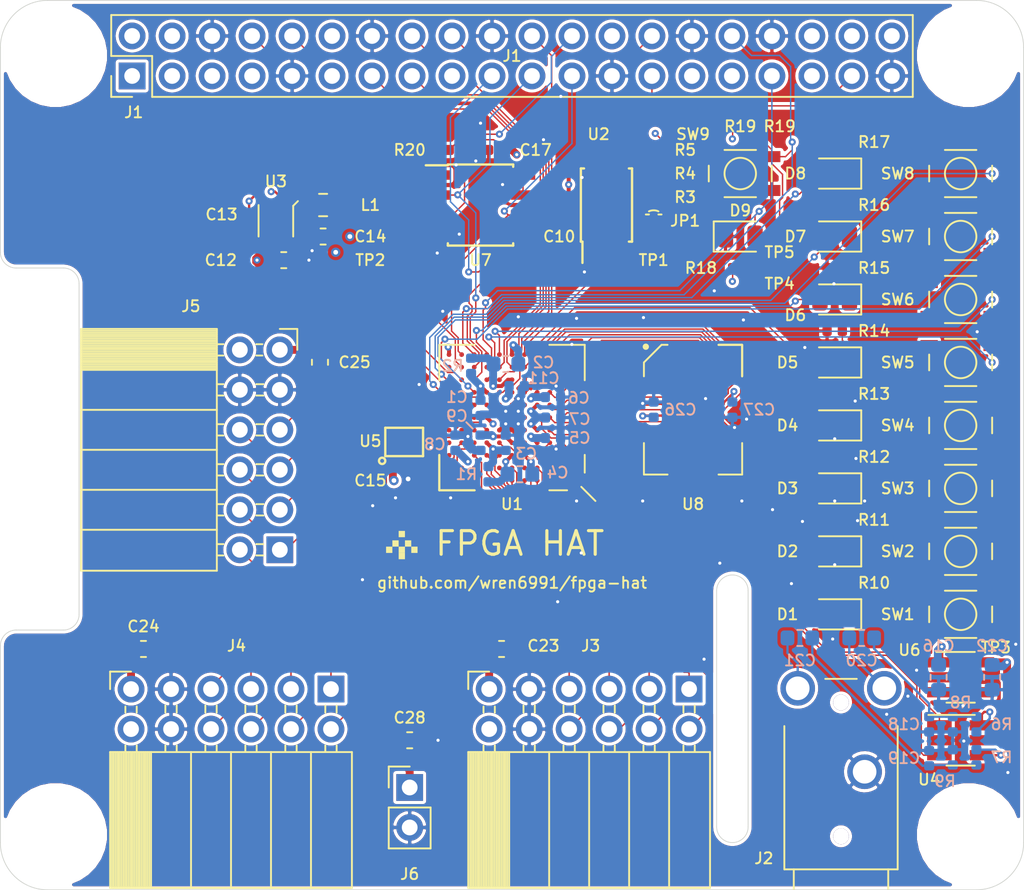
<source format=kicad_pcb>
(kicad_pcb (version 20171130) (host pcbnew 5.1.2+dfsg1-1)
  (layers (0 F.Cu signal hide) (1 In1.Cu power hide) (2 In2.Cu power hide) (31 B.Cu signal hide) (34 B.Paste user hide) (35 F.Paste user hide) (36 B.SilkS user) (37 F.SilkS user hide) (38 B.Mask user hide) (39 F.Mask user hide) (44 Edge.Cuts user))
  (net 0 "")
  (net 1 GND)
  (net 2 +1V2)
  (net 3 "Net-(C2-Pad2)")
  (net 4 "Net-(C2-Pad1)")
  (net 5 "Net-(C4-Pad2)")
  (net 6 "Net-(C4-Pad1)")
  (net 7 +3V3)
  (net 8 +5V)
  (net 9 "Net-(C13-Pad2)")
  (net 10 "Net-(C18-Pad1)")
  (net 11 "Net-(C19-Pad1)")
  (net 12 "Net-(C20-Pad1)")
  (net 13 "Net-(C21-Pad1)")
  (net 14 +3.3VDAC)
  (net 15 "Net-(D1-Pad1)")
  (net 16 /LED0)
  (net 17 /LED1)
  (net 18 "Net-(D2-Pad1)")
  (net 19 "Net-(D3-Pad1)")
  (net 20 /LED2)
  (net 21 /LED3)
  (net 22 "Net-(D4-Pad1)")
  (net 23 /LED4)
  (net 24 "Net-(D5-Pad1)")
  (net 25 "Net-(D6-Pad1)")
  (net 26 /LED5)
  (net 27 /LED6)
  (net 28 "Net-(D7-Pad1)")
  (net 29 "Net-(D8-Pad1)")
  (net 30 /LED7)
  (net 31 /GP13_FPGA_CDONE)
  (net 32 "Net-(J1-Pad3)")
  (net 33 "Net-(J1-Pad5)")
  (net 34 "Net-(J1-Pad7)")
  (net 35 /GP14_UART_TXD)
  (net 36 /GP15_UART_RXD)
  (net 37 "Net-(J1-Pad11)")
  (net 38 "Net-(J1-Pad12)")
  (net 39 /GP27_SDIO_DAT3)
  (net 40 /GP22_SDIO_CLK)
  (net 41 /GP23_SDIO_CMD)
  (net 42 /GP24_SDIO_DAT0)
  (net 43 /GP10_SPI_MOSI)
  (net 44 /GP9_SPI_MISO)
  (net 45 /GP25_SDIO_DAT1)
  (net 46 /GP11_SPI_SCK)
  (net 47 /GP8_SPI_~CS)
  (net 48 "Net-(J1-Pad26)")
  (net 49 /ID_SD)
  (net 50 /ID_SC)
  (net 51 "Net-(J1-Pad29)")
  (net 52 "Net-(J1-Pad31)")
  (net 53 /GP12_FPGA_~RST)
  (net 54 "Net-(J1-Pad35)")
  (net 55 "Net-(J1-Pad36)")
  (net 56 /GP26_SDIO_DAT2)
  (net 57 "Net-(J1-Pad38)")
  (net 58 "Net-(J1-Pad40)")
  (net 59 /IO0_0)
  (net 60 /IO0_1)
  (net 61 /IO0_2)
  (net 62 /IO0_3)
  (net 63 /IO0_4)
  (net 64 /IO0_5)
  (net 65 /IO0_6)
  (net 66 /IO0_7)
  (net 67 /IO1_7)
  (net 68 /IO1_6)
  (net 69 /IO1_5)
  (net 70 /IO1_4)
  (net 71 /IO1_3)
  (net 72 /IO1_2)
  (net 73 /IO1_1)
  (net 74 /IO1_0)
  (net 75 /IO2_0)
  (net 76 /IO2_1)
  (net 77 /IO2_2)
  (net 78 /IO2_3)
  (net 79 /IO2_4)
  (net 80 /IO2_5)
  (net 81 /IO2_6)
  (net 82 /IO2_7)
  (net 83 "Net-(JP1-Pad1)")
  (net 84 "Net-(L1-Pad1)")
  (net 85 "Net-(R6-Pad2)")
  (net 86 "Net-(R7-Pad2)")
  (net 87 /SW0)
  (net 88 /SW1)
  (net 89 /SW2)
  (net 90 /SW3)
  (net 91 /SW4)
  (net 92 /SW5)
  (net 93 /SW6)
  (net 94 /SW7)
  (net 95 /SRAM_DQ0)
  (net 96 /SRAM_DQ5)
  (net 97 /SRAM_DQ7)
  (net 98 /SRAM_DQ6)
  (net 99 /SRAM_DQ12)
  (net 100 /SRAM_A9)
  (net 101 /SRAM_A2)
  (net 102 /SRAM_A4)
  (net 103 /SRAM_A5)
  (net 104 /SRAM_A10)
  (net 105 /SRAM_DQ1)
  (net 106 /SRAM_DQ4)
  (net 107 /SRAM_DQ8)
  (net 108 /SRAM_DQ10)
  (net 109 /SRAM_DQ13)
  (net 110 /SRAM_DQ15)
  (net 111 /SRAM_A3)
  (net 112 /SRAM_A7)
  (net 113 /SRAM_A6)
  (net 114 /SRAM_A12)
  (net 115 /SRAM_DQ3)
  (net 116 /SRAM_DQ9)
  (net 117 /SRAM_DQ11)
  (net 118 /SRAM_A8)
  (net 119 /SRAM_A0)
  (net 120 /SRAM_A1)
  (net 121 /SRAM_A11)
  (net 122 /SRAM_A13)
  (net 123 /SRAM_A15)
  (net 124 /SRAM_DQ2)
  (net 125 /SRAM_DQ14)
  (net 126 /SRAM_A14)
  (net 127 /SRAM_A17)
  (net 128 /SRAM_A16)
  (net 129 /SRAM_~WE)
  (net 130 /SRAM_~OE)
  (net 131 /SRAM_~LB)
  (net 132 /SRAM_~UB)
  (net 133 /AUDIO_R_PWM)
  (net 134 "Net-(U1-PadB10)")
  (net 135 /CLK_OSC)
  (net 136 /AUDIO_L_PWM)
  (module fpga_hat:MOUNTHOLE_M2.5 (layer F.Cu) (at 161.5 133)
    (fp_text reference REF** hide)
    (fp_text value MOUNTHOLE_M2.5 hide)
    (pad "" np_thru_hole circle (at 0 0) (size 2.75 2.75) (drill 2.75) (layers *.Cu *.Mask) (clearance 1.9) (thermal_gap 1.9))
  )
  (module fpga_hat:MOUNTHOLE_M2.5 (layer F.Cu) (at 161.5 83.5)
    (fp_text reference REF** hide)
    (fp_text value MOUNTHOLE_M2.5 hide)
    (pad "" np_thru_hole circle (at 0 0) (size 2.75 2.75) (drill 2.75) (layers *.Cu *.Mask) (clearance 1.9) (thermal_gap 1.9))
  )
  (module fpga_hat:MOUNTHOLE_M2.5 (layer F.Cu) (at 103.5 133)
    (fp_text reference REF** hide)
    (fp_text value MOUNTHOLE_M2.5 hide)
    (pad "" np_thru_hole circle (at 0 0) (size 2.75 2.75) (drill 2.75) (layers *.Cu *.Mask) (clearance 1.9) (thermal_gap 1.9))
  )
  (module fpga_hat:MOUNTHOLE_M2.5 (layer F.Cu) (at 103.5 83.5)
    (fp_text reference REF** hide)
    (fp_text value MOUNTHOLE_M2.5 hide)
    (pad "" np_thru_hole circle (at 0 0) (size 2.75 2.75) (drill 2.75) (layers *.Cu *.Mask) (clearance 1.9) (thermal_gap 1.9))
  )
  (module fpga_hat:github_avatar (layer F.Cu) (at 125.5 114.5)
    (fp_text reference REF** hide)
    (fp_text value github_avatar hide)
  )
  (module Capacitor_SMD:C_0603_1608Metric (layer F.Cu) (at 109.0875 121.2)
    (fp_text reference C24 (at 0 -1.43) (layer F.SilkS) (effects (font (size 0.7 0.7) (thickness 0.12))))
    (fp_text value 1u)
    (pad 1 smd roundrect (at -0.7875 0) (size 0.875 0.95) (layers F.Cu F.Paste F.Mask) (net 7 +3V3))
    (pad 2 smd roundrect (at 0.7875 0) (size 0.875 0.95) (layers F.Cu F.Paste F.Mask) (net 1 GND))
  )
  (module Connector_PinHeader_2.54mm:PinHeader_2x20_P2.54mm_Vertical (layer F.Cu) (at 108.37 84.8 90)
    (fp_text reference J1 (at -2.31 0.1 180) (layer F.SilkS) (effects (font (size 0.7 0.7) (thickness 0.12))))
    (fp_text value 2x20)
    (fp_text user %R (at 1.27 24.13) (layer F.SilkS) (effects (font (size 0.7 0.7) (thickness 0.12))))
    (pad 1 thru_hole rect (at 0 0 90) (size 1.7 1.7) (drill 1) (layers *.Cu *.Mask) (net 7 +3V3))
    (pad 2 thru_hole oval (at 2.54 0 90) (size 1.7 1.7) (drill 1) (layers *.Cu *.Mask) (net 8 +5V))
    (pad 3 thru_hole oval (at 0 2.54 90) (size 1.7 1.7) (drill 1) (layers *.Cu *.Mask) (net 32 "Net-(J1-Pad3)"))
    (pad 4 thru_hole oval (at 2.54 2.54 90) (size 1.7 1.7) (drill 1) (layers *.Cu *.Mask) (net 8 +5V))
    (pad 5 thru_hole oval (at 0 5.08 90) (size 1.7 1.7) (drill 1) (layers *.Cu *.Mask) (net 33 "Net-(J1-Pad5)"))
    (pad 6 thru_hole oval (at 2.54 5.08 90) (size 1.7 1.7) (drill 1) (layers *.Cu *.Mask) (net 1 GND))
    (pad 7 thru_hole oval (at 0 7.62 90) (size 1.7 1.7) (drill 1) (layers *.Cu *.Mask) (net 34 "Net-(J1-Pad7)"))
    (pad 8 thru_hole oval (at 2.54 7.62 90) (size 1.7 1.7) (drill 1) (layers *.Cu *.Mask) (net 35 /GP14_UART_TXD))
    (pad 9 thru_hole oval (at 0 10.16 90) (size 1.7 1.7) (drill 1) (layers *.Cu *.Mask) (net 1 GND))
    (pad 10 thru_hole oval (at 2.54 10.16 90) (size 1.7 1.7) (drill 1) (layers *.Cu *.Mask) (net 36 /GP15_UART_RXD))
    (pad 11 thru_hole oval (at 0 12.7 90) (size 1.7 1.7) (drill 1) (layers *.Cu *.Mask) (net 37 "Net-(J1-Pad11)"))
    (pad 12 thru_hole oval (at 2.54 12.7 90) (size 1.7 1.7) (drill 1) (layers *.Cu *.Mask) (net 38 "Net-(J1-Pad12)"))
    (pad 13 thru_hole oval (at 0 15.24 90) (size 1.7 1.7) (drill 1) (layers *.Cu *.Mask) (net 39 /GP27_SDIO_DAT3))
    (pad 14 thru_hole oval (at 2.54 15.24 90) (size 1.7 1.7) (drill 1) (layers *.Cu *.Mask) (net 1 GND))
    (pad 15 thru_hole oval (at 0 17.78 90) (size 1.7 1.7) (drill 1) (layers *.Cu *.Mask) (net 40 /GP22_SDIO_CLK))
    (pad 16 thru_hole oval (at 2.54 17.78 90) (size 1.7 1.7) (drill 1) (layers *.Cu *.Mask) (net 41 /GP23_SDIO_CMD))
    (pad 17 thru_hole oval (at 0 20.32 90) (size 1.7 1.7) (drill 1) (layers *.Cu *.Mask) (net 7 +3V3))
    (pad 18 thru_hole oval (at 2.54 20.32 90) (size 1.7 1.7) (drill 1) (layers *.Cu *.Mask) (net 42 /GP24_SDIO_DAT0))
    (pad 19 thru_hole oval (at 0 22.86 90) (size 1.7 1.7) (drill 1) (layers *.Cu *.Mask) (net 43 /GP10_SPI_MOSI))
    (pad 20 thru_hole oval (at 2.54 22.86 90) (size 1.7 1.7) (drill 1) (layers *.Cu *.Mask) (net 1 GND))
    (pad 21 thru_hole oval (at 0 25.4 90) (size 1.7 1.7) (drill 1) (layers *.Cu *.Mask) (net 44 /GP9_SPI_MISO))
    (pad 22 thru_hole oval (at 2.54 25.4 90) (size 1.7 1.7) (drill 1) (layers *.Cu *.Mask) (net 45 /GP25_SDIO_DAT1))
    (pad 23 thru_hole oval (at 0 27.94 90) (size 1.7 1.7) (drill 1) (layers *.Cu *.Mask) (net 46 /GP11_SPI_SCK))
    (pad 24 thru_hole oval (at 2.54 27.94 90) (size 1.7 1.7) (drill 1) (layers *.Cu *.Mask) (net 47 /GP8_SPI_~CS))
    (pad 25 thru_hole oval (at 0 30.48 90) (size 1.7 1.7) (drill 1) (layers *.Cu *.Mask) (net 1 GND))
    (pad 26 thru_hole oval (at 2.54 30.48 90) (size 1.7 1.7) (drill 1) (layers *.Cu *.Mask) (net 48 "Net-(J1-Pad26)"))
    (pad 27 thru_hole oval (at 0 33.02 90) (size 1.7 1.7) (drill 1) (layers *.Cu *.Mask) (net 49 /ID_SD))
    (pad 28 thru_hole oval (at 2.54 33.02 90) (size 1.7 1.7) (drill 1) (layers *.Cu *.Mask) (net 50 /ID_SC))
    (pad 29 thru_hole oval (at 0 35.56 90) (size 1.7 1.7) (drill 1) (layers *.Cu *.Mask) (net 51 "Net-(J1-Pad29)"))
    (pad 30 thru_hole oval (at 2.54 35.56 90) (size 1.7 1.7) (drill 1) (layers *.Cu *.Mask) (net 1 GND))
    (pad 31 thru_hole oval (at 0 38.1 90) (size 1.7 1.7) (drill 1) (layers *.Cu *.Mask) (net 52 "Net-(J1-Pad31)"))
    (pad 32 thru_hole oval (at 2.54 38.1 90) (size 1.7 1.7) (drill 1) (layers *.Cu *.Mask) (net 53 /GP12_FPGA_~RST))
    (pad 33 thru_hole oval (at 0 40.64 90) (size 1.7 1.7) (drill 1) (layers *.Cu *.Mask) (net 31 /GP13_FPGA_CDONE))
    (pad 34 thru_hole oval (at 2.54 40.64 90) (size 1.7 1.7) (drill 1) (layers *.Cu *.Mask) (net 1 GND))
    (pad 35 thru_hole oval (at 0 43.18 90) (size 1.7 1.7) (drill 1) (layers *.Cu *.Mask) (net 54 "Net-(J1-Pad35)"))
    (pad 36 thru_hole oval (at 2.54 43.18 90) (size 1.7 1.7) (drill 1) (layers *.Cu *.Mask) (net 55 "Net-(J1-Pad36)"))
    (pad 37 thru_hole oval (at 0 45.72 90) (size 1.7 1.7) (drill 1) (layers *.Cu *.Mask) (net 56 /GP26_SDIO_DAT2))
    (pad 38 thru_hole oval (at 2.54 45.72 90) (size 1.7 1.7) (drill 1) (layers *.Cu *.Mask) (net 57 "Net-(J1-Pad38)"))
    (pad 39 thru_hole oval (at 0 48.26 90) (size 1.7 1.7) (drill 1) (layers *.Cu *.Mask) (net 1 GND))
    (pad 40 thru_hole oval (at 2.54 48.26 90) (size 1.7 1.7) (drill 1) (layers *.Cu *.Mask) (net 58 "Net-(J1-Pad40)"))
  )
  (module fpga_hat:PTS815 (layer F.Cu) (at 161 103 270)
    (fp_text reference SW5 (at 0 4) (layer F.SilkS) (effects (font (size 0.7 0.7) (thickness 0.12))))
    (fp_text value PTS815)
    (pad 1 smd rect (at -1.075 -2) (size 1.1 0.7) (layers F.Cu F.Paste F.Mask) (net 91 /SW4))
    (pad 2 smd rect (at 1.075 -2) (size 1.1 0.7) (layers F.Cu F.Paste F.Mask) (net 1 GND))
    (pad ~ smd rect (at 1.075 2) (size 1.1 0.7) (layers F.Cu F.Paste F.Mask))
    (pad ~ smd rect (at -1.075 2) (size 1.1 0.7) (layers F.Cu F.Paste F.Mask))
  )
  (module fpga_hat:BGA-121_11x11_9.0x9.0mm (layer F.Cu) (at 132.5 106.5 180)
    (fp_text reference U1 (at 0 -5.5) (layer F.SilkS) (effects (font (size 0.7 0.7) (thickness 0.12))))
    (fp_text value iCE40-HX8k-BG121)
    (pad A1 smd circle (at -4 -4 180) (size 0.3 0.3) (layers F.Cu F.Paste F.Mask) (net 97 /SRAM_DQ7))
    (pad B1 smd circle (at -4 -3.2 180) (size 0.3 0.3) (layers F.Cu F.Paste F.Mask) (net 129 /SRAM_~WE))
    (pad C1 smd circle (at -4 -2.4 180) (size 0.3 0.3) (layers F.Cu F.Paste F.Mask) (net 100 /SRAM_A9))
    (pad D1 smd circle (at -4 -1.6 180) (size 0.3 0.3) (layers F.Cu F.Paste F.Mask) (net 114 /SRAM_A12))
    (pad E1 smd circle (at -4 -0.8 180) (size 0.3 0.3) (layers F.Cu F.Paste F.Mask) (net 125 /SRAM_DQ14))
    (pad F1 smd circle (at -4 0 180) (size 0.3 0.3) (layers F.Cu F.Paste F.Mask) (net 99 /SRAM_DQ12))
    (pad G1 smd circle (at -4 0.8 180) (size 0.3 0.3) (layers F.Cu F.Paste F.Mask) (net 107 /SRAM_DQ8))
    (pad H1 smd circle (at -4 1.6 180) (size 0.3 0.3) (layers F.Cu F.Paste F.Mask) (net 132 /SRAM_~UB))
    (pad J1 smd circle (at -4 2.4 180) (size 0.3 0.3) (layers F.Cu F.Paste F.Mask) (net 119 /SRAM_A0))
    (pad K1 smd circle (at -4 3.2 180) (size 0.3 0.3) (layers F.Cu F.Paste F.Mask) (net 102 /SRAM_A4))
    (pad L1 smd circle (at -4 4 180) (size 0.3 0.3) (layers F.Cu F.Paste F.Mask) (net 95 /SRAM_DQ0))
    (pad A2 smd circle (at -3.2 -4 180) (size 0.3 0.3) (layers F.Cu F.Paste F.Mask) (net 96 /SRAM_DQ5))
    (pad B2 smd circle (at -3.2 -3.2 180) (size 0.3 0.3) (layers F.Cu F.Paste F.Mask) (net 104 /SRAM_A10))
    (pad C2 smd circle (at -3.2 -2.4 180) (size 0.3 0.3) (layers F.Cu F.Paste F.Mask) (net 122 /SRAM_A13))
    (pad D2 smd circle (at -3.2 -1.6 180) (size 0.3 0.3) (layers F.Cu F.Paste F.Mask) (net 118 /SRAM_A8))
    (pad E2 smd circle (at -3.2 -0.8 180) (size 0.3 0.3) (layers F.Cu F.Paste F.Mask) (net 109 /SRAM_DQ13))
    (pad F2 smd circle (at -3.2 0 180) (size 0.3 0.3) (layers F.Cu F.Paste F.Mask) (net 116 /SRAM_DQ9))
    (pad G2 smd circle (at -3.2 0.8 180) (size 0.3 0.3) (layers F.Cu F.Paste F.Mask) (net 108 /SRAM_DQ10))
    (pad H2 smd circle (at -3.2 1.6 180) (size 0.3 0.3) (layers F.Cu F.Paste F.Mask) (net 130 /SRAM_~OE))
    (pad J2 smd circle (at -3.2 2.4 180) (size 0.3 0.3) (layers F.Cu F.Paste F.Mask) (net 111 /SRAM_A3))
    (pad K2 smd circle (at -3.2 3.2 180) (size 0.3 0.3) (layers F.Cu F.Paste F.Mask) (net 120 /SRAM_A1))
    (pad L2 smd circle (at -3.2 4 180) (size 0.3 0.3) (layers F.Cu F.Paste F.Mask) (net 113 /SRAM_A6))
    (pad A3 smd circle (at -2.4 -4 180) (size 0.3 0.3) (layers F.Cu F.Paste F.Mask) (net 106 /SRAM_DQ4))
    (pad B3 smd circle (at -2.4 -3.2 180) (size 0.3 0.3) (layers F.Cu F.Paste F.Mask) (net 98 /SRAM_DQ6))
    (pad C3 smd circle (at -2.4 -2.4 180) (size 0.3 0.3) (layers F.Cu F.Paste F.Mask) (net 123 /SRAM_A15))
    (pad D3 smd circle (at -2.4 -1.6 180) (size 0.3 0.3) (layers F.Cu F.Paste F.Mask) (net 121 /SRAM_A11))
    (pad E3 smd circle (at -2.4 -0.8 180) (size 0.3 0.3) (layers F.Cu F.Paste F.Mask) (net 126 /SRAM_A14))
    (pad F3 smd circle (at -2.4 0 180) (size 0.3 0.3) (layers F.Cu F.Paste F.Mask) (net 127 /SRAM_A17))
    (pad G3 smd circle (at -2.4 0.8 180) (size 0.3 0.3) (layers F.Cu F.Paste F.Mask) (net 117 /SRAM_DQ11))
    (pad H3 smd circle (at -2.4 1.6 180) (size 0.3 0.3) (layers F.Cu F.Paste F.Mask) (net 131 /SRAM_~LB))
    (pad J3 smd circle (at -2.4 2.4 180) (size 0.3 0.3) (layers F.Cu F.Paste F.Mask) (net 103 /SRAM_A5))
    (pad K3 smd circle (at -2.4 3.2 180) (size 0.3 0.3) (layers F.Cu F.Paste F.Mask) (net 101 /SRAM_A2))
    (pad L3 smd circle (at -2.4 4 180) (size 0.3 0.3) (layers F.Cu F.Paste F.Mask) (net 105 /SRAM_DQ1))
    (pad A4 smd circle (at -1.6 -4 180) (size 0.3 0.3) (layers F.Cu F.Paste F.Mask) (net 89 /SW2))
    (pad B4 smd circle (at -1.6 -3.2 180) (size 0.3 0.3) (layers F.Cu F.Paste F.Mask) (net 21 /LED3))
    (pad C4 smd circle (at -1.6 -2.4 180) (size 0.3 0.3) (layers F.Cu F.Paste F.Mask) (net 90 /SW3))
    (pad D4 smd circle (at -1.6 -1.6 180) (size 0.3 0.3) (layers F.Cu F.Paste F.Mask) (net 2 +1V2))
    (pad E4 smd circle (at -1.6 -0.8 180) (size 0.3 0.3) (layers F.Cu F.Paste F.Mask) (net 7 +3V3))
    (pad F4 smd circle (at -1.6 0 180) (size 0.3 0.3) (layers F.Cu F.Paste F.Mask) (net 110 /SRAM_DQ15))
    (pad G4 smd circle (at -1.6 0.8 180) (size 0.3 0.3) (layers F.Cu F.Paste F.Mask) (net 7 +3V3))
    (pad H4 smd circle (at -1.6 1.6 180) (size 0.3 0.3) (layers F.Cu F.Paste F.Mask) (net 2 +1V2))
    (pad J4 smd circle (at -1.6 2.4 180) (size 0.3 0.3) (layers F.Cu F.Paste F.Mask) (net 124 /SRAM_DQ2))
    (pad K4 smd circle (at -1.6 3.2 180) (size 0.3 0.3) (layers F.Cu F.Paste F.Mask) (net 115 /SRAM_DQ3))
    (pad L4 smd circle (at -1.6 4 180) (size 0.3 0.3) (layers F.Cu F.Paste F.Mask) (net 112 /SRAM_A7))
    (pad A5 smd circle (at -0.8 -4 180) (size 0.3 0.3) (layers F.Cu F.Paste F.Mask) (net 88 /SW1))
    (pad B5 smd circle (at -0.8 -3.2 180) (size 0.3 0.3) (layers F.Cu F.Paste F.Mask) (net 20 /LED2))
    (pad C5 smd circle (at -0.8 -2.4 180) (size 0.3 0.3) (layers F.Cu F.Paste F.Mask) (net 5 "Net-(C4-Pad2)"))
    (pad D5 smd circle (at -0.8 -1.6 180) (size 0.3 0.3) (layers F.Cu F.Paste F.Mask) (net 128 /SRAM_A16))
    (pad E5 smd circle (at -0.8 -0.8 180) (size 0.3 0.3) (layers F.Cu F.Paste F.Mask) (net 1 GND))
    (pad F5 smd circle (at -0.8 0 180) (size 0.3 0.3) (layers F.Cu F.Paste F.Mask) (net 1 GND))
    (pad G5 smd circle (at -0.8 0.8 180) (size 0.3 0.3) (layers F.Cu F.Paste F.Mask) (net 1 GND))
    (pad H5 smd circle (at -0.8 1.6 180) (size 0.3 0.3) (layers F.Cu F.Paste F.Mask) (net 1 GND))
    (pad J5 smd circle (at -0.8 2.4 180) (size 0.3 0.3) (layers F.Cu F.Paste F.Mask) (net 23 /LED4))
    (pad K5 smd circle (at -0.8 3.2 180) (size 0.3 0.3) (layers F.Cu F.Paste F.Mask) (net 56 /GP26_SDIO_DAT2))
    (pad L5 smd circle (at -0.8 4 180) (size 0.3 0.3) (layers F.Cu F.Paste F.Mask) (net 45 /GP25_SDIO_DAT1))
    (pad A6 smd circle (at 0 -4 180) (size 0.3 0.3) (layers F.Cu F.Paste F.Mask) (net 16 /LED0))
    (pad B6 smd circle (at 0 -3.2 180) (size 0.3 0.3) (layers F.Cu F.Paste F.Mask) (net 87 /SW0))
    (pad C6 smd circle (at 0 -2.4 180) (size 0.3 0.3) (layers F.Cu F.Paste F.Mask) (net 6 "Net-(C4-Pad1)"))
    (pad D6 smd circle (at 0 -1.6 180) (size 0.3 0.3) (layers F.Cu F.Paste F.Mask) (net 7 +3V3))
    (pad E6 smd circle (at 0 -0.8 180) (size 0.3 0.3) (layers F.Cu F.Paste F.Mask) (net 1 GND))
    (pad F6 smd circle (at 0 0 180) (size 0.3 0.3) (layers F.Cu F.Paste F.Mask) (net 1 GND))
    (pad G6 smd circle (at 0 0.8 180) (size 0.3 0.3) (layers F.Cu F.Paste F.Mask) (net 1 GND))
    (pad H6 smd circle (at 0 1.6 180) (size 0.3 0.3) (layers F.Cu F.Paste F.Mask) (net 7 +3V3))
    (pad J6 smd circle (at 0 2.4 180) (size 0.3 0.3) (layers F.Cu F.Paste F.Mask) (net 4 "Net-(C2-Pad1)"))
    (pad K6 smd circle (at 0 3.2 180) (size 0.3 0.3) (layers F.Cu F.Paste F.Mask) (net 40 /GP22_SDIO_CLK))
    (pad L6 smd circle (at 0 4 180) (size 0.3 0.3) (layers F.Cu F.Paste F.Mask) (net 3 "Net-(C2-Pad2)"))
    (pad A7 smd circle (at 0.8 -4 180) (size 0.3 0.3) (layers F.Cu F.Paste F.Mask) (net 63 /IO0_4))
    (pad B7 smd circle (at 0.8 -3.2 180) (size 0.3 0.3) (layers F.Cu F.Paste F.Mask) (net 136 /AUDIO_L_PWM))
    (pad C7 smd circle (at 0.8 -2.4 180) (size 0.3 0.3) (layers F.Cu F.Paste F.Mask) (net 133 /AUDIO_R_PWM))
    (pad D7 smd circle (at 0.8 -1.6 180) (size 0.3 0.3) (layers F.Cu F.Paste F.Mask) (net 17 /LED1))
    (pad E7 smd circle (at 0.8 -0.8 180) (size 0.3 0.3) (layers F.Cu F.Paste F.Mask) (net 1 GND))
    (pad F7 smd circle (at 0.8 0 180) (size 0.3 0.3) (layers F.Cu F.Paste F.Mask) (net 1 GND))
    (pad G7 smd circle (at 0.8 0.8 180) (size 0.3 0.3) (layers F.Cu F.Paste F.Mask) (net 1 GND))
    (pad H7 smd circle (at 0.8 1.6 180) (size 0.3 0.3) (layers F.Cu F.Paste F.Mask) (net 42 /GP24_SDIO_DAT0))
    (pad J7 smd circle (at 0.8 2.4 180) (size 0.3 0.3) (layers F.Cu F.Paste F.Mask) (net 41 /GP23_SDIO_CMD))
    (pad K7 smd circle (at 0.8 3.2 180) (size 0.3 0.3) (layers F.Cu F.Paste F.Mask) (net 39 /GP27_SDIO_DAT3))
    (pad L7 smd circle (at 0.8 4 180) (size 0.3 0.3) (layers F.Cu F.Paste F.Mask) (net 92 /SW5))
    (pad A8 smd circle (at 1.6 -4 180) (size 0.3 0.3) (layers F.Cu F.Paste F.Mask) (net 60 /IO0_1))
    (pad B8 smd circle (at 1.6 -3.2 180) (size 0.3 0.3) (layers F.Cu F.Paste F.Mask) (net 64 /IO0_5))
    (pad C8 smd circle (at 1.6 -2.4 180) (size 0.3 0.3) (layers F.Cu F.Paste F.Mask) (net 59 /IO0_0))
    (pad D8 smd circle (at 1.6 -1.6 180) (size 0.3 0.3) (layers F.Cu F.Paste F.Mask) (net 2 +1V2))
    (pad E8 smd circle (at 1.6 -0.8 180) (size 0.3 0.3) (layers F.Cu F.Paste F.Mask) (net 79 /IO2_4))
    (pad F8 smd circle (at 1.6 0 180) (size 0.3 0.3) (layers F.Cu F.Paste F.Mask) (net 7 +3V3))
    (pad G8 smd circle (at 1.6 0.8 180) (size 0.3 0.3) (layers F.Cu F.Paste F.Mask) (net 78 /IO2_3))
    (pad H8 smd circle (at 1.6 1.6 180) (size 0.3 0.3) (layers F.Cu F.Paste F.Mask) (net 2 +1V2))
    (pad J8 smd circle (at 1.6 2.4 180) (size 0.3 0.3) (layers F.Cu F.Paste F.Mask) (net 91 /SW4))
    (pad K8 smd circle (at 1.6 3.2 180) (size 0.3 0.3) (layers F.Cu F.Paste F.Mask) (net 31 /GP13_FPGA_CDONE))
    (pad L8 smd circle (at 1.6 4 180) (size 0.3 0.3) (layers F.Cu F.Paste F.Mask) (net 26 /LED5))
    (pad A9 smd circle (at 2.4 -4 180) (size 0.3 0.3) (layers F.Cu F.Paste F.Mask) (net 61 /IO0_2))
    (pad B9 smd circle (at 2.4 -3.2 180) (size 0.3 0.3) (layers F.Cu F.Paste F.Mask) (net 66 /IO0_7))
    (pad C9 smd circle (at 2.4 -2.4 180) (size 0.3 0.3) (layers F.Cu F.Paste F.Mask) (net 65 /IO0_6))
    (pad D9 smd circle (at 2.4 -1.6 180) (size 0.3 0.3) (layers F.Cu F.Paste F.Mask) (net 74 /IO1_0))
    (pad E9 smd circle (at 2.4 -0.8 180) (size 0.3 0.3) (layers F.Cu F.Paste F.Mask) (net 67 /IO1_7))
    (pad F9 smd circle (at 2.4 0 180) (size 0.3 0.3) (layers F.Cu F.Paste F.Mask) (net 76 /IO2_1))
    (pad G9 smd circle (at 2.4 0.8 180) (size 0.3 0.3) (layers F.Cu F.Paste F.Mask) (net 82 /IO2_7))
    (pad H9 smd circle (at 2.4 1.6 180) (size 0.3 0.3) (layers F.Cu F.Paste F.Mask) (net 94 /SW7))
    (pad J9 smd circle (at 2.4 2.4 180) (size 0.3 0.3) (layers F.Cu F.Paste F.Mask) (net 44 /GP9_SPI_MISO))
    (pad K9 smd circle (at 2.4 3.2 180) (size 0.3 0.3) (layers F.Cu F.Paste F.Mask) (net 43 /GP10_SPI_MOSI))
    (pad L9 smd circle (at 2.4 4 180) (size 0.3 0.3) (layers F.Cu F.Paste F.Mask) (net 53 /GP12_FPGA_~RST))
    (pad A10 smd circle (at 3.2 -4 180) (size 0.3 0.3) (layers F.Cu F.Paste F.Mask) (net 62 /IO0_3))
    (pad B10 smd circle (at 3.2 -3.2 180) (size 0.3 0.3) (layers F.Cu F.Paste F.Mask) (net 134 "Net-(U1-PadB10)"))
    (pad C10 smd circle (at 3.2 -2.4 180) (size 0.3 0.3) (layers F.Cu F.Paste F.Mask) (net 7 +3V3))
    (pad D10 smd circle (at 3.2 -1.6 180) (size 0.3 0.3) (layers F.Cu F.Paste F.Mask) (net 73 /IO1_1))
    (pad E10 smd circle (at 3.2 -0.8 180) (size 0.3 0.3) (layers F.Cu F.Paste F.Mask) (net 135 /CLK_OSC))
    (pad F10 smd circle (at 3.2 0 180) (size 0.3 0.3) (layers F.Cu F.Paste F.Mask) (net 75 /IO2_0))
    (pad G10 smd circle (at 3.2 0.8 180) (size 0.3 0.3) (layers F.Cu F.Paste F.Mask) (net 81 /IO2_6))
    (pad H10 smd circle (at 3.2 1.6 180) (size 0.3 0.3) (layers F.Cu F.Paste F.Mask) (net 35 /GP14_UART_TXD))
    (pad J10 smd circle (at 3.2 2.4 180) (size 0.3 0.3) (layers F.Cu F.Paste F.Mask) (net 36 /GP15_UART_RXD))
    (pad K10 smd circle (at 3.2 3.2 180) (size 0.3 0.3) (layers F.Cu F.Paste F.Mask) (net 47 /GP8_SPI_~CS))
    (pad L10 smd circle (at 3.2 4 180) (size 0.3 0.3) (layers F.Cu F.Paste F.Mask) (net 46 /GP11_SPI_SCK))
    (pad A11 smd circle (at 4 -4 180) (size 0.3 0.3) (layers F.Cu F.Paste F.Mask) (net 70 /IO1_4))
    (pad B11 smd circle (at 4 -3.2 180) (size 0.3 0.3) (layers F.Cu F.Paste F.Mask) (net 69 /IO1_5))
    (pad C11 smd circle (at 4 -2.4 180) (size 0.3 0.3) (layers F.Cu F.Paste F.Mask) (net 68 /IO1_6))
    (pad D11 smd circle (at 4 -1.6 180) (size 0.3 0.3) (layers F.Cu F.Paste F.Mask) (net 72 /IO1_2))
    (pad E11 smd circle (at 4 -0.8 180) (size 0.3 0.3) (layers F.Cu F.Paste F.Mask) (net 71 /IO1_3))
    (pad F11 smd circle (at 4 0 180) (size 0.3 0.3) (layers F.Cu F.Paste F.Mask) (net 80 /IO2_5))
    (pad G11 smd circle (at 4 0.8 180) (size 0.3 0.3) (layers F.Cu F.Paste F.Mask) (net 77 /IO2_2))
    (pad H11 smd circle (at 4 1.6 180) (size 0.3 0.3) (layers F.Cu F.Paste F.Mask) (net 30 /LED7))
    (pad J11 smd circle (at 4 2.4 180) (size 0.3 0.3) (layers F.Cu F.Paste F.Mask) (net 27 /LED6))
    (pad K11 smd circle (at 4 3.2 180) (size 0.3 0.3) (layers F.Cu F.Paste F.Mask) (net 93 /SW6))
    (pad L11 smd circle (at 4 4 180) (size 0.3 0.3) (layers F.Cu F.Paste F.Mask) (net 7 +3V3))
  )
  (module Capacitor_SMD:C_0402_1005Metric (layer B.Cu) (at 128.9 108.1 90)
    (fp_text reference C8 (at -0.1 -1.3 180) (layer B.SilkS) (effects (font (size 0.7 0.7) (thickness 0.12)) (justify mirror)))
    (fp_text value 100n)
    (pad 2 smd roundrect (at 0.485 0 90) (size 0.59 0.64) (layers B.Cu B.Paste B.Mask) (net 1 GND))
    (pad 1 smd roundrect (at -0.485 0 90) (size 0.59 0.64) (layers B.Cu B.Paste B.Mask) (net 7 +3V3))
  )
  (module Capacitor_SMD:C_0402_1005Metric (layer B.Cu) (at 130.5 105.885 270)
    (fp_text reference C1 (at -0.685 1.5) (layer B.SilkS) (effects (font (size 0.7 0.7) (thickness 0.12)) (justify mirror)))
    (fp_text value 100n)
    (pad 2 smd roundrect (at 0.485 0 270) (size 0.59 0.64) (layers B.Cu B.Paste B.Mask) (net 1 GND))
    (pad 1 smd roundrect (at -0.485 0 270) (size 0.59 0.64) (layers B.Cu B.Paste B.Mask) (net 2 +1V2))
  )
  (module Capacitor_SMD:C_0603_1608Metric (layer B.Cu) (at 132.1125 103.1)
    (fp_text reference C2 (at 2.3875 -0.1) (layer B.SilkS) (effects (font (size 0.7 0.7) (thickness 0.12)) (justify mirror)))
    (fp_text value 4u7)
    (pad 2 smd roundrect (at 0.7875 0) (size 0.875 0.95) (layers B.Cu B.Paste B.Mask) (net 3 "Net-(C2-Pad2)"))
    (pad 1 smd roundrect (at -0.7875 0) (size 0.875 0.95) (layers B.Cu B.Paste B.Mask) (net 4 "Net-(C2-Pad1)"))
  )
  (module Capacitor_SMD:C_0402_1005Metric (layer B.Cu) (at 132.1 108.1 90)
    (fp_text reference C3 (at -0.7 1.3 180) (layer B.SilkS) (effects (font (size 0.7 0.7) (thickness 0.12)) (justify mirror)))
    (fp_text value 100n)
    (pad 1 smd roundrect (at -0.485 0 90) (size 0.59 0.64) (layers B.Cu B.Paste B.Mask) (net 2 +1V2))
    (pad 2 smd roundrect (at 0.485 0 90) (size 0.59 0.64) (layers B.Cu B.Paste B.Mask) (net 1 GND))
  )
  (module Capacitor_SMD:C_0603_1608Metric (layer B.Cu) (at 133 110.1)
    (fp_text reference C4 (at 2.4 -0.1) (layer B.SilkS) (effects (font (size 0.7 0.7) (thickness 0.12)) (justify mirror)))
    (fp_text value 4u7)
    (pad 1 smd roundrect (at -0.7875 0) (size 0.875 0.95) (layers B.Cu B.Paste B.Mask) (net 6 "Net-(C4-Pad1)"))
    (pad 2 smd roundrect (at 0.7875 0) (size 0.875 0.95) (layers B.Cu B.Paste B.Mask) (net 5 "Net-(C4-Pad2)"))
  )
  (module Capacitor_SMD:C_0402_1005Metric (layer B.Cu) (at 135.1 107.8)
    (fp_text reference C5 (at 1.7 0 -180) (layer B.SilkS) (effects (font (size 0.7 0.7) (thickness 0.12)) (justify mirror)))
    (fp_text value 100n)
    (pad 1 smd roundrect (at -0.485 0) (size 0.59 0.64) (layers B.Cu B.Paste B.Mask) (net 2 +1V2))
    (pad 2 smd roundrect (at 0.485 0) (size 0.59 0.64) (layers B.Cu B.Paste B.Mask) (net 1 GND))
  )
  (module Capacitor_SMD:C_0402_1005Metric (layer B.Cu) (at 135.1 105.2)
    (fp_text reference C6 (at 1.65 0.05) (layer B.SilkS) (effects (font (size 0.7 0.7) (thickness 0.12)) (justify mirror)))
    (fp_text value 100n)
    (pad 2 smd roundrect (at 0.485 0) (size 0.59 0.64) (layers B.Cu B.Paste B.Mask) (net 1 GND))
    (pad 1 smd roundrect (at -0.485 0) (size 0.59 0.64) (layers B.Cu B.Paste B.Mask) (net 2 +1V2))
  )
  (module Capacitor_SMD:C_0402_1005Metric (layer B.Cu) (at 135.115 106.5)
    (fp_text reference C7 (at 1.685 0.1 -180) (layer B.SilkS) (effects (font (size 0.7 0.7) (thickness 0.12)) (justify mirror)))
    (fp_text value 100n)
    (pad 2 smd roundrect (at 0.485 0) (size 0.59 0.64) (layers B.Cu B.Paste B.Mask) (net 1 GND))
    (pad 1 smd roundrect (at -0.485 0) (size 0.59 0.64) (layers B.Cu B.Paste B.Mask) (net 7 +3V3))
  )
  (module Capacitor_SMD:C_0402_1005Metric (layer B.Cu) (at 130.5 108.1 270)
    (fp_text reference C9 (at -1.7 1.5 180) (layer B.SilkS) (effects (font (size 0.7 0.7) (thickness 0.12)) (justify mirror)))
    (fp_text value 100n)
    (pad 2 smd roundrect (at 0.485 0 270) (size 0.59 0.64) (layers B.Cu B.Paste B.Mask) (net 1 GND))
    (pad 1 smd roundrect (at -0.485 0 270) (size 0.59 0.64) (layers B.Cu B.Paste B.Mask) (net 7 +3V3))
  )
  (module Capacitor_SMD:C_0402_1005Metric (layer F.Cu) (at 136.1 93 270)
    (fp_text reference C10 (at 2 0.6 180) (layer F.SilkS) (effects (font (size 0.7 0.7) (thickness 0.12))))
    (fp_text value 100n)
    (pad 1 smd roundrect (at -0.485 0 270) (size 0.59 0.64) (layers F.Cu F.Paste F.Mask) (net 7 +3V3))
    (pad 2 smd roundrect (at 0.485 0 270) (size 0.59 0.64) (layers F.Cu F.Paste F.Mask) (net 1 GND))
  )
  (module Capacitor_SMD:C_0402_1005Metric (layer B.Cu) (at 132.8 104.5)
    (fp_text reference C11 (at 1.7 -0.5) (layer B.SilkS) (effects (font (size 0.7 0.7) (thickness 0.12)) (justify mirror)))
    (fp_text value 100n)
    (pad 1 smd roundrect (at -0.485 0) (size 0.59 0.64) (layers B.Cu B.Paste B.Mask) (net 7 +3V3))
    (pad 2 smd roundrect (at 0.485 0) (size 0.59 0.64) (layers B.Cu B.Paste B.Mask) (net 1 GND))
  )
  (module Capacitor_SMD:C_0603_1608Metric (layer F.Cu) (at 118 96.5)
    (fp_text reference C12 (at -4 0) (layer F.SilkS) (effects (font (size 0.7 0.7) (thickness 0.12))))
    (fp_text value 4u7)
    (pad 2 smd roundrect (at 0.7875 0) (size 0.875 0.95) (layers F.Cu F.Paste F.Mask) (net 1 GND))
    (pad 1 smd roundrect (at -0.7875 0) (size 0.875 0.95) (layers F.Cu F.Paste F.Mask) (net 8 +5V))
  )
  (module Capacitor_SMD:C_0402_1005Metric (layer F.Cu) (at 115.8 94 270)
    (fp_text reference C13 (at -0.4 1.75 180) (layer F.SilkS) (effects (font (size 0.7 0.7) (thickness 0.12))))
    (fp_text value 560p)
    (pad 1 smd roundrect (at -0.485 0 270) (size 0.59 0.64) (layers F.Cu F.Paste F.Mask) (net 2 +1V2))
    (pad 2 smd roundrect (at 0.485 0 270) (size 0.59 0.64) (layers F.Cu F.Paste F.Mask) (net 9 "Net-(C13-Pad2)"))
  )
  (module Capacitor_SMD:C_0603_1608Metric (layer F.Cu) (at 120.5 95 180)
    (fp_text reference C14 (at -3 0) (layer F.SilkS) (effects (font (size 0.7 0.7) (thickness 0.12))))
    (fp_text value 4u7)
    (pad 2 smd roundrect (at 0.7875 0 180) (size 0.875 0.95) (layers F.Cu F.Paste F.Mask) (net 1 GND))
    (pad 1 smd roundrect (at -0.7875 0 180) (size 0.875 0.95) (layers F.Cu F.Paste F.Mask) (net 2 +1V2))
  )
  (module Capacitor_SMD:C_0402_1005Metric (layer F.Cu) (at 125.415 109.6)
    (fp_text reference C15 (at -1.915 0.9) (layer F.SilkS) (effects (font (size 0.7 0.7) (thickness 0.12))))
    (fp_text value 100n)
    (pad 2 smd roundrect (at 0.485 0) (size 0.59 0.64) (layers F.Cu F.Paste F.Mask) (net 1 GND))
    (pad 1 smd roundrect (at -0.485 0) (size 0.59 0.64) (layers F.Cu F.Paste F.Mask) (net 7 +3V3))
  )
  (module Capacitor_SMD:C_0603_1608Metric (layer B.Cu) (at 159.6 123 270)
    (fp_text reference C16 (at -2 0 180) (layer B.SilkS) (effects (font (size 0.7 0.7) (thickness 0.12)) (justify mirror)))
    (fp_text value 1u)
    (pad 1 smd roundrect (at -0.7875 0 270) (size 0.875 0.95) (layers B.Cu B.Paste B.Mask) (net 8 +5V))
    (pad 2 smd roundrect (at 0.7875 0 270) (size 0.875 0.95) (layers B.Cu B.Paste B.Mask) (net 1 GND))
  )
  (module Capacitor_SMD:C_0402_1005Metric (layer F.Cu) (at 131.5 89.5 180)
    (fp_text reference C17 (at -2.5 0) (layer F.SilkS) (effects (font (size 0.7 0.7) (thickness 0.12))))
    (fp_text value 100n)
    (pad 1 smd roundrect (at -0.485 0 180) (size 0.59 0.64) (layers F.Cu F.Paste F.Mask) (net 7 +3V3))
    (pad 2 smd roundrect (at 0.485 0 180) (size 0.59 0.64) (layers F.Cu F.Paste F.Mask) (net 1 GND))
  )
  (module Capacitor_SMD:C_0402_1005Metric (layer B.Cu) (at 159 125.985 270)
    (fp_text reference C18 (at 0 1.6 180) (layer B.SilkS) (effects (font (size 0.7 0.7) (thickness 0.12)) (justify mirror)))
    (fp_text value 100n)
    (pad 1 smd roundrect (at -0.485 0 270) (size 0.59 0.64) (layers B.Cu B.Paste B.Mask) (net 10 "Net-(C18-Pad1)"))
    (pad 2 smd roundrect (at 0.485 0 270) (size 0.59 0.64) (layers B.Cu B.Paste B.Mask) (net 1 GND))
  )
  (module Capacitor_SMD:C_0402_1005Metric (layer B.Cu) (at 159 128.135 90)
    (fp_text reference C19 (at 0 -1.6 180) (layer B.SilkS) (effects (font (size 0.7 0.7) (thickness 0.12)) (justify mirror)))
    (fp_text value 100n)
    (pad 1 smd roundrect (at -0.485 0 90) (size 0.59 0.64) (layers B.Cu B.Paste B.Mask) (net 11 "Net-(C19-Pad1)"))
    (pad 2 smd roundrect (at 0.485 0 90) (size 0.59 0.64) (layers B.Cu B.Paste B.Mask) (net 1 GND))
  )
  (module Capacitor_SMD:C_0603_1608Metric (layer B.Cu) (at 154.7125 120.5)
    (fp_text reference C20 (at 0 1.43) (layer B.SilkS) (effects (font (size 0.7 0.7) (thickness 0.12)) (justify mirror)))
    (fp_text value 4u7)
    (pad 1 smd roundrect (at -0.7875 0) (size 0.875 0.95) (layers B.Cu B.Paste B.Mask) (net 12 "Net-(C20-Pad1)"))
    (pad 2 smd roundrect (at 0.7875 0) (size 0.875 0.95) (layers B.Cu B.Paste B.Mask) (net 10 "Net-(C18-Pad1)"))
  )
  (module Capacitor_SMD:C_0603_1608Metric (layer B.Cu) (at 150.7875 120.5)
    (fp_text reference C21 (at 0 1.43) (layer B.SilkS) (effects (font (size 0.7 0.7) (thickness 0.12)) (justify mirror)))
    (fp_text value 4u7)
    (pad 1 smd roundrect (at -0.7875 0) (size 0.875 0.95) (layers B.Cu B.Paste B.Mask) (net 13 "Net-(C21-Pad1)"))
    (pad 2 smd roundrect (at 0.7875 0) (size 0.875 0.95) (layers B.Cu B.Paste B.Mask) (net 11 "Net-(C19-Pad1)"))
  )
  (module Capacitor_SMD:C_0603_1608Metric (layer B.Cu) (at 163 123 270)
    (fp_text reference C22 (at -2 0 180) (layer B.SilkS) (effects (font (size 0.7 0.7) (thickness 0.12)) (justify mirror)))
    (fp_text value 1u)
    (pad 2 smd roundrect (at 0.7875 0 270) (size 0.875 0.95) (layers B.Cu B.Paste B.Mask) (net 1 GND))
    (pad 1 smd roundrect (at -0.7875 0 270) (size 0.875 0.95) (layers B.Cu B.Paste B.Mask) (net 14 +3.3VDAC))
  )
  (module Capacitor_SMD:C_0603_1608Metric (layer F.Cu) (at 131.8375 121.2)
    (fp_text reference C23 (at 2.6625 -0.2) (layer F.SilkS) (effects (font (size 0.7 0.7) (thickness 0.12))))
    (fp_text value 1u)
    (pad 2 smd roundrect (at 0.7875 0) (size 0.875 0.95) (layers F.Cu F.Paste F.Mask) (net 1 GND))
    (pad 1 smd roundrect (at -0.7875 0) (size 0.875 0.95) (layers F.Cu F.Paste F.Mask) (net 7 +3V3))
  )
  (module Capacitor_SMD:C_0603_1608Metric (layer F.Cu) (at 120.3 102.9875 270)
    (fp_text reference C25 (at 0 -2.2 180) (layer F.SilkS) (effects (font (size 0.7 0.7) (thickness 0.12))))
    (fp_text value 1u)
    (pad 1 smd roundrect (at -0.7875 0 270) (size 0.875 0.95) (layers F.Cu F.Paste F.Mask) (net 7 +3V3))
    (pad 2 smd roundrect (at 0.7875 0 270) (size 0.875 0.95) (layers F.Cu F.Paste F.Mask) (net 1 GND))
  )
  (module Capacitor_SMD:C_0402_1005Metric (layer B.Cu) (at 141.5 106 90)
    (fp_text reference C26 (at 0 1.7) (layer B.SilkS) (effects (font (size 0.7 0.7) (thickness 0.12)) (justify mirror)))
    (fp_text value 100n)
    (pad 1 smd roundrect (at -0.485 0 90) (size 0.59 0.64) (layers B.Cu B.Paste B.Mask) (net 7 +3V3))
    (pad 2 smd roundrect (at 0.485 0 90) (size 0.59 0.64) (layers B.Cu B.Paste B.Mask) (net 1 GND))
  )
  (module Capacitor_SMD:C_0402_1005Metric (layer B.Cu) (at 146.5 106 270)
    (fp_text reference C27 (at 0 -1.7) (layer B.SilkS) (effects (font (size 0.7 0.7) (thickness 0.12)) (justify mirror)))
    (fp_text value 100n)
    (pad 2 smd roundrect (at 0.485 0 270) (size 0.59 0.64) (layers B.Cu B.Paste B.Mask) (net 1 GND))
    (pad 1 smd roundrect (at -0.485 0 270) (size 0.59 0.64) (layers B.Cu B.Paste B.Mask) (net 7 +3V3))
  )
  (module Capacitor_SMD:C_0603_1608Metric (layer F.Cu) (at 126 127)
    (fp_text reference C28 (at 0 -1.43) (layer F.SilkS) (effects (font (size 0.7 0.7) (thickness 0.12))))
    (fp_text value 1u)
    (pad 1 smd roundrect (at -0.7875 0) (size 0.875 0.95) (layers F.Cu F.Paste F.Mask) (net 8 +5V))
    (pad 2 smd roundrect (at 0.7875 0) (size 0.875 0.95) (layers F.Cu F.Paste F.Mask) (net 1 GND))
  )
  (module LED_SMD:LED_0805_2012Metric (layer F.Cu) (at 153 119 180)
    (fp_text reference D1 (at 3 0) (layer F.SilkS) (effects (font (size 0.7 0.7) (thickness 0.12))))
    (fp_text value LED)
    (pad 1 smd roundrect (at -0.9375 0 180) (size 0.975 1.4) (layers F.Cu F.Paste F.Mask) (net 15 "Net-(D1-Pad1)"))
    (pad 2 smd roundrect (at 0.9375 0 180) (size 0.975 1.4) (layers F.Cu F.Paste F.Mask) (net 16 /LED0))
  )
  (module LED_SMD:LED_0805_2012Metric (layer F.Cu) (at 153 115 180)
    (fp_text reference D2 (at 3 0) (layer F.SilkS) (effects (font (size 0.7 0.7) (thickness 0.12))))
    (fp_text value LED)
    (pad 1 smd roundrect (at -0.9375 0 180) (size 0.975 1.4) (layers F.Cu F.Paste F.Mask) (net 18 "Net-(D2-Pad1)"))
    (pad 2 smd roundrect (at 0.9375 0 180) (size 0.975 1.4) (layers F.Cu F.Paste F.Mask) (net 17 /LED1))
  )
  (module LED_SMD:LED_0805_2012Metric (layer F.Cu) (at 153 111 180)
    (fp_text reference D3 (at 3 0) (layer F.SilkS) (effects (font (size 0.7 0.7) (thickness 0.12))))
    (fp_text value LED)
    (pad 2 smd roundrect (at 0.9375 0 180) (size 0.975 1.4) (layers F.Cu F.Paste F.Mask) (net 20 /LED2))
    (pad 1 smd roundrect (at -0.9375 0 180) (size 0.975 1.4) (layers F.Cu F.Paste F.Mask) (net 19 "Net-(D3-Pad1)"))
  )
  (module LED_SMD:LED_0805_2012Metric (layer F.Cu) (at 153 107 180)
    (fp_text reference D4 (at 3 0) (layer F.SilkS) (effects (font (size 0.7 0.7) (thickness 0.12))))
    (fp_text value LED)
    (pad 1 smd roundrect (at -0.9375 0 180) (size 0.975 1.4) (layers F.Cu F.Paste F.Mask) (net 22 "Net-(D4-Pad1)"))
    (pad 2 smd roundrect (at 0.9375 0 180) (size 0.975 1.4) (layers F.Cu F.Paste F.Mask) (net 21 /LED3))
  )
  (module LED_SMD:LED_0805_2012Metric (layer F.Cu) (at 153 103 180)
    (fp_text reference D5 (at 3 0) (layer F.SilkS) (effects (font (size 0.7 0.7) (thickness 0.12))))
    (fp_text value LED)
    (pad 2 smd roundrect (at 0.9375 0 180) (size 0.975 1.4) (layers F.Cu F.Paste F.Mask) (net 23 /LED4))
    (pad 1 smd roundrect (at -0.9375 0 180) (size 0.975 1.4) (layers F.Cu F.Paste F.Mask) (net 24 "Net-(D5-Pad1)"))
  )
  (module LED_SMD:LED_0805_2012Metric (layer F.Cu) (at 153 99 180)
    (fp_text reference D6 (at 2.5 -1) (layer F.SilkS) (effects (font (size 0.7 0.7) (thickness 0.12))))
    (fp_text value LED)
    (pad 1 smd roundrect (at -0.9375 0 180) (size 0.975 1.4) (layers F.Cu F.Paste F.Mask) (net 25 "Net-(D6-Pad1)"))
    (pad 2 smd roundrect (at 0.9375 0 180) (size 0.975 1.4) (layers F.Cu F.Paste F.Mask) (net 26 /LED5))
  )
  (module LED_SMD:LED_0805_2012Metric (layer F.Cu) (at 153 95 180)
    (fp_text reference D7 (at 2.5 0) (layer F.SilkS) (effects (font (size 0.7 0.7) (thickness 0.12))))
    (fp_text value LED)
    (pad 2 smd roundrect (at 0.9375 0 180) (size 0.975 1.4) (layers F.Cu F.Paste F.Mask) (net 27 /LED6))
    (pad 1 smd roundrect (at -0.9375 0 180) (size 0.975 1.4) (layers F.Cu F.Paste F.Mask) (net 28 "Net-(D7-Pad1)"))
  )
  (module LED_SMD:LED_0805_2012Metric (layer F.Cu) (at 153 91 180)
    (fp_text reference D8 (at 2.5 0) (layer F.SilkS) (effects (font (size 0.7 0.7) (thickness 0.12))))
    (fp_text value LED)
    (pad 1 smd roundrect (at -0.9375 0 180) (size 0.975 1.4) (layers F.Cu F.Paste F.Mask) (net 29 "Net-(D8-Pad1)"))
    (pad 2 smd roundrect (at 0.9375 0 180) (size 0.975 1.4) (layers F.Cu F.Paste F.Mask) (net 30 /LED7))
  )
  (module LED_SMD:LED_0805_2012Metric (layer F.Cu) (at 147 95)
    (fp_text reference D9 (at 0 -1.65) (layer F.SilkS) (effects (font (size 0.7 0.7) (thickness 0.12))))
    (fp_text value LED)
    (pad 2 smd roundrect (at 0.9375 0) (size 0.975 1.4) (layers F.Cu F.Paste F.Mask) (net 31 /GP13_FPGA_CDONE))
    (pad 1 smd roundrect (at -0.9375 0) (size 0.975 1.4) (layers F.Cu F.Paste F.Mask) (net 1 GND))
  )
  (module fpga_hat:STX-3000_TRS_3.5mm (layer F.Cu) (at 153.4 129 90)
    (fp_text reference J2 (at -5.5 -4.9 180) (layer F.SilkS) (effects (font (size 0.7 0.7) (thickness 0.12))))
    (fp_text value AudioJack3)
    (pad ~ thru_hole circle (at -4.1 0 90) (size 1 1) (drill 1) (layers *.Cu *.Mask))
    (pad ~ thru_hole circle (at 4.4 0 90) (size 1 1) (drill 1) (layers *.Cu *.Mask))
    (pad S thru_hole circle (at 0 1.5 90) (size 2.2 2.2) (drill 1.5) (layers *.Cu *.Mask) (net 1 GND))
    (pad R thru_hole circle (at 5.3 -2.75 90) (size 2.2 2.2) (drill 1.5) (layers *.Cu *.Mask) (net 13 "Net-(C21-Pad1)"))
    (pad T thru_hole circle (at 5.3 2.75 90) (size 2.2 2.2) (drill 1.5) (layers *.Cu *.Mask) (net 12 "Net-(C20-Pad1)"))
  )
  (module fpga_hat:PinSocket_2x06_P2.54mm_Horizontal (layer F.Cu) (at 143.75 123.75 90)
    (fp_text reference J3 (at 2.75 -6.25 180) (layer F.SilkS) (effects (font (size 0.7 0.7) (thickness 0.12))))
    (fp_text value Conn_02x06_Top_Bottom)
    (pad 6 thru_hole circle (at 0 -12.7 90) (size 1.7 1.7) (drill 1) (layers *.Cu *.Mask) (net 7 +3V3))
    (pad 12 thru_hole oval (at -2.54 -12.7 90) (size 1.7 1.7) (drill 1) (layers *.Cu *.Mask) (net 7 +3V3))
    (pad 5 thru_hole oval (at 0 -10.16 90) (size 1.7 1.7) (drill 1) (layers *.Cu *.Mask) (net 1 GND))
    (pad 11 thru_hole oval (at -2.54 -10.16 90) (size 1.7 1.7) (drill 1) (layers *.Cu *.Mask) (net 1 GND))
    (pad 4 thru_hole oval (at 0 -7.62 90) (size 1.7 1.7) (drill 1) (layers *.Cu *.Mask) (net 62 /IO0_3))
    (pad 10 thru_hole oval (at -2.54 -7.62 90) (size 1.7 1.7) (drill 1) (layers *.Cu *.Mask) (net 66 /IO0_7))
    (pad 3 thru_hole oval (at 0 -5.08 90) (size 1.7 1.7) (drill 1) (layers *.Cu *.Mask) (net 61 /IO0_2))
    (pad 9 thru_hole oval (at -2.54 -5.08 90) (size 1.7 1.7) (drill 1) (layers *.Cu *.Mask) (net 65 /IO0_6))
    (pad 2 thru_hole oval (at 0 -2.54 90) (size 1.7 1.7) (drill 1) (layers *.Cu *.Mask) (net 60 /IO0_1))
    (pad 8 thru_hole oval (at -2.54 -2.54 90) (size 1.7 1.7) (drill 1) (layers *.Cu *.Mask) (net 64 /IO0_5))
    (pad 1 thru_hole rect (at 0 0 90) (size 1.7 1.7) (drill 1) (layers *.Cu *.Mask) (net 59 /IO0_0))
    (pad 7 thru_hole oval (at -2.54 0 90) (size 1.7 1.7) (drill 1) (layers *.Cu *.Mask) (net 63 /IO0_4))
  )
  (module fpga_hat:PinSocket_2x06_P2.54mm_Horizontal (layer F.Cu) (at 121 123.75 90)
    (fp_text reference J4 (at 2.75 -6 180) (layer F.SilkS) (effects (font (size 0.7 0.7) (thickness 0.12))))
    (fp_text value Conn_02x06_Top_Bottom)
    (pad 7 thru_hole oval (at -2.54 0 90) (size 1.7 1.7) (drill 1) (layers *.Cu *.Mask) (net 70 /IO1_4))
    (pad 1 thru_hole rect (at 0 0 90) (size 1.7 1.7) (drill 1) (layers *.Cu *.Mask) (net 74 /IO1_0))
    (pad 8 thru_hole oval (at -2.54 -2.54 90) (size 1.7 1.7) (drill 1) (layers *.Cu *.Mask) (net 69 /IO1_5))
    (pad 2 thru_hole oval (at 0 -2.54 90) (size 1.7 1.7) (drill 1) (layers *.Cu *.Mask) (net 73 /IO1_1))
    (pad 9 thru_hole oval (at -2.54 -5.08 90) (size 1.7 1.7) (drill 1) (layers *.Cu *.Mask) (net 68 /IO1_6))
    (pad 3 thru_hole oval (at 0 -5.08 90) (size 1.7 1.7) (drill 1) (layers *.Cu *.Mask) (net 72 /IO1_2))
    (pad 10 thru_hole oval (at -2.54 -7.62 90) (size 1.7 1.7) (drill 1) (layers *.Cu *.Mask) (net 67 /IO1_7))
    (pad 4 thru_hole oval (at 0 -7.62 90) (size 1.7 1.7) (drill 1) (layers *.Cu *.Mask) (net 71 /IO1_3))
    (pad 11 thru_hole oval (at -2.54 -10.16 90) (size 1.7 1.7) (drill 1) (layers *.Cu *.Mask) (net 1 GND))
    (pad 5 thru_hole oval (at 0 -10.16 90) (size 1.7 1.7) (drill 1) (layers *.Cu *.Mask) (net 1 GND))
    (pad 12 thru_hole oval (at -2.54 -12.7 90) (size 1.7 1.7) (drill 1) (layers *.Cu *.Mask) (net 7 +3V3))
    (pad 6 thru_hole circle (at 0 -12.7 90) (size 1.7 1.7) (drill 1) (layers *.Cu *.Mask) (net 7 +3V3))
  )
  (module fpga_hat:PinSocket_2x06_P2.54mm_Horizontal (layer F.Cu) (at 117.75 114.9)
    (fp_text reference J5 (at -5.65 -15.47) (layer F.SilkS) (effects (font (size 0.7 0.7) (thickness 0.12))))
    (fp_text value Conn_02x06_Top_Bottom)
    (pad 6 thru_hole circle (at 0 -12.7) (size 1.7 1.7) (drill 1) (layers *.Cu *.Mask) (net 7 +3V3))
    (pad 12 thru_hole oval (at -2.54 -12.7) (size 1.7 1.7) (drill 1) (layers *.Cu *.Mask) (net 7 +3V3))
    (pad 5 thru_hole oval (at 0 -10.16) (size 1.7 1.7) (drill 1) (layers *.Cu *.Mask) (net 1 GND))
    (pad 11 thru_hole oval (at -2.54 -10.16) (size 1.7 1.7) (drill 1) (layers *.Cu *.Mask) (net 1 GND))
    (pad 4 thru_hole oval (at 0 -7.62) (size 1.7 1.7) (drill 1) (layers *.Cu *.Mask) (net 78 /IO2_3))
    (pad 10 thru_hole oval (at -2.54 -7.62) (size 1.7 1.7) (drill 1) (layers *.Cu *.Mask) (net 82 /IO2_7))
    (pad 3 thru_hole oval (at 0 -5.08) (size 1.7 1.7) (drill 1) (layers *.Cu *.Mask) (net 77 /IO2_2))
    (pad 9 thru_hole oval (at -2.54 -5.08) (size 1.7 1.7) (drill 1) (layers *.Cu *.Mask) (net 81 /IO2_6))
    (pad 2 thru_hole oval (at 0 -2.54) (size 1.7 1.7) (drill 1) (layers *.Cu *.Mask) (net 76 /IO2_1))
    (pad 8 thru_hole oval (at -2.54 -2.54) (size 1.7 1.7) (drill 1) (layers *.Cu *.Mask) (net 80 /IO2_5))
    (pad 1 thru_hole rect (at 0 0) (size 1.7 1.7) (drill 1) (layers *.Cu *.Mask) (net 75 /IO2_0))
    (pad 7 thru_hole oval (at -2.54 0) (size 1.7 1.7) (drill 1) (layers *.Cu *.Mask) (net 79 /IO2_4))
  )
  (module Connector_PinHeader_2.54mm:PinHeader_1x02_P2.54mm_Vertical (layer F.Cu) (at 126 130)
    (fp_text reference J6 (at 0 5.5) (layer F.SilkS) (effects (font (size 0.7 0.7) (thickness 0.12))))
    (fp_text value Conn_01x02)
    (pad 1 thru_hole rect (at 0 0) (size 1.7 1.7) (drill 1) (layers *.Cu *.Mask) (net 8 +5V))
    (pad 2 thru_hole oval (at 0 2.54) (size 1.7 1.7) (drill 1) (layers *.Cu *.Mask) (net 1 GND))
  )
  (module fpga_hat:SOLDER_JUMP (layer F.Cu) (at 141.5 94 90)
    (fp_text reference JP1 (at 0 2 180) (layer F.SilkS) (effects (font (size 0.7 0.7) (thickness 0.12))))
    (fp_text value "Solder jumper")
    (pad 1 smd rect (at 0 -0.275 90) (size 0.4 0.4) (layers F.Cu F.Paste F.Mask) (net 83 "Net-(JP1-Pad1)"))
    (pad 2 smd rect (at 0 0.275 90) (size 0.4 0.4) (layers F.Cu F.Paste F.Mask) (net 1 GND))
  )
  (module Inductor_SMD:L_0805_2012Metric (layer F.Cu) (at 120.5 93)
    (fp_text reference L1 (at 3 0) (layer F.SilkS) (effects (font (size 0.7 0.7) (thickness 0.12))))
    (fp_text value 1u)
    (pad 1 smd roundrect (at -0.9375 0) (size 0.975 1.4) (layers F.Cu F.Paste F.Mask) (net 84 "Net-(L1-Pad1)"))
    (pad 2 smd roundrect (at 0.9375 0) (size 0.975 1.4) (layers F.Cu F.Paste F.Mask) (net 2 +1V2))
  )
  (module Resistor_SMD:R_0402_1005Metric (layer B.Cu) (at 131 110.1 90)
    (fp_text reference R1 (at 0 -1.4 180) (layer B.SilkS) (effects (font (size 0.7 0.7) (thickness 0.12)) (justify mirror)))
    (fp_text value 100)
    (pad 1 smd roundrect (at -0.485 0 90) (size 0.59 0.64) (layers B.Cu B.Paste B.Mask) (net 6 "Net-(C4-Pad1)"))
    (pad 2 smd roundrect (at 0.485 0 90) (size 0.59 0.64) (layers B.Cu B.Paste B.Mask) (net 2 +1V2))
  )
  (module Resistor_SMD:R_0402_1005Metric (layer B.Cu) (at 129.9 103.215 270)
    (fp_text reference R2 (at 0 1.17 180) (layer B.SilkS) (effects (font (size 0.7 0.7) (thickness 0.12)) (justify mirror)))
    (fp_text value 100)
    (pad 2 smd roundrect (at 0.485 0 270) (size 0.59 0.64) (layers B.Cu B.Paste B.Mask) (net 2 +1V2))
    (pad 1 smd roundrect (at -0.485 0 270) (size 0.59 0.64) (layers B.Cu B.Paste B.Mask) (net 4 "Net-(C2-Pad1)"))
  )
  (module Resistor_SMD:R_0402_1005Metric (layer F.Cu) (at 141.5 92.5 180)
    (fp_text reference R3 (at -2 0) (layer F.SilkS) (effects (font (size 0.7 0.7) (thickness 0.12))))
    (fp_text value 470)
    (pad 1 smd roundrect (at -0.485 0 180) (size 0.59 0.64) (layers F.Cu F.Paste F.Mask) (net 7 +3V3))
    (pad 2 smd roundrect (at 0.485 0 180) (size 0.59 0.64) (layers F.Cu F.Paste F.Mask) (net 83 "Net-(JP1-Pad1)"))
  )
  (module Resistor_SMD:R_0402_1005Metric (layer F.Cu) (at 141.5 91 180)
    (fp_text reference R4 (at -2 0) (layer F.SilkS) (effects (font (size 0.7 0.7) (thickness 0.12))))
    (fp_text value 4k7)
    (pad 1 smd roundrect (at -0.485 0 180) (size 0.59 0.64) (layers F.Cu F.Paste F.Mask) (net 7 +3V3))
    (pad 2 smd roundrect (at 0.485 0 180) (size 0.59 0.64) (layers F.Cu F.Paste F.Mask) (net 50 /ID_SC))
  )
  (module Resistor_SMD:R_0402_1005Metric (layer F.Cu) (at 141.5 89.5 180)
    (fp_text reference R5 (at -2 0) (layer F.SilkS) (effects (font (size 0.7 0.7) (thickness 0.12))))
    (fp_text value 4k7)
    (pad 2 smd roundrect (at 0.485 0 180) (size 0.59 0.64) (layers F.Cu F.Paste F.Mask) (net 49 /ID_SD))
    (pad 1 smd roundrect (at -0.485 0 180) (size 0.59 0.64) (layers F.Cu F.Paste F.Mask) (net 7 +3V3))
  )
  (module Resistor_SMD:R_0402_1005Metric (layer B.Cu) (at 162 125.985 270)
    (fp_text reference R6 (at 0 -1.6 180) (layer B.SilkS) (effects (font (size 0.7 0.7) (thickness 0.12)) (justify mirror)))
    (fp_text value 220)
    (pad 2 smd roundrect (at 0.485 0 270) (size 0.59 0.64) (layers B.Cu B.Paste B.Mask) (net 85 "Net-(R6-Pad2)"))
    (pad 1 smd roundrect (at -0.485 0 270) (size 0.59 0.64) (layers B.Cu B.Paste B.Mask) (net 10 "Net-(C18-Pad1)"))
  )
  (module Resistor_SMD:R_0402_1005Metric (layer B.Cu) (at 162 128.085 90)
    (fp_text reference R7 (at 0 1.6 180) (layer B.SilkS) (effects (font (size 0.7 0.7) (thickness 0.12)) (justify mirror)))
    (fp_text value 220)
    (pad 2 smd roundrect (at 0.485 0 90) (size 0.59 0.64) (layers B.Cu B.Paste B.Mask) (net 86 "Net-(R7-Pad2)"))
    (pad 1 smd roundrect (at -0.485 0 90) (size 0.59 0.64) (layers B.Cu B.Paste B.Mask) (net 11 "Net-(C19-Pad1)"))
  )
  (module Resistor_SMD:R_0402_1005Metric (layer B.Cu) (at 160.5 125.985 270)
    (fp_text reference R8 (at -1.385 -0.5 180) (layer B.SilkS) (effects (font (size 0.7 0.7) (thickness 0.12)) (justify mirror)))
    (fp_text value 100)
    (pad 1 smd roundrect (at -0.485 0 270) (size 0.59 0.64) (layers B.Cu B.Paste B.Mask) (net 10 "Net-(C18-Pad1)"))
    (pad 2 smd roundrect (at 0.485 0 270) (size 0.59 0.64) (layers B.Cu B.Paste B.Mask) (net 1 GND))
  )
  (module Resistor_SMD:R_0402_1005Metric (layer B.Cu) (at 160.5 128.085 90)
    (fp_text reference R9 (at -1.515 -0.5 180) (layer B.SilkS) (effects (font (size 0.7 0.7) (thickness 0.12)) (justify mirror)))
    (fp_text value 100)
    (pad 1 smd roundrect (at -0.485 0 90) (size 0.59 0.64) (layers B.Cu B.Paste B.Mask) (net 11 "Net-(C19-Pad1)"))
    (pad 2 smd roundrect (at 0.485 0 90) (size 0.59 0.64) (layers B.Cu B.Paste B.Mask) (net 1 GND))
  )
  (module Resistor_SMD:R_0402_1005Metric (layer F.Cu) (at 153 117)
    (fp_text reference R10 (at 2.5 0) (layer F.SilkS) (effects (font (size 0.7 0.7) (thickness 0.12))))
    (fp_text value 470)
    (pad 1 smd roundrect (at -0.485 0) (size 0.59 0.64) (layers F.Cu F.Paste F.Mask) (net 1 GND))
    (pad 2 smd roundrect (at 0.485 0) (size 0.59 0.64) (layers F.Cu F.Paste F.Mask) (net 15 "Net-(D1-Pad1)"))
  )
  (module Resistor_SMD:R_0402_1005Metric (layer F.Cu) (at 153 113)
    (fp_text reference R11 (at 2.5 0) (layer F.SilkS) (effects (font (size 0.7 0.7) (thickness 0.12))))
    (fp_text value 470)
    (pad 1 smd roundrect (at -0.485 0) (size 0.59 0.64) (layers F.Cu F.Paste F.Mask) (net 1 GND))
    (pad 2 smd roundrect (at 0.485 0) (size 0.59 0.64) (layers F.Cu F.Paste F.Mask) (net 18 "Net-(D2-Pad1)"))
  )
  (module Resistor_SMD:R_0402_1005Metric (layer F.Cu) (at 153 109)
    (fp_text reference R12 (at 2.5 0) (layer F.SilkS) (effects (font (size 0.7 0.7) (thickness 0.12))))
    (fp_text value 470)
    (pad 2 smd roundrect (at 0.485 0) (size 0.59 0.64) (layers F.Cu F.Paste F.Mask) (net 19 "Net-(D3-Pad1)"))
    (pad 1 smd roundrect (at -0.485 0) (size 0.59 0.64) (layers F.Cu F.Paste F.Mask) (net 1 GND))
  )
  (module Resistor_SMD:R_0402_1005Metric (layer F.Cu) (at 152.985 105)
    (fp_text reference R13 (at 2.515 0) (layer F.SilkS) (effects (font (size 0.7 0.7) (thickness 0.12))))
    (fp_text value 470)
    (pad 1 smd roundrect (at -0.485 0) (size 0.59 0.64) (layers F.Cu F.Paste F.Mask) (net 1 GND))
    (pad 2 smd roundrect (at 0.485 0) (size 0.59 0.64) (layers F.Cu F.Paste F.Mask) (net 22 "Net-(D4-Pad1)"))
  )
  (module Resistor_SMD:R_0402_1005Metric (layer F.Cu) (at 153 101)
    (fp_text reference R14 (at 2.5 0) (layer F.SilkS) (effects (font (size 0.7 0.7) (thickness 0.12))))
    (fp_text value 470)
    (pad 2 smd roundrect (at 0.485 0) (size 0.59 0.64) (layers F.Cu F.Paste F.Mask) (net 24 "Net-(D5-Pad1)"))
    (pad 1 smd roundrect (at -0.485 0) (size 0.59 0.64) (layers F.Cu F.Paste F.Mask) (net 1 GND))
  )
  (module Resistor_SMD:R_0402_1005Metric (layer F.Cu) (at 153 97)
    (fp_text reference R15 (at 2.5 0) (layer F.SilkS) (effects (font (size 0.7 0.7) (thickness 0.12))))
    (fp_text value 470)
    (pad 2 smd roundrect (at 0.485 0) (size 0.59 0.64) (layers F.Cu F.Paste F.Mask) (net 25 "Net-(D6-Pad1)"))
    (pad 1 smd roundrect (at -0.485 0) (size 0.59 0.64) (layers F.Cu F.Paste F.Mask) (net 1 GND))
  )
  (module Resistor_SMD:R_0402_1005Metric (layer F.Cu) (at 153 93)
    (fp_text reference R16 (at 2.5 0) (layer F.SilkS) (effects (font (size 0.7 0.7) (thickness 0.12))))
    (fp_text value 470)
    (pad 1 smd roundrect (at -0.485 0) (size 0.59 0.64) (layers F.Cu F.Paste F.Mask) (net 1 GND))
    (pad 2 smd roundrect (at 0.485 0) (size 0.59 0.64) (layers F.Cu F.Paste F.Mask) (net 28 "Net-(D7-Pad1)"))
  )
  (module Resistor_SMD:R_0402_1005Metric (layer F.Cu) (at 153 89)
    (fp_text reference R17 (at 2.5 0) (layer F.SilkS) (effects (font (size 0.7 0.7) (thickness 0.12))))
    (fp_text value 470)
    (pad 2 smd roundrect (at 0.485 0) (size 0.59 0.64) (layers F.Cu F.Paste F.Mask) (net 29 "Net-(D8-Pad1)"))
    (pad 1 smd roundrect (at -0.485 0) (size 0.59 0.64) (layers F.Cu F.Paste F.Mask) (net 1 GND))
  )
  (module Resistor_SMD:R_0402_1005Metric (layer F.Cu) (at 147 97 180)
    (fp_text reference R18 (at 2.5 0) (layer F.SilkS) (effects (font (size 0.7 0.7) (thickness 0.12))))
    (fp_text value 470)
    (pad 1 smd roundrect (at -0.485 0 180) (size 0.59 0.64) (layers F.Cu F.Paste F.Mask) (net 31 /GP13_FPGA_CDONE))
    (pad 2 smd roundrect (at 0.485 0 180) (size 0.59 0.64) (layers F.Cu F.Paste F.Mask) (net 7 +3V3))
  )
  (module Resistor_SMD:R_0402_1005Metric (layer F.Cu) (at 147 88)
    (fp_text reference R19 (at 2.5 0) (layer F.SilkS) (effects (font (size 0.7 0.7) (thickness 0.12))))
    (fp_text value 4k7)
    (fp_text user %R (at 0 0) (layer F.SilkS) (effects (font (size 0.7 0.7) (thickness 0.12))))
    (pad 2 smd roundrect (at 0.485 0) (size 0.59 0.64) (layers F.Cu F.Paste F.Mask) (net 53 /GP12_FPGA_~RST))
    (pad 1 smd roundrect (at -0.485 0) (size 0.59 0.64) (layers F.Cu F.Paste F.Mask) (net 7 +3V3))
  )
  (module fpga_hat:PTS815 (layer F.Cu) (at 161 119 270)
    (fp_text reference SW1 (at 0 4) (layer F.SilkS) (effects (font (size 0.7 0.7) (thickness 0.12))))
    (fp_text value PTS815)
    (pad ~ smd rect (at -1.075 2) (size 1.1 0.7) (layers F.Cu F.Paste F.Mask))
    (pad ~ smd rect (at 1.075 2) (size 1.1 0.7) (layers F.Cu F.Paste F.Mask))
    (pad 2 smd rect (at 1.075 -2) (size 1.1 0.7) (layers F.Cu F.Paste F.Mask) (net 1 GND))
    (pad 1 smd rect (at -1.075 -2) (size 1.1 0.7) (layers F.Cu F.Paste F.Mask) (net 87 /SW0))
  )
  (module fpga_hat:PTS815 (layer F.Cu) (at 161 115 270)
    (fp_text reference SW2 (at 0 4) (layer F.SilkS) (effects (font (size 0.7 0.7) (thickness 0.12))))
    (fp_text value PTS815)
    (pad 1 smd rect (at -1.075 -2) (size 1.1 0.7) (layers F.Cu F.Paste F.Mask) (net 88 /SW1))
    (pad 2 smd rect (at 1.075 -2) (size 1.1 0.7) (layers F.Cu F.Paste F.Mask) (net 1 GND))
    (pad ~ smd rect (at 1.075 2) (size 1.1 0.7) (layers F.Cu F.Paste F.Mask))
    (pad ~ smd rect (at -1.075 2) (size 1.1 0.7) (layers F.Cu F.Paste F.Mask))
  )
  (module fpga_hat:PTS815 (layer F.Cu) (at 161 111 270)
    (fp_text reference SW3 (at 0 4) (layer F.SilkS) (effects (font (size 0.7 0.7) (thickness 0.12))))
    (fp_text value PTS815)
    (pad ~ smd rect (at -1.075 2) (size 1.1 0.7) (layers F.Cu F.Paste F.Mask))
    (pad ~ smd rect (at 1.075 2) (size 1.1 0.7) (layers F.Cu F.Paste F.Mask))
    (pad 2 smd rect (at 1.075 -2) (size 1.1 0.7) (layers F.Cu F.Paste F.Mask) (net 1 GND))
    (pad 1 smd rect (at -1.075 -2) (size 1.1 0.7) (layers F.Cu F.Paste F.Mask) (net 89 /SW2))
  )
  (module fpga_hat:PTS815 (layer F.Cu) (at 161 107 270)
    (fp_text reference SW4 (at 0 4) (layer F.SilkS) (effects (font (size 0.7 0.7) (thickness 0.12))))
    (fp_text value PTS815)
    (pad ~ smd rect (at -1.075 2) (size 1.1 0.7) (layers F.Cu F.Paste F.Mask))
    (pad ~ smd rect (at 1.075 2) (size 1.1 0.7) (layers F.Cu F.Paste F.Mask))
    (pad 2 smd rect (at 1.075 -2) (size 1.1 0.7) (layers F.Cu F.Paste F.Mask) (net 1 GND))
    (pad 1 smd rect (at -1.075 -2) (size 1.1 0.7) (layers F.Cu F.Paste F.Mask) (net 90 /SW3))
  )
  (module fpga_hat:PTS815 (layer F.Cu) (at 161 99 270)
    (fp_text reference SW6 (at 0 4) (layer F.SilkS) (effects (font (size 0.7 0.7) (thickness 0.12))))
    (fp_text value PTS815)
    (pad 1 smd rect (at -1.075 -2) (size 1.1 0.7) (layers F.Cu F.Paste F.Mask) (net 92 /SW5))
    (pad 2 smd rect (at 1.075 -2) (size 1.1 0.7) (layers F.Cu F.Paste F.Mask) (net 1 GND))
    (pad ~ smd rect (at 1.075 2) (size 1.1 0.7) (layers F.Cu F.Paste F.Mask))
    (pad ~ smd rect (at -1.075 2) (size 1.1 0.7) (layers F.Cu F.Paste F.Mask))
  )
  (module fpga_hat:PTS815 (layer F.Cu) (at 161 95 270)
    (fp_text reference SW7 (at 0 4) (layer F.SilkS) (effects (font (size 0.7 0.7) (thickness 0.12))))
    (fp_text value PTS815)
    (pad ~ smd rect (at -1.075 2) (size 1.1 0.7) (layers F.Cu F.Paste F.Mask))
    (pad ~ smd rect (at 1.075 2) (size 1.1 0.7) (layers F.Cu F.Paste F.Mask))
    (pad 2 smd rect (at 1.075 -2) (size 1.1 0.7) (layers F.Cu F.Paste F.Mask) (net 1 GND))
    (pad 1 smd rect (at -1.075 -2) (size 1.1 0.7) (layers F.Cu F.Paste F.Mask) (net 93 /SW6))
  )
  (module fpga_hat:PTS815 (layer F.Cu) (at 161 91 270)
    (fp_text reference SW8 (at 0 4) (layer F.SilkS) (effects (font (size 0.7 0.7) (thickness 0.12))))
    (fp_text value PTS815)
    (pad 1 smd rect (at -1.075 -2) (size 1.1 0.7) (layers F.Cu F.Paste F.Mask) (net 94 /SW7))
    (pad 2 smd rect (at 1.075 -2) (size 1.1 0.7) (layers F.Cu F.Paste F.Mask) (net 1 GND))
    (pad ~ smd rect (at 1.075 2) (size 1.1 0.7) (layers F.Cu F.Paste F.Mask))
    (pad ~ smd rect (at -1.075 2) (size 1.1 0.7) (layers F.Cu F.Paste F.Mask))
  )
  (module fpga_hat:PTS815 (layer F.Cu) (at 147 91 270)
    (fp_text reference SW9 (at -2.5 3) (layer F.SilkS) (effects (font (size 0.7 0.7) (thickness 0.12))))
    (fp_text value PTS815)
    (pad ~ smd rect (at -1.075 2) (size 1.1 0.7) (layers F.Cu F.Paste F.Mask))
    (pad ~ smd rect (at 1.075 2) (size 1.1 0.7) (layers F.Cu F.Paste F.Mask))
    (pad 2 smd rect (at 1.075 -2) (size 1.1 0.7) (layers F.Cu F.Paste F.Mask) (net 1 GND))
    (pad 1 smd rect (at -1.075 -2) (size 1.1 0.7) (layers F.Cu F.Paste F.Mask) (net 53 /GP12_FPGA_~RST))
  )
  (module fpga_hat:Testpoint_d0.7mm (layer F.Cu) (at 141.5 95.5)
    (fp_text reference TP1 (at 0 1) (layer F.SilkS) (effects (font (size 0.7 0.7) (thickness 0.12))))
    (fp_text value TestPoint)
    (pad 1 smd circle (at 0 0) (size 0.7 0.7) (layers F.Cu F.Mask) (net 83 "Net-(JP1-Pad1)"))
  )
  (module fpga_hat:Testpoint_d0.7mm (layer F.Cu) (at 122 96.5)
    (fp_text reference TP2 (at 1.5 0) (layer F.SilkS) (effects (font (size 0.7 0.7) (thickness 0.12))))
    (fp_text value TestPoint)
    (pad 1 smd circle (at 0 0) (size 0.7 0.7) (layers F.Cu F.Mask) (net 2 +1V2))
  )
  (module fpga_hat:Testpoint_d0.7mm (layer F.Cu) (at 164 123 180)
    (fp_text reference TP3 (at 0.76 1.89 180) (layer F.SilkS) (effects (font (size 0.7 0.7) (thickness 0.12))))
    (fp_text value TestPoint)
    (pad 1 smd circle (at 0 0 180) (size 0.7 0.7) (layers F.Cu F.Mask) (net 14 +3.3VDAC))
  )
  (module fpga_hat:Testpoint_d0.7mm (layer F.Cu) (at 149.5 97)
    (fp_text reference TP4 (at 0 1) (layer F.SilkS) (effects (font (size 0.7 0.7) (thickness 0.12))))
    (fp_text value TestPoint)
    (pad 1 smd circle (at 0 0) (size 0.7 0.7) (layers F.Cu F.Mask) (net 31 /GP13_FPGA_CDONE))
  )
  (module fpga_hat:Testpoint_d0.7mm (layer F.Cu) (at 149.5 95)
    (fp_text reference TP5 (at 0 1) (layer F.SilkS) (effects (font (size 0.7 0.7) (thickness 0.12))))
    (fp_text value TestPoint)
    (pad 1 smd circle (at 0 0) (size 0.7 0.7) (layers F.Cu F.Mask) (net 53 /GP12_FPGA_~RST))
  )
  (module Package_SO:TSSOP-8_4.4x3mm_P0.65mm (layer F.Cu) (at 138.5 93 90)
    (fp_text reference U2 (at 4.5 -0.5 180) (layer F.SilkS) (effects (font (size 0.7 0.7) (thickness 0.12))))
    (fp_text value CAT24C32WI)
    (pad 1 smd rect (at -2.95 -0.975 90) (size 1.45 0.45) (layers F.Cu F.Paste F.Mask) (net 1 GND))
    (pad 2 smd rect (at -2.95 -0.325 90) (size 1.45 0.45) (layers F.Cu F.Paste F.Mask) (net 1 GND))
    (pad 3 smd rect (at -2.95 0.325 90) (size 1.45 0.45) (layers F.Cu F.Paste F.Mask) (net 1 GND))
    (pad 4 smd rect (at -2.95 0.975 90) (size 1.45 0.45) (layers F.Cu F.Paste F.Mask) (net 1 GND))
    (pad 5 smd rect (at 2.95 0.975 90) (size 1.45 0.45) (layers F.Cu F.Paste F.Mask) (net 49 /ID_SD))
    (pad 6 smd rect (at 2.95 0.325 90) (size 1.45 0.45) (layers F.Cu F.Paste F.Mask) (net 50 /ID_SC))
    (pad 7 smd rect (at 2.95 -0.325 90) (size 1.45 0.45) (layers F.Cu F.Paste F.Mask) (net 83 "Net-(JP1-Pad1)"))
    (pad 8 smd rect (at 2.95 -0.975 90) (size 1.45 0.45) (layers F.Cu F.Paste F.Mask) (net 7 +3V3))
  )
  (module fpga_hat:DFN8_2x2_0.5mm (layer F.Cu) (at 117.5 94 270)
    (fp_text reference U3 (at -2.5 0 180) (layer F.SilkS) (effects (font (size 0.7 0.7) (thickness 0.12))))
    (fp_text value MIC23050-4YML)
    (pad 1 smd rect (at -1 -0.75 270) (size 0.7 0.25) (layers F.Cu F.Paste F.Mask) (net 84 "Net-(L1-Pad1)"))
    (pad 2 smd rect (at -1 -0.25 270) (size 0.7 0.25) (layers F.Cu F.Paste F.Mask) (net 8 +5V))
    (pad 3 smd rect (at -1 0.25 270) (size 0.7 0.25) (layers F.Cu F.Paste F.Mask))
    (pad 4 smd rect (at -1 0.75 270) (size 0.7 0.25) (layers F.Cu F.Paste F.Mask) (net 2 +1V2))
    (pad 5 smd rect (at 1 0.75 270) (size 0.7 0.25) (layers F.Cu F.Paste F.Mask) (net 9 "Net-(C13-Pad2)"))
    (pad 8 smd rect (at 1 -0.75 270) (size 0.7 0.25) (layers F.Cu F.Paste F.Mask) (net 1 GND))
    (pad 7 smd rect (at 1 -0.25 270) (size 0.7 0.25) (layers F.Cu F.Paste F.Mask) (net 8 +5V))
    (pad 6 smd rect (at 1 0.25 270) (size 0.7 0.25) (layers F.Cu F.Paste F.Mask) (net 1 GND))
    (pad 8 smd roundrect (at 0 0 270) (size 0.6 1.2) (layers F.Cu F.Paste F.Mask) (roundrect_rratio 0.167) (net 1 GND))
  )
  (module Package_TO_SOT_SMD:SOT-23-6_Handsoldering (layer F.Cu) (at 161 127)
    (fp_text reference U4 (at -2 2.5) (layer F.SilkS) (effects (font (size 0.7 0.7) (thickness 0.12))))
    (fp_text value 74LVC2G07)
    (pad 5 smd rect (at 1.35 0) (size 1.56 0.65) (layers F.Cu F.Paste F.Mask) (net 14 +3.3VDAC))
    (pad 6 smd rect (at 1.35 -0.95) (size 1.56 0.65) (layers F.Cu F.Paste F.Mask) (net 85 "Net-(R6-Pad2)"))
    (pad 4 smd rect (at 1.35 0.95) (size 1.56 0.65) (layers F.Cu F.Paste F.Mask) (net 86 "Net-(R7-Pad2)"))
    (pad 3 smd rect (at -1.35 0.95) (size 1.56 0.65) (layers F.Cu F.Paste F.Mask) (net 133 /AUDIO_R_PWM))
    (pad 2 smd rect (at -1.35 0) (size 1.56 0.65) (layers F.Cu F.Paste F.Mask) (net 1 GND))
    (pad 1 smd rect (at -1.35 -0.95) (size 1.56 0.65) (layers F.Cu F.Paste F.Mask) (net 136 /AUDIO_L_PWM))
  )
  (module fpga_hat:LGA4_1.6x1.2mm (layer F.Cu) (at 125.65 108.05)
    (fp_text reference U5 (at -2.15 -0.05) (layer F.SilkS) (effects (font (size 0.7 0.7) (thickness 0.12))))
    (fp_text value DSC60XX)
    (pad 2 smd rect (at 0.65 0.45) (size 0.7 0.6) (layers F.Cu F.Paste F.Mask) (net 1 GND))
    (pad 1 smd rect (at -0.65 0.45) (size 0.7 0.6) (layers F.Cu F.Paste F.Mask) (net 7 +3V3))
    (pad 3 smd rect (at 0.65 -0.45) (size 0.7 0.6) (layers F.Cu F.Paste F.Mask) (net 135 /CLK_OSC))
    (pad 4 smd rect (at -0.65 -0.45) (size 0.7 0.6) (layers F.Cu F.Paste F.Mask) (net 7 +3V3))
  )
  (module Package_TO_SOT_SMD:SOT-23-5_HandSoldering (layer F.Cu) (at 161 123)
    (fp_text reference U6 (at -3.25 -1.73) (layer F.SilkS) (effects (font (size 0.7 0.7) (thickness 0.12))))
    (fp_text value NCP115ASN330T)
    (pad 1 smd rect (at -1.35 -0.95) (size 1.56 0.65) (layers F.Cu F.Paste F.Mask) (net 8 +5V))
    (pad 2 smd rect (at -1.35 0) (size 1.56 0.65) (layers F.Cu F.Paste F.Mask) (net 1 GND))
    (pad 3 smd rect (at -1.35 0.95) (size 1.56 0.65) (layers F.Cu F.Paste F.Mask) (net 8 +5V))
    (pad 4 smd rect (at 1.35 0.95) (size 1.56 0.65) (layers F.Cu F.Paste F.Mask))
    (pad 5 smd rect (at 1.35 -0.95) (size 1.56 0.65) (layers F.Cu F.Paste F.Mask) (net 14 +3.3VDAC))
  )
  (module Package_SO:SOIC-8_3.9x4.9mm_P1.27mm (layer F.Cu) (at 130.5 93)
    (fp_text reference U7 (at 0 3.5) (layer F.SilkS) (effects (font (size 0.7 0.7) (thickness 0.12))))
    (fp_text value W25X40CL)
    (pad 1 smd rect (at -2.7 -1.905) (size 1.55 0.6) (layers F.Cu F.Paste F.Mask) (net 47 /GP8_SPI_~CS))
    (pad 2 smd rect (at -2.7 -0.635) (size 1.55 0.6) (layers F.Cu F.Paste F.Mask) (net 44 /GP9_SPI_MISO))
    (pad 3 smd rect (at -2.7 0.635) (size 1.55 0.6) (layers F.Cu F.Paste F.Mask) (net 7 +3V3))
    (pad 4 smd rect (at -2.7 1.905) (size 1.55 0.6) (layers F.Cu F.Paste F.Mask) (net 1 GND))
    (pad 5 smd rect (at 2.7 1.905) (size 1.55 0.6) (layers F.Cu F.Paste F.Mask) (net 43 /GP10_SPI_MOSI))
    (pad 6 smd rect (at 2.7 0.635) (size 1.55 0.6) (layers F.Cu F.Paste F.Mask) (net 46 /GP11_SPI_SCK))
    (pad 7 smd rect (at 2.7 -0.635) (size 1.55 0.6) (layers F.Cu F.Paste F.Mask) (net 7 +3V3))
    (pad 8 smd rect (at 2.7 -1.905) (size 1.55 0.6) (layers F.Cu F.Paste F.Mask) (net 7 +3V3))
  )
  (module fpga_hat:BGA-48_6x8_6.0x8.0mm (layer F.Cu) (at 144 106)
    (fp_text reference U8 (at 0 6) (layer F.SilkS) (effects (font (size 0.7 0.7) (thickness 0.12))))
    (fp_text value IS61WV25616)
    (pad H6 smd circle (at 1.875 2.625) (size 0.3 0.3) (layers F.Cu F.Paste F.Mask))
    (pad G6 smd circle (at 1.875 1.875) (size 0.3 0.3) (layers F.Cu F.Paste F.Mask) (net 97 /SRAM_DQ7))
    (pad F6 smd circle (at 1.875 1.125) (size 0.3 0.3) (layers F.Cu F.Paste F.Mask) (net 98 /SRAM_DQ6))
    (pad E6 smd circle (at 1.875 0.375) (size 0.3 0.3) (layers F.Cu F.Paste F.Mask) (net 1 GND))
    (pad D6 smd circle (at 1.875 -0.375) (size 0.3 0.3) (layers F.Cu F.Paste F.Mask) (net 7 +3V3))
    (pad C6 smd circle (at 1.875 -1.125) (size 0.3 0.3) (layers F.Cu F.Paste F.Mask) (net 124 /SRAM_DQ2))
    (pad B6 smd circle (at 1.875 -1.875) (size 0.3 0.3) (layers F.Cu F.Paste F.Mask) (net 95 /SRAM_DQ0))
    (pad A6 smd circle (at 1.875 -2.625) (size 0.3 0.3) (layers F.Cu F.Paste F.Mask))
    (pad H5 smd circle (at 1.125 2.625) (size 0.3 0.3) (layers F.Cu F.Paste F.Mask) (net 121 /SRAM_A11))
    (pad G5 smd circle (at 1.125 1.875) (size 0.3 0.3) (layers F.Cu F.Paste F.Mask) (net 129 /SRAM_~WE))
    (pad F5 smd circle (at 1.125 1.125) (size 0.3 0.3) (layers F.Cu F.Paste F.Mask) (net 96 /SRAM_DQ5))
    (pad E5 smd circle (at 1.125 0.375) (size 0.3 0.3) (layers F.Cu F.Paste F.Mask) (net 106 /SRAM_DQ4))
    (pad D5 smd circle (at 1.125 -0.375) (size 0.3 0.3) (layers F.Cu F.Paste F.Mask) (net 115 /SRAM_DQ3))
    (pad C5 smd circle (at 1.125 -1.125) (size 0.3 0.3) (layers F.Cu F.Paste F.Mask) (net 105 /SRAM_DQ1))
    (pad B5 smd circle (at 1.125 -1.875) (size 0.3 0.3) (layers F.Cu F.Paste F.Mask) (net 1 GND))
    (pad A5 smd circle (at 1.125 -2.625) (size 0.3 0.3) (layers F.Cu F.Paste F.Mask) (net 101 /SRAM_A2))
    (pad H4 smd circle (at 0.375 2.625) (size 0.3 0.3) (layers F.Cu F.Paste F.Mask) (net 104 /SRAM_A10))
    (pad G4 smd circle (at 0.375 1.875) (size 0.3 0.3) (layers F.Cu F.Paste F.Mask) (net 122 /SRAM_A13))
    (pad F4 smd circle (at 0.375 1.125) (size 0.3 0.3) (layers F.Cu F.Paste F.Mask) (net 123 /SRAM_A15))
    (pad E4 smd circle (at 0.375 0.375) (size 0.3 0.3) (layers F.Cu F.Paste F.Mask) (net 128 /SRAM_A16))
    (pad D4 smd circle (at 0.375 -0.375) (size 0.3 0.3) (layers F.Cu F.Paste F.Mask) (net 112 /SRAM_A7))
    (pad C4 smd circle (at 0.375 -1.125) (size 0.3 0.3) (layers F.Cu F.Paste F.Mask) (net 113 /SRAM_A6))
    (pad B4 smd circle (at 0.375 -1.875) (size 0.3 0.3) (layers F.Cu F.Paste F.Mask) (net 102 /SRAM_A4))
    (pad A4 smd circle (at 0.375 -2.625) (size 0.3 0.3) (layers F.Cu F.Paste F.Mask) (net 120 /SRAM_A1))
    (pad H3 smd circle (at -0.375 2.625) (size 0.3 0.3) (layers F.Cu F.Paste F.Mask) (net 100 /SRAM_A9))
    (pad G3 smd circle (at -0.375 1.875) (size 0.3 0.3) (layers F.Cu F.Paste F.Mask) (net 114 /SRAM_A12))
    (pad F3 smd circle (at -0.375 1.125) (size 0.3 0.3) (layers F.Cu F.Paste F.Mask) (net 126 /SRAM_A14))
    (pad E3 smd circle (at -0.375 0.375) (size 0.3 0.3) (layers F.Cu F.Paste F.Mask))
    (pad D3 smd circle (at -0.375 -0.375) (size 0.3 0.3) (layers F.Cu F.Paste F.Mask) (net 127 /SRAM_A17))
    (pad C3 smd circle (at -0.375 -1.125) (size 0.3 0.3) (layers F.Cu F.Paste F.Mask) (net 103 /SRAM_A5))
    (pad B3 smd circle (at -0.375 -1.875) (size 0.3 0.3) (layers F.Cu F.Paste F.Mask) (net 111 /SRAM_A3))
    (pad A3 smd circle (at -0.375 -2.625) (size 0.3 0.3) (layers F.Cu F.Paste F.Mask) (net 119 /SRAM_A0))
    (pad H2 smd circle (at -1.125 2.625) (size 0.3 0.3) (layers F.Cu F.Paste F.Mask) (net 118 /SRAM_A8))
    (pad G2 smd circle (at -1.125 1.875) (size 0.3 0.3) (layers F.Cu F.Paste F.Mask))
    (pad F2 smd circle (at -1.125 1.125) (size 0.3 0.3) (layers F.Cu F.Paste F.Mask) (net 109 /SRAM_DQ13))
    (pad E2 smd circle (at -1.125 0.375) (size 0.3 0.3) (layers F.Cu F.Paste F.Mask) (net 99 /SRAM_DQ12))
    (pad D2 smd circle (at -1.125 -0.375) (size 0.3 0.3) (layers F.Cu F.Paste F.Mask) (net 117 /SRAM_DQ11))
    (pad C2 smd circle (at -1.125 -1.125) (size 0.3 0.3) (layers F.Cu F.Paste F.Mask) (net 108 /SRAM_DQ10))
    (pad B2 smd circle (at -1.125 -1.875) (size 0.3 0.3) (layers F.Cu F.Paste F.Mask) (net 132 /SRAM_~UB))
    (pad A2 smd circle (at -1.125 -2.625) (size 0.3 0.3) (layers F.Cu F.Paste F.Mask) (net 130 /SRAM_~OE))
    (pad H1 smd circle (at -1.875 2.625) (size 0.3 0.3) (layers F.Cu F.Paste F.Mask))
    (pad G1 smd circle (at -1.875 1.875) (size 0.3 0.3) (layers F.Cu F.Paste F.Mask) (net 110 /SRAM_DQ15))
    (pad F1 smd circle (at -1.875 1.125) (size 0.3 0.3) (layers F.Cu F.Paste F.Mask) (net 125 /SRAM_DQ14))
    (pad E1 smd circle (at -1.875 0.375) (size 0.3 0.3) (layers F.Cu F.Paste F.Mask) (net 7 +3V3))
    (pad D1 smd circle (at -1.875 -0.375) (size 0.3 0.3) (layers F.Cu F.Paste F.Mask) (net 1 GND))
    (pad C1 smd circle (at -1.875 -1.125) (size 0.3 0.3) (layers F.Cu F.Paste F.Mask) (net 116 /SRAM_DQ9))
    (pad B1 smd circle (at -1.875 -1.875) (size 0.3 0.3) (layers F.Cu F.Paste F.Mask) (net 107 /SRAM_DQ8))
    (pad A1 smd circle (at -1.875 -2.625) (size 0.3 0.3) (layers F.Cu F.Paste F.Mask) (net 131 /SRAM_~LB))
  )
  (module Resistor_SMD:R_0402_1005Metric (layer F.Cu) (at 129 89.5 180)
    (fp_text reference R20 (at 3 0) (layer F.SilkS) (effects (font (size 0.7 0.7) (thickness 0.12))))
    (fp_text value 4k7)
    (pad 1 smd roundrect (at -0.485 0 180) (size 0.59 0.64) (layers F.Cu F.Paste F.Mask) (net 7 +3V3))
    (pad 2 smd roundrect (at 0.485 0 180) (size 0.59 0.64) (layers F.Cu F.Paste F.Mask) (net 47 /GP8_SPI_~CS))
  )
  (gr_line (start 129.6 106.8) (end 130 107.2) (layer B.SilkS) (width 0.12))
  (gr_text github.com/wren6991/fpga-hat (at 132.5 117) (layer F.SilkS) (effects (font (size 0.7 0.7) (thickness 0.12))))
  (gr_text "FPGA HAT" (at 133 114.5) (layer F.SilkS) (effects (font (size 1.5 1.5) (thickness 0.2))))
  (gr_line (start 100 121) (end 100 133.5) (layer Edge.Cuts) (width 0.05))
  (gr_line (start 105 98) (end 105 119) (layer Edge.Cuts) (width 0.05))
  (gr_line (start 100 83) (end 100 96) (layer Edge.Cuts) (width 0.05))
  (gr_arc (start 101 121) (end 101 120) (angle -90) (layer Edge.Cuts) (width 0.05))
  (gr_arc (start 104 98) (end 105 98) (angle -90) (layer Edge.Cuts) (width 0.05))
  (gr_arc (start 104 119) (end 104 120) (angle -90) (layer Edge.Cuts) (width 0.05))
  (gr_line (start 101 97) (end 104 97) (layer Edge.Cuts) (width 0.05))
  (gr_line (start 101 120) (end 104 120) (layer Edge.Cuts) (width 0.05))
  (gr_arc (start 101 96) (end 100 96) (angle -90) (layer Edge.Cuts) (width 0.05))
  (gr_line (start 165 83) (end 165 133.5) (layer Edge.Cuts) (width 0.05))
  (gr_line (start 145.5 117.5) (end 145.5 132.5) (layer Edge.Cuts) (width 0.05))
  (gr_line (start 147.5 132.5) (end 147.5 117.5) (layer Edge.Cuts) (width 0.05))
  (gr_arc (start 146.5 117.5) (end 147.5 117.5) (angle -180) (layer Edge.Cuts) (width 0.05))
  (gr_arc (start 146.5 132.5) (end 145.5 132.5) (angle -180) (layer Edge.Cuts) (width 0.05))
  (gr_arc (start 162 83) (end 165 83) (angle -90) (layer Edge.Cuts) (width 0.05))
  (gr_arc (start 162 133.5) (end 162 136.5) (angle -90) (layer Edge.Cuts) (width 0.05))
  (gr_arc (start 103 133.5) (end 100 133.5) (angle -90) (layer Edge.Cuts) (width 0.05))
  (gr_arc (start 103 83) (end 103 80) (angle -90) (layer Edge.Cuts) (width 0.05))
  (gr_line (start 162 136.5) (end 103 136.5) (layer Edge.Cuts) (width 0.05))
  (gr_line (start 103 80) (end 162 80) (layer Edge.Cuts) (width 0.05))
  (via (at 132.1 106.1) (size 0.45) (drill 0.2) (layers F.Cu B.Cu) (net 1))
  (segment (start 131.7 105.7) (end 132.1 106.1) (width 0.25) (layer F.Cu) (net 1))
  (segment (start 132.5 105.7) (end 132.1 106.1) (width 0.25) (layer F.Cu) (net 1))
  (segment (start 131.7 106.5) (end 132.1 106.1) (width 0.25) (layer F.Cu) (net 1))
  (via (at 132.1 106.9) (size 0.45) (drill 0.2) (layers F.Cu B.Cu) (net 1))
  (segment (start 131.7 106.5) (end 132.1 106.9) (width 0.25) (layer F.Cu) (net 1))
  (segment (start 131.7 107.3) (end 132.1 106.9) (width 0.25) (layer F.Cu) (net 1))
  (segment (start 132.5 107.3) (end 132.1 106.9) (width 0.25) (layer F.Cu) (net 1))
  (segment (start 132.5 106.5) (end 132.1 106.9) (width 0.25) (layer F.Cu) (net 1))
  (via (at 132.9 106.9) (size 0.45) (drill 0.2) (layers F.Cu B.Cu) (net 1))
  (segment (start 132.5 106.5) (end 132.9 106.9) (width 0.25) (layer F.Cu) (net 1))
  (segment (start 132.5 107.3) (end 132.9 106.9) (width 0.25) (layer F.Cu) (net 1))
  (segment (start 132.9 106.9) (end 133.3 107.3) (width 0.25) (layer F.Cu) (net 1))
  (segment (start 133.3 106.5) (end 132.9 106.9) (width 0.25) (layer F.Cu) (net 1))
  (via (at 132.9 106.1) (size 0.45) (drill 0.2) (layers F.Cu B.Cu) (net 1))
  (segment (start 132.5 106.5) (end 132.9 106.1) (width 0.25) (layer F.Cu) (net 1))
  (segment (start 133.3 105.7) (end 132.9 106.1) (width 0.25) (layer F.Cu) (net 1))
  (segment (start 132.5 105.7) (end 132.9 106.1) (width 0.25) (layer F.Cu) (net 1))
  (segment (start 132.9 106.1) (end 133.3 106.5) (width 0.25) (layer F.Cu) (net 1))
  (segment (start 132.1 106.1) (end 132.5 106.5) (width 0.25) (layer F.Cu) (net 1))
  (segment (start 145.125 104.125) (end 144.796178 104.453822) (width 0.09) (layer F.Cu) (net 1))
  (segment (start 144.796178 104.453822) (end 144.796178 104.97798) (width 0.09) (layer F.Cu) (net 1))
  (segment (start 144.796178 104.97798) (end 144.796178 105.296178) (width 0.09) (layer F.Cu) (net 1))
  (via (at 144.796178 105.296178) (size 0.45) (drill 0.2) (layers F.Cu B.Cu) (net 1))
  (via (at 140.8 105.6) (size 0.45) (drill 0.2) (layers F.Cu B.Cu) (net 1))
  (segment (start 142.125 105.625) (end 140.825 105.625) (width 0.15) (layer F.Cu) (net 1))
  (segment (start 140.825 105.625) (end 140.8 105.6) (width 0.15) (layer F.Cu) (net 1))
  (segment (start 141.415 105.6) (end 141.5 105.515) (width 0.15) (layer B.Cu) (net 1))
  (segment (start 140.8 105.6) (end 141.415 105.6) (width 0.15) (layer B.Cu) (net 1))
  (via (at 132.9 105.3) (size 0.45) (drill 0.2) (layers F.Cu B.Cu) (net 1))
  (segment (start 132.5 105.7) (end 132.9 105.3) (width 0.25) (layer F.Cu) (net 1))
  (segment (start 133.3 105.7) (end 132.9 105.3) (width 0.25) (layer F.Cu) (net 1))
  (segment (start 133.3 104.9) (end 132.9 105.3) (width 0.25) (layer F.Cu) (net 1))
  (via (at 135.3 104.5) (size 0.45) (drill 0.2) (layers F.Cu B.Cu) (net 1))
  (segment (start 135.585 106.485) (end 135.6 106.5) (width 0.25) (layer B.Cu) (net 1))
  (segment (start 135.6 107.785) (end 135.585 107.8) (width 0.25) (layer B.Cu) (net 1))
  (via (at 135.3 108.5) (size 0.45) (drill 0.2) (layers F.Cu B.Cu) (net 1))
  (via (at 129.7 107.7) (size 0.45) (drill 0.2) (layers F.Cu B.Cu) (net 1))
  (segment (start 130.5 108.585) (end 130.5 108.5) (width 0.25) (layer B.Cu) (net 1))
  (segment (start 126.3 109.2) (end 125.9 109.6) (width 0.5) (layer F.Cu) (net 1))
  (segment (start 126.3 108.5) (end 126.3 109.2) (width 0.5) (layer F.Cu) (net 1))
  (via (at 125.9 110.4) (size 0.6) (drill 0.3) (layers F.Cu B.Cu) (net 1))
  (segment (start 125.9 109.6) (end 125.9 110.4) (width 0.5) (layer F.Cu) (net 1))
  (segment (start 146.5 106.485) (end 146.5 106.998109) (width 0.15) (layer B.Cu) (net 1))
  (segment (start 146.632816 107.132816) (end 146.634707 107.132816) (width 0.15) (layer F.Cu) (net 1))
  (segment (start 146.5 106.998109) (end 146.634707 107.132816) (width 0.15) (layer B.Cu) (net 1))
  (segment (start 145.875 106.375) (end 146.632816 107.132816) (width 0.15) (layer F.Cu) (net 1))
  (via (at 146.634707 107.132816) (size 0.45) (drill 0.2) (layers F.Cu B.Cu) (net 1))
  (segment (start 133.1 105.1) (end 132.9 105.3) (width 0.5) (layer B.Cu) (net 1))
  (segment (start 133.285 104.5) (end 133.1 104.685) (width 0.5) (layer B.Cu) (net 1))
  (segment (start 133.1 104.685) (end 133.1 105.1) (width 0.5) (layer B.Cu) (net 1))
  (segment (start 135.6 108.3) (end 135.6 107.815) (width 0.5) (layer B.Cu) (net 1))
  (segment (start 135.3 108.5) (end 135.4 108.5) (width 0.5) (layer B.Cu) (net 1))
  (segment (start 135.6 107.815) (end 135.585 107.8) (width 0.5) (layer B.Cu) (net 1))
  (segment (start 135.4 108.5) (end 135.6 108.3) (width 0.5) (layer B.Cu) (net 1))
  (segment (start 135.6 105.2) (end 135.6 106.5) (width 0.5) (layer B.Cu) (net 1))
  (segment (start 135.585 107.8) (end 135.585 105.215) (width 0.5) (layer B.Cu) (net 1))
  (segment (start 135.585 105.215) (end 135.6 105.2) (width 0.5) (layer B.Cu) (net 1))
  (segment (start 135.585 104.785) (end 135.3 104.5) (width 0.5) (layer B.Cu) (net 1))
  (segment (start 135.585 105.2) (end 135.585 104.785) (width 0.5) (layer B.Cu) (net 1))
  (segment (start 131.9 106.3) (end 132.1 106.1) (width 0.5) (layer B.Cu) (net 1))
  (segment (start 130.5 106.37) (end 130.57 106.3) (width 0.5) (layer B.Cu) (net 1))
  (segment (start 130.57 106.3) (end 131.9 106.3) (width 0.5) (layer B.Cu) (net 1))
  (segment (start 132.1 107.615) (end 132.1 106.9) (width 0.5) (layer B.Cu) (net 1))
  (segment (start 132.1 106.9) (end 132.1 106.1) (width 0.5) (layer B.Cu) (net 1))
  (segment (start 130.5 108.6) (end 130.5 108.585) (width 0.5) (layer B.Cu) (net 1))
  (segment (start 130.149168 108.6) (end 130.5 108.6) (width 0.5) (layer B.Cu) (net 1))
  (segment (start 129.7 107.7) (end 129.7 108.150832) (width 0.5) (layer B.Cu) (net 1))
  (segment (start 129.7 108.150832) (end 130.149168 108.6) (width 0.5) (layer B.Cu) (net 1))
  (segment (start 129.615 107.615) (end 129.7 107.7) (width 0.5) (layer B.Cu) (net 1))
  (segment (start 128.9 107.615) (end 129.615 107.615) (width 0.5) (layer B.Cu) (net 1))
  (via (at 119.6 96.5) (size 0.45) (drill 0.2) (layers F.Cu B.Cu) (net 1))
  (via (at 119.8 95.9) (size 0.45) (drill 0.2) (layers F.Cu B.Cu) (net 1))
  (segment (start 117.25 94.25) (end 117.5 94) (width 0.25) (layer F.Cu) (net 1))
  (segment (start 117.25 95) (end 117.25 94.25) (width 0.25) (layer F.Cu) (net 1))
  (via (at 126.6 104.4) (size 0.45) (drill 0.2) (layers F.Cu B.Cu) (net 1))
  (via (at 128.6 111.6) (size 0.45) (drill 0.2) (layers F.Cu B.Cu) (net 1))
  (via (at 135.4 118.2) (size 0.45) (drill 0.2) (layers F.Cu B.Cu) (net 1))
  (via (at 123 116.8) (size 0.45) (drill 0.2) (layers F.Cu B.Cu) (net 1))
  (via (at 127.8 127) (size 0.45) (drill 0.2) (layers F.Cu B.Cu) (net 1))
  (via (at 136.6 111.8) (size 0.45) (drill 0.2) (layers F.Cu B.Cu) (net 1))
  (via (at 140.8 111.8) (size 0.45) (drill 0.2) (layers F.Cu B.Cu) (net 1))
  (via (at 147.1 111.8) (size 0.45) (drill 0.2) (layers F.Cu B.Cu) (net 1))
  (via (at 147.4 106.6) (size 0.45) (drill 0.2) (layers F.Cu B.Cu) (net 1))
  (via (at 136.6 100.2) (size 0.45) (drill 0.2) (layers F.Cu B.Cu) (net 1))
  (via (at 140.85 100.15) (size 0.45) (drill 0.2) (layers F.Cu B.Cu) (net 1))
  (via (at 147.2 100.3) (size 0.45) (drill 0.2) (layers F.Cu B.Cu) (net 1))
  (via (at 123.65 112.1) (size 0.45) (drill 0.2) (layers F.Cu B.Cu) (net 1))
  (via (at 125.1 111.6) (size 0.45) (drill 0.2) (layers F.Cu B.Cu) (net 1))
  (via (at 127.35 108.4) (size 0.45) (drill 0.2) (layers F.Cu B.Cu) (net 1))
  (via (at 128.1 99.75) (size 0.45) (drill 0.2) (layers F.Cu B.Cu) (net 1))
  (via (at 131.9 91.7) (size 0.45) (drill 0.2) (layers F.Cu B.Cu) (net 1))
  (via (at 128.95 90.45) (size 0.45) (drill 0.2) (layers F.Cu B.Cu) (net 1))
  (via (at 133.7 105.3) (size 0.45) (drill 0.2) (layers F.Cu B.Cu) (net 2))
  (segment (start 134.1 104.9) (end 133.7 105.3) (width 0.25) (layer F.Cu) (net 2))
  (segment (start 130.9 108.1) (end 131.3 108.5) (width 0.25) (layer F.Cu) (net 2))
  (via (at 131.3 108.5) (size 0.45) (drill 0.2) (layers F.Cu B.Cu) (net 2))
  (via (at 130.5 104.5) (size 0.45) (drill 0.2) (layers F.Cu B.Cu) (net 2))
  (segment (start 130.9 104.9) (end 130.5 104.5) (width 0.25) (layer F.Cu) (net 2))
  (via (at 121.3 96) (size 0.6) (drill 0.3) (layers F.Cu B.Cu) (net 2))
  (segment (start 121.2875 95.9875) (end 121.3 96) (width 0.5) (layer F.Cu) (net 2))
  (segment (start 134.1 108.1) (end 133.7 107.7) (width 0.25) (layer F.Cu) (net 2))
  (via (at 133.7 107.7) (size 0.45) (drill 0.2) (layers F.Cu B.Cu) (net 2))
  (segment (start 132.015 108.5) (end 132.1 108.585) (width 0.25) (layer B.Cu) (net 2))
  (segment (start 134.515 105.3) (end 134.615 105.2) (width 0.25) (layer B.Cu) (net 2))
  (segment (start 130.5 105.4) (end 130.5 104.5) (width 0.5) (layer B.Cu) (net 2))
  (segment (start 129.9 103.9) (end 130.5 104.5) (width 0.5) (layer B.Cu) (net 2))
  (segment (start 129.9 103.7) (end 129.9 103.9) (width 0.5) (layer B.Cu) (net 2))
  (segment (start 133.8 105.2) (end 133.7 105.3) (width 0.5) (layer B.Cu) (net 2))
  (segment (start 134.615 105.2) (end 133.8 105.2) (width 0.5) (layer B.Cu) (net 2))
  (segment (start 133.8 107.8) (end 133.7 107.7) (width 0.5) (layer B.Cu) (net 2))
  (segment (start 134.615 107.8) (end 133.8 107.8) (width 0.5) (layer B.Cu) (net 2))
  (segment (start 131.385 108.585) (end 131.3 108.5) (width 0.5) (layer B.Cu) (net 2))
  (segment (start 132.1 108.585) (end 131.385 108.585) (width 0.5) (layer B.Cu) (net 2))
  (segment (start 131.3 109.315) (end 131.3 108.5) (width 0.5) (layer B.Cu) (net 2))
  (segment (start 131 109.615) (end 131.3 109.315) (width 0.5) (layer B.Cu) (net 2))
  (via (at 132.579968 101.895952) (size 0.45) (drill 0.2) (layers F.Cu B.Cu) (net 3))
  (segment (start 132.5 102.5) (end 132.5 101.97592) (width 0.25) (layer F.Cu) (net 3))
  (segment (start 132.9 102.215984) (end 132.804967 102.120951) (width 0.5) (layer B.Cu) (net 3))
  (segment (start 132.5 101.97592) (end 132.579968 101.895952) (width 0.25) (layer F.Cu) (net 3))
  (segment (start 132.9 103.1) (end 132.9 102.215984) (width 0.5) (layer B.Cu) (net 3))
  (segment (start 132.804967 102.120951) (end 132.579968 101.895952) (width 0.5) (layer B.Cu) (net 3))
  (segment (start 131.840202 104.5) (end 131.3 104.5) (width 0.25) (layer F.Cu) (net 4))
  (segment (start 132.240202 104.1) (end 131.840202 104.5) (width 0.25) (layer F.Cu) (net 4))
  (segment (start 132.5 104.1) (end 132.240202 104.1) (width 0.25) (layer F.Cu) (net 4))
  (via (at 131.3 104.5) (size 0.45) (drill 0.2) (layers F.Cu B.Cu) (net 4))
  (segment (start 130.955 102.73) (end 131.325 103.1) (width 0.5) (layer B.Cu) (net 4))
  (segment (start 129.9 102.73) (end 130.955 102.73) (width 0.5) (layer B.Cu) (net 4))
  (via (at 133.7 109.3) (size 0.45) (drill 0.2) (layers F.Cu B.Cu) (net 5))
  (segment (start 133.3 108.9) (end 133.7 109.3) (width 0.25) (layer F.Cu) (net 5))
  (segment (start 133.7 110.0125) (end 133.7875 110.1) (width 0.5) (layer B.Cu) (net 5))
  (segment (start 133.7 109.3) (end 133.7 110.0125) (width 0.5) (layer B.Cu) (net 5))
  (via (at 132.1 109.3) (size 0.45) (drill 0.2) (layers F.Cu B.Cu) (net 6))
  (segment (start 132.5 108.9) (end 132.1 109.3) (width 0.25) (layer F.Cu) (net 6))
  (segment (start 132.1 109.9875) (end 132.2125 110.1) (width 0.25) (layer B.Cu) (net 6))
  (segment (start 132.1 109.3) (end 132.1 109.9875) (width 0.25) (layer B.Cu) (net 6))
  (segment (start 131.7275 110.585) (end 132.2125 110.1) (width 0.5) (layer B.Cu) (net 6))
  (segment (start 131 110.585) (end 131.7275 110.585) (width 0.5) (layer B.Cu) (net 6))
  (via (at 131.3 106.9) (size 0.45) (drill 0.2) (layers F.Cu B.Cu) (net 7))
  (segment (start 130.9 106.5) (end 131.3 106.9) (width 0.25) (layer F.Cu) (net 7))
  (via (at 132.1 105.29999) (size 0.45) (drill 0.2) (layers F.Cu B.Cu) (net 7))
  (segment (start 132.10001 105.29999) (end 132.1 105.29999) (width 0.25) (layer F.Cu) (net 7))
  (segment (start 132.5 104.9) (end 132.10001 105.29999) (width 0.25) (layer F.Cu) (net 7))
  (via (at 133.7 106.100006) (size 0.45) (drill 0.2) (layers F.Cu B.Cu) (net 7))
  (segment (start 133.7 106.1) (end 133.7 106.100006) (width 0.25) (layer F.Cu) (net 7))
  (segment (start 134.1 105.7) (end 133.7 106.1) (width 0.25) (layer F.Cu) (net 7))
  (via (at 133.7 106.900004) (size 0.45) (drill 0.2) (layers F.Cu B.Cu) (net 7))
  (segment (start 133.700004 106.900004) (end 133.7 106.900004) (width 0.25) (layer F.Cu) (net 7))
  (segment (start 134.1 107.3) (end 133.700004 106.900004) (width 0.25) (layer F.Cu) (net 7))
  (via (at 129.7 109.299994) (size 0.45) (drill 0.2) (layers F.Cu B.Cu) (net 7))
  (segment (start 129.699994 109.299994) (end 129.7 109.299994) (width 0.25) (layer F.Cu) (net 7))
  (segment (start 129.3 108.9) (end 129.699994 109.299994) (width 0.25) (layer F.Cu) (net 7))
  (via (at 140.8 106.4) (size 0.45) (drill 0.2) (layers F.Cu B.Cu) (net 7))
  (segment (start 140.825 106.375) (end 140.8 106.4) (width 0.15) (layer F.Cu) (net 7))
  (segment (start 142.125 106.375) (end 140.825 106.375) (width 0.15) (layer F.Cu) (net 7))
  (segment (start 141.415 106.4) (end 141.5 106.485) (width 0.15) (layer B.Cu) (net 7))
  (segment (start 140.8 106.4) (end 141.415 106.4) (width 0.15) (layer B.Cu) (net 7))
  (segment (start 146.5 104.940081) (end 146.598971 104.84111) (width 0.15) (layer B.Cu) (net 7))
  (via (at 146.598971 104.84111) (size 0.45) (drill 0.2) (layers F.Cu B.Cu) (net 7))
  (segment (start 146.598971 104.901029) (end 146.598971 104.84111) (width 0.15) (layer F.Cu) (net 7))
  (segment (start 146.5 105.515) (end 146.5 104.940081) (width 0.15) (layer B.Cu) (net 7))
  (segment (start 145.875 105.625) (end 146.598971 104.901029) (width 0.15) (layer F.Cu) (net 7))
  (segment (start 132.5 108.1) (end 132.1 107.7) (width 0.25) (layer F.Cu) (net 7))
  (via (at 131.3 107.7) (size 0.45) (drill 0.2) (layers F.Cu B.Cu) (net 7))
  (segment (start 132.1 107.7) (end 131.3 107.7) (width 0.25) (layer F.Cu) (net 7))
  (segment (start 130.585 107.7) (end 130.5 107.615) (width 0.25) (layer B.Cu) (net 7))
  (segment (start 125 107.6) (end 125 108.5) (width 0.5) (layer F.Cu) (net 7))
  (segment (start 125 109.53) (end 124.93 109.6) (width 0.5) (layer F.Cu) (net 7))
  (segment (start 125 108.5) (end 125 109.53) (width 0.5) (layer F.Cu) (net 7))
  (via (at 125 110.5) (size 0.6) (drill 0.3) (layers F.Cu B.Cu) (net 7))
  (segment (start 124.93 109.6) (end 124.93 110.43) (width 0.5) (layer F.Cu) (net 7))
  (segment (start 124.93 110.43) (end 125 110.5) (width 0.5) (layer F.Cu) (net 7))
  (segment (start 132.10001 105.29999) (end 132.3 105.1) (width 0.5) (layer B.Cu) (net 7))
  (segment (start 132.1 105.29999) (end 132.10001 105.29999) (width 0.5) (layer B.Cu) (net 7))
  (segment (start 132.3 105.1) (end 132.3 104.515) (width 0.5) (layer B.Cu) (net 7))
  (segment (start 132.3 104.515) (end 132.315 104.5) (width 0.5) (layer B.Cu) (net 7))
  (segment (start 134.099994 106.5) (end 133.7 106.100006) (width 0.5) (layer B.Cu) (net 7))
  (segment (start 134.63 106.5) (end 134.099994 106.5) (width 0.5) (layer B.Cu) (net 7))
  (segment (start 134.100004 106.5) (end 133.7 106.900004) (width 0.5) (layer B.Cu) (net 7))
  (segment (start 134.63 106.5) (end 134.100004 106.5) (width 0.5) (layer B.Cu) (net 7))
  (segment (start 128.985006 108.585) (end 129.7 109.299994) (width 0.5) (layer B.Cu) (net 7))
  (segment (start 128.9 108.585) (end 128.985006 108.585) (width 0.5) (layer B.Cu) (net 7))
  (segment (start 131.215 107.615) (end 131.3 107.7) (width 0.5) (layer B.Cu) (net 7))
  (segment (start 130.5 107.615) (end 131.215 107.615) (width 0.5) (layer B.Cu) (net 7))
  (segment (start 128.5 102.5) (end 128.5 102.070686) (width 0.25) (layer F.Cu) (net 7))
  (segment (start 128.5 102.070686) (end 128.447658 102.018344) (width 0.25) (layer F.Cu) (net 7))
  (via (at 128.447658 102.018344) (size 0.45) (drill 0.2) (layers F.Cu B.Cu) (net 7))
  (segment (start 137.05 90.05) (end 136.1 91) (width 0.25) (layer F.Cu) (net 7))
  (segment (start 137.525 90.05) (end 137.05 90.05) (width 0.25) (layer F.Cu) (net 7))
  (via (at 136.1 91.7) (size 0.45) (drill 0.2) (layers F.Cu B.Cu) (net 7))
  (segment (start 136.1 91) (end 136.1 91.7) (width 0.25) (layer F.Cu) (net 7))
  (segment (start 136.1 92.515) (end 136.1 91.7) (width 0.25) (layer F.Cu) (net 7))
  (via (at 116.3 96.5) (size 0.45) (drill 0.2) (layers F.Cu B.Cu) (net 8))
  (segment (start 117.2125 96.5) (end 116.3 96.5) (width 0.5) (layer F.Cu) (net 8))
  (segment (start 126 128.89375) (end 126 130) (width 0.5) (layer F.Cu) (net 8))
  (segment (start 125.2125 127) (end 125.2125 128.10625) (width 0.5) (layer F.Cu) (net 8))
  (segment (start 125.2125 128.10625) (end 126 128.89375) (width 0.5) (layer F.Cu) (net 8))
  (segment (start 153.9 118.9625) (end 153.9375 119) (width 0.09) (layer F.Cu) (net 15))
  (segment (start 153.9 118) (end 153.9 118.9625) (width 0.09) (layer F.Cu) (net 15))
  (segment (start 153.485 117) (end 153.485 117.585) (width 0.09) (layer F.Cu) (net 15))
  (segment (start 153.485 117.585) (end 153.9 118) (width 0.09) (layer F.Cu) (net 15))
  (segment (start 132.5 110.5) (end 132.5 110.733205) (width 0.09) (layer F.Cu) (net 16))
  (segment (start 136.086784 114.319989) (end 146.419989 114.319989) (width 0.09) (layer F.Cu) (net 16))
  (segment (start 151.475 119) (end 152.0625 119) (width 0.09) (layer F.Cu) (net 16))
  (segment (start 151.1 119) (end 151.475 119) (width 0.09) (layer F.Cu) (net 16))
  (segment (start 146.419989 114.319989) (end 151.1 119) (width 0.09) (layer F.Cu) (net 16))
  (segment (start 132.5 110.733205) (end 136.086784 114.319989) (width 0.09) (layer F.Cu) (net 16))
  (segment (start 136.175939 113.9) (end 150.9625 113.9) (width 0.09) (layer F.Cu) (net 17))
  (segment (start 132.406803 108.385001) (end 133 108.978198) (width 0.09) (layer F.Cu) (net 17))
  (segment (start 131.985001 108.385001) (end 132.406803 108.385001) (width 0.09) (layer F.Cu) (net 17))
  (segment (start 151.506263 114.443763) (end 152.0625 115) (width 0.09) (layer F.Cu) (net 17))
  (segment (start 133 108.978198) (end 133 110.724061) (width 0.09) (layer F.Cu) (net 17))
  (segment (start 131.7 108.1) (end 131.985001 108.385001) (width 0.09) (layer F.Cu) (net 17))
  (segment (start 150.9625 113.9) (end 151.506263 114.443763) (width 0.09) (layer F.Cu) (net 17))
  (segment (start 133 110.724061) (end 136.175939 113.9) (width 0.09) (layer F.Cu) (net 17))
  (segment (start 153.485 113.7475) (end 153.485 113) (width 0.09) (layer F.Cu) (net 18))
  (segment (start 153.9375 115) (end 153.9375 114.2) (width 0.09) (layer F.Cu) (net 18))
  (segment (start 153.9375 114.2) (end 153.485 113.7475) (width 0.09) (layer F.Cu) (net 18))
  (segment (start 153.485 109.6925) (end 153.485 109) (width 0.09) (layer F.Cu) (net 19))
  (segment (start 153.9375 111) (end 153.9375 110.145) (width 0.09) (layer F.Cu) (net 19))
  (segment (start 153.9375 110.145) (end 153.485 109.6925) (width 0.09) (layer F.Cu) (net 19))
  (segment (start 149.36002 113.03998) (end 151.4 111) (width 0.09) (layer F.Cu) (net 20))
  (segment (start 133.7 110.1) (end 133.7 110.914917) (width 0.09) (layer F.Cu) (net 20))
  (segment (start 151.475 111) (end 152.0625 111) (width 0.09) (layer F.Cu) (net 20))
  (segment (start 133.3 109.7) (end 133.7 110.1) (width 0.09) (layer F.Cu) (net 20))
  (segment (start 151.4 111) (end 151.475 111) (width 0.09) (layer F.Cu) (net 20))
  (segment (start 135.825063 113.03998) (end 149.36002 113.03998) (width 0.09) (layer F.Cu) (net 20))
  (segment (start 133.7 110.914917) (end 135.825063 113.03998) (width 0.09) (layer F.Cu) (net 20))
  (segment (start 152.0625 107.8) (end 152.0625 107) (width 0.09) (layer F.Cu) (net 21))
  (segment (start 152.0625 108.1375) (end 152.0625 107.8) (width 0.09) (layer F.Cu) (net 21))
  (segment (start 134.419989 110.019989) (end 134.419989 110.919989) (width 0.09) (layer F.Cu) (net 21))
  (segment (start 134.419989 110.919989) (end 136.179958 112.679958) (width 0.09) (layer F.Cu) (net 21))
  (segment (start 134.1 109.7) (end 134.419989 110.019989) (width 0.09) (layer F.Cu) (net 21))
  (segment (start 136.179958 112.679958) (end 147.520042 112.679958) (width 0.09) (layer F.Cu) (net 21))
  (segment (start 147.520042 112.679958) (end 152.0625 108.1375) (width 0.09) (layer F.Cu) (net 21))
  (segment (start 154 106.9375) (end 153.9375 107) (width 0.09) (layer F.Cu) (net 22))
  (segment (start 153.47 105) (end 153.47 105.485) (width 0.09) (layer F.Cu) (net 22))
  (segment (start 154 106.015) (end 154 106.9375) (width 0.09) (layer F.Cu) (net 22))
  (segment (start 153.47 105.485) (end 154 106.015) (width 0.09) (layer F.Cu) (net 22))
  (segment (start 151.1 103) (end 152.0625 103) (width 0.09) (layer F.Cu) (net 23))
  (segment (start 147.6 99.5) (end 151.1 103) (width 0.09) (layer F.Cu) (net 23))
  (segment (start 136.5 99.5) (end 147.6 99.5) (width 0.09) (layer F.Cu) (net 23))
  (segment (start 133.8 102.2) (end 136.5 99.5) (width 0.09) (layer F.Cu) (net 23))
  (segment (start 133.3 104.1) (end 133.8 103.6) (width 0.09) (layer F.Cu) (net 23))
  (segment (start 133.8 103.6) (end 133.8 102.2) (width 0.09) (layer F.Cu) (net 23))
  (segment (start 153.9375 102.0375) (end 153.9375 103) (width 0.09) (layer F.Cu) (net 24))
  (segment (start 153.485 101) (end 153.485 101.585) (width 0.09) (layer F.Cu) (net 24))
  (segment (start 153.485 101.585) (end 153.9375 102.0375) (width 0.09) (layer F.Cu) (net 24))
  (segment (start 153.485 97.5475) (end 153.9375 98) (width 0.09) (layer F.Cu) (net 25))
  (segment (start 153.485 97) (end 153.485 97.5475) (width 0.09) (layer F.Cu) (net 25))
  (segment (start 153.9375 98) (end 153.9375 99) (width 0.09) (layer F.Cu) (net 25))
  (via (at 130.23937 100.968904) (size 0.45) (drill 0.2) (layers F.Cu B.Cu) (net 26))
  (segment (start 130.9 102.5) (end 130.9 102.369052) (width 0.09) (layer F.Cu) (net 26))
  (segment (start 130.23937 101.287102) (end 130.23937 100.968904) (width 0.09) (layer F.Cu) (net 26))
  (segment (start 130.9 102.369052) (end 130.23937 101.708422) (width 0.09) (layer F.Cu) (net 26))
  (segment (start 130.23937 101.708422) (end 130.23937 101.287102) (width 0.09) (layer F.Cu) (net 26))
  (segment (start 152.0625 99) (end 150.6 99) (width 0.09) (layer F.Cu) (net 26))
  (segment (start 150.6 99) (end 150.5 99.1) (width 0.09) (layer F.Cu) (net 26))
  (via (at 150.5 99.1) (size 0.45) (drill 0.2) (layers F.Cu B.Cu) (net 26))
  (segment (start 128.5 104.1) (end 128.369066 104.1) (width 0.09) (layer F.Cu) (net 27))
  (segment (start 128.369066 104.1) (end 128.015755 103.746689) (width 0.09) (layer F.Cu) (net 27))
  (via (at 128.015755 103.746689) (size 0.45) (drill 0.2) (layers F.Cu B.Cu) (net 27))
  (via (at 151.7 96.299998) (size 0.45) (drill 0.2) (layers F.Cu B.Cu) (net 27))
  (segment (start 152.0625 95) (end 152.0625 95.937498) (width 0.09) (layer F.Cu) (net 27))
  (segment (start 152.0625 95.937498) (end 151.924999 96.074999) (width 0.09) (layer F.Cu) (net 27))
  (segment (start 151.924999 96.074999) (end 151.7 96.299998) (width 0.09) (layer F.Cu) (net 27))
  (segment (start 153.9375 94.0375) (end 153.9375 95) (width 0.09) (layer F.Cu) (net 28))
  (segment (start 153.485 93) (end 153.485 93.585) (width 0.09) (layer F.Cu) (net 28))
  (segment (start 153.485 93.585) (end 153.9375 94.0375) (width 0.09) (layer F.Cu) (net 28))
  (segment (start 153.485 89.6475) (end 153.9375 90.1) (width 0.09) (layer F.Cu) (net 29))
  (segment (start 153.485 89) (end 153.485 89.6475) (width 0.09) (layer F.Cu) (net 29))
  (segment (start 153.9375 90.1) (end 153.9375 91) (width 0.09) (layer F.Cu) (net 29))
  (via (at 127.5 104.4) (size 0.45) (drill 0.2) (layers F.Cu B.Cu) (net 30))
  (segment (start 128.5 104.9) (end 128 104.9) (width 0.09) (layer F.Cu) (net 30))
  (segment (start 128 104.9) (end 127.5 104.4) (width 0.09) (layer F.Cu) (net 30))
  (via (at 150.5 92.299998) (size 0.45) (drill 0.2) (layers F.Cu B.Cu) (net 30))
  (segment (start 152.0625 91) (end 150.762502 92.299998) (width 0.09) (layer F.Cu) (net 30))
  (segment (start 150.762502 92.299998) (end 150.5 92.299998) (width 0.09) (layer F.Cu) (net 30))
  (segment (start 123.9 85.09) (end 123.61 84.8) (width 0.09) (layer F.Cu) (net 39))
  (via (at 148.2 93.4) (size 0.45) (drill 0.2) (layers F.Cu B.Cu) (net 31))
  (segment (start 147.9375 93.6625) (end 147.9375 95) (width 0.09) (layer F.Cu) (net 31))
  (segment (start 148.2 93.4) (end 147.9375 93.6625) (width 0.09) (layer F.Cu) (net 31))
  (segment (start 147.485 96.315) (end 147.485 97) (width 0.09) (layer F.Cu) (net 31))
  (segment (start 147.9375 95) (end 147.9375 95.8625) (width 0.09) (layer F.Cu) (net 31))
  (segment (start 147.9375 95.8625) (end 147.485 96.315) (width 0.09) (layer F.Cu) (net 31))
  (segment (start 147.485 97) (end 149.5 97) (width 0.09) (layer F.Cu) (net 31))
  (segment (start 149.01 92.59) (end 149.01 84.8) (width 0.09) (layer B.Cu) (net 31))
  (segment (start 148.2 93.4) (end 149.01 92.59) (width 0.09) (layer B.Cu) (net 31))
  (segment (start 131.2 102.087586) (end 130.665646 101.553232) (width 0.09) (layer F.Cu) (net 31))
  (via (at 130.818249 99.208899) (size 0.45) (drill 0.2) (layers F.Cu B.Cu) (net 31))
  (segment (start 130.818249 99.527097) (end 130.818249 99.208899) (width 0.09) (layer F.Cu) (net 31))
  (segment (start 131.2 103) (end 131.2 102.087586) (width 0.09) (layer F.Cu) (net 31))
  (segment (start 130.9 103.3) (end 131.2 103) (width 0.09) (layer F.Cu) (net 31))
  (segment (start 130.665646 101.553232) (end 130.665646 99.6797) (width 0.09) (layer F.Cu) (net 31))
  (segment (start 130.665646 99.6797) (end 130.818249 99.527097) (width 0.09) (layer F.Cu) (net 31))
  (via (at 137.1 97.25) (size 0.45) (drill 0.2) (layers F.Cu B.Cu) (net 1))
  (via (at 136.95 91.25) (size 0.45) (drill 0.2) (layers F.Cu B.Cu) (net 1))
  (via (at 135.6 86.1) (size 0.45) (drill 0.2) (layers F.Cu B.Cu) (net 1))
  (via (at 132.9 100.1) (size 0.45) (drill 0.2) (layers F.Cu B.Cu) (net 1))
  (via (at 136.9 115.1) (size 0.45) (drill 0.2) (layers F.Cu B.Cu) (net 1))
  (via (at 145.7 115.75) (size 0.45) (drill 0.2) (layers F.Cu B.Cu) (net 1))
  (via (at 144.7 121.85) (size 0.45) (drill 0.2) (layers F.Cu B.Cu) (net 1))
  (via (at 150.25 117.05) (size 0.45) (drill 0.2) (layers F.Cu B.Cu) (net 1))
  (via (at 164 129.05) (size 0.45) (drill 0.2) (layers F.Cu B.Cu) (net 1))
  (via (at 164.5 120.9) (size 0.45) (drill 0.2) (layers F.Cu B.Cu) (net 1))
  (via (at 158.2 122.55) (size 0.45) (drill 0.2) (layers F.Cu B.Cu) (net 1))
  (via (at 150.95 113.1) (size 0.45) (drill 0.2) (layers F.Cu B.Cu) (net 1))
  (via (at 153 115.85) (size 0.45) (drill 0.2) (layers F.Cu B.Cu) (net 1))
  (via (at 149.05 112.35) (size 0.45) (drill 0.2) (layers F.Cu B.Cu) (net 1))
  (via (at 153 111.8) (size 0.45) (drill 0.2) (layers F.Cu B.Cu) (net 1))
  (via (at 153 107.85) (size 0.45) (drill 0.2) (layers F.Cu B.Cu) (net 1))
  (via (at 154.3 105.45) (size 0.45) (drill 0.2) (layers F.Cu B.Cu) (net 1))
  (via (at 154.35 109.1) (size 0.45) (drill 0.2) (layers F.Cu B.Cu) (net 1))
  (via (at 154.9 111.8) (size 0.45) (drill 0.2) (layers F.Cu B.Cu) (net 1))
  (via (at 154.45 113.05) (size 0.45) (drill 0.2) (layers F.Cu B.Cu) (net 1))
  (via (at 151.1 102.05) (size 0.45) (drill 0.2) (layers F.Cu B.Cu) (net 1))
  (via (at 162.05 101.05) (size 0.45) (drill 0.2) (layers F.Cu B.Cu) (net 1))
  (via (at 152.95 98) (size 0.45) (drill 0.2) (layers F.Cu B.Cu) (net 1))
  (via (at 145.35 98.45) (size 0.45) (drill 0.2) (layers F.Cu B.Cu) (net 1))
  (via (at 136.3 101.85) (size 0.45) (drill 0.2) (layers F.Cu B.Cu) (net 1))
  (via (at 134.5 88.85) (size 0.45) (drill 0.2) (layers F.Cu B.Cu) (net 1))
  (via (at 129.15 94.85) (size 0.45) (drill 0.2) (layers F.Cu B.Cu) (net 1))
  (via (at 127.75 96.05) (size 0.45) (drill 0.2) (layers F.Cu B.Cu) (net 1))
  (via (at 130.2 90.2) (size 0.45) (drill 0.2) (layers F.Cu B.Cu) (net 1))
  (via (at 130.5 87.8) (size 0.45) (drill 0.2) (layers F.Cu B.Cu) (net 1))
  (segment (start 118.25 94.1) (end 118.25 95) (width 0.15) (layer F.Cu) (net 1))
  (segment (start 117.5 94) (end 118.15 94) (width 0.15) (layer F.Cu) (net 1))
  (segment (start 118.15 94) (end 118.25 94.1) (width 0.15) (layer F.Cu) (net 1))
  (via (at 161.2 127.05) (size 0.45) (drill 0.2) (layers F.Cu B.Cu) (net 1))
  (via (at 156.3 125.35) (size 0.45) (drill 0.2) (layers F.Cu B.Cu) (net 1))
  (via (at 157.65 124.2) (size 0.45) (drill 0.2) (layers F.Cu B.Cu) (net 1))
  (via (at 161.15 124.8) (size 0.45) (drill 0.2) (layers F.Cu B.Cu) (net 1))
  (via (at 152.87 120.57) (size 0.45) (drill 0.2) (layers F.Cu B.Cu) (net 1))
  (via (at 122.2 95) (size 0.6) (drill 0.3) (layers F.Cu B.Cu) (net 2))
  (via (at 115.8 92.75) (size 0.45) (drill 0.2) (layers F.Cu B.Cu) (net 2))
  (segment (start 116.75 92.55) (end 116.75 93) (width 0.15) (layer F.Cu) (net 2))
  (segment (start 116.6 92.4) (end 116.75 92.55) (width 0.15) (layer F.Cu) (net 2))
  (segment (start 115.8 92.75) (end 116.15 92.4) (width 0.15) (layer F.Cu) (net 2))
  (segment (start 116.15 92.4) (end 116.6 92.4) (width 0.15) (layer F.Cu) (net 2))
  (segment (start 115.8 92.75) (end 115.8 93.515) (width 0.15) (layer F.Cu) (net 2))
  (segment (start 131.3 103.125) (end 131.325 103.1) (width 0.5) (layer B.Cu) (net 4))
  (segment (start 131.3 104.5) (end 131.3 103.125) (width 0.5) (layer B.Cu) (net 4))
  (segment (start 132.145 91.095) (end 133.2 91.095) (width 0.5) (layer F.Cu) (net 7))
  (segment (start 131.985 89.5) (end 131.985 90.935) (width 0.5) (layer F.Cu) (net 7))
  (segment (start 131.985 90.935) (end 132.145 91.095) (width 0.5) (layer F.Cu) (net 7))
  (segment (start 129.485 89.5) (end 130.135 88.85) (width 0.09) (layer F.Cu) (net 7))
  (segment (start 131.335 88.85) (end 131.985 89.5) (width 0.09) (layer F.Cu) (net 7))
  (segment (start 130.135 88.85) (end 131.335 88.85) (width 0.09) (layer F.Cu) (net 7))
  (segment (start 133.2 91.095) (end 133.2 92.365) (width 0.09) (layer F.Cu) (net 7))
  (segment (start 128.715 93.635) (end 127.8 93.635) (width 0.09) (layer F.Cu) (net 7))
  (segment (start 129.485 89.5) (end 129.485 92.865) (width 0.09) (layer F.Cu) (net 7))
  (segment (start 129.485 92.865) (end 128.715 93.635) (width 0.09) (layer F.Cu) (net 7))
  (segment (start 132.5 89.5) (end 132.8 89.8) (width 0.5) (layer F.Cu) (net 7))
  (segment (start 131.985 89.5) (end 132.5 89.5) (width 0.5) (layer F.Cu) (net 7))
  (via (at 132.8 89.8) (size 0.45) (drill 0.2) (layers F.Cu B.Cu) (net 7))
  (segment (start 141.985 92.5) (end 141.985 91) (width 0.09) (layer F.Cu) (net 7))
  (segment (start 141.985 90.58) (end 141.985 89.5) (width 0.09) (layer F.Cu) (net 7))
  (segment (start 141.985 91) (end 141.985 90.58) (width 0.09) (layer F.Cu) (net 7))
  (via (at 141.6 88.45) (size 0.45) (drill 0.2) (layers F.Cu B.Cu) (net 7))
  (segment (start 141.985 89.5) (end 141.985 88.835) (width 0.09) (layer F.Cu) (net 7))
  (segment (start 141.985 88.835) (end 141.6 88.45) (width 0.09) (layer F.Cu) (net 7))
  (via (at 146.5 97.85) (size 0.45) (drill 0.2) (layers F.Cu B.Cu) (net 7))
  (segment (start 146.515 97) (end 146.515 97.835) (width 0.09) (layer F.Cu) (net 7))
  (segment (start 146.515 97.835) (end 146.5 97.85) (width 0.09) (layer F.Cu) (net 7))
  (via (at 146.5 88.8) (size 0.45) (drill 0.2) (layers F.Cu B.Cu) (net 7))
  (segment (start 146.515 88) (end 146.515 88.785) (width 0.09) (layer F.Cu) (net 7))
  (segment (start 146.515 88.785) (end 146.5 88.8) (width 0.09) (layer F.Cu) (net 7))
  (segment (start 131.05 121.2) (end 131.05 123.75) (width 0.5) (layer F.Cu) (net 7))
  (segment (start 108.3 123.75) (end 108.3 121.2) (width 0.5) (layer F.Cu) (net 7))
  (segment (start 120.3 102.2) (end 117.75 102.2) (width 0.5) (layer F.Cu) (net 7))
  (via (at 159.8 121.05) (size 0.45) (drill 0.2) (layers F.Cu B.Cu) (net 8))
  (segment (start 159.65 122.05) (end 159.65 121.2) (width 0.5) (layer F.Cu) (net 8))
  (segment (start 159.65 121.2) (end 159.8 121.05) (width 0.5) (layer F.Cu) (net 8))
  (segment (start 159.55 122.1625) (end 159.6 122.2125) (width 0.5) (layer B.Cu) (net 8))
  (segment (start 159.8 121.05) (end 159.55 121.3) (width 0.5) (layer B.Cu) (net 8))
  (segment (start 159.55 121.3) (end 159.55 122.1625) (width 0.5) (layer B.Cu) (net 8))
  (segment (start 160.93 122.05) (end 160.95 122.07) (width 0.5) (layer F.Cu) (net 8))
  (segment (start 159.65 122.05) (end 160.93 122.05) (width 0.5) (layer F.Cu) (net 8))
  (segment (start 160.93 123.95) (end 159.65 123.95) (width 0.5) (layer F.Cu) (net 8))
  (segment (start 160.95 123.93) (end 160.93 123.95) (width 0.5) (layer F.Cu) (net 8))
  (segment (start 160.95 122.07) (end 160.95 123.93) (width 0.5) (layer F.Cu) (net 8))
  (via (at 117.2 92.15) (size 0.45) (drill 0.2) (layers F.Cu B.Cu) (net 8))
  (segment (start 117.45 92.15) (end 117.2 92.15) (width 0.15) (layer F.Cu) (net 8))
  (segment (start 117.75 93) (end 117.75 92.45) (width 0.15) (layer F.Cu) (net 8))
  (segment (start 117.75 92.45) (end 117.45 92.15) (width 0.15) (layer F.Cu) (net 8))
  (segment (start 115.8 94.485) (end 116.315 95) (width 0.15) (layer F.Cu) (net 9))
  (segment (start 116.315 95) (end 116.75 95) (width 0.15) (layer F.Cu) (net 9))
  (segment (start 162 125.5) (end 160.5 125.5) (width 0.15) (layer B.Cu) (net 10))
  (segment (start 160.08 125.5) (end 159 125.5) (width 0.15) (layer B.Cu) (net 10))
  (segment (start 160.5 125.5) (end 160.08 125.5) (width 0.15) (layer B.Cu) (net 10))
  (segment (start 155.5 121.075) (end 155.5 120.5) (width 0.15) (layer B.Cu) (net 10))
  (segment (start 155.5 121.177798) (end 155.5 121.075) (width 0.15) (layer B.Cu) (net 10))
  (segment (start 159 124.677798) (end 155.5 121.177798) (width 0.15) (layer B.Cu) (net 10))
  (segment (start 159 125.5) (end 159 124.677798) (width 0.15) (layer B.Cu) (net 10))
  (segment (start 162 128.57) (end 160.5 128.57) (width 0.15) (layer B.Cu) (net 11))
  (segment (start 159.05 128.57) (end 159 128.62) (width 0.15) (layer B.Cu) (net 11))
  (segment (start 160.5 128.57) (end 159.05 128.57) (width 0.15) (layer B.Cu) (net 11))
  (segment (start 151.575 121.075) (end 151.575 120.5) (width 0.15) (layer B.Cu) (net 11))
  (segment (start 151.575 121.615) (end 151.575 121.075) (width 0.15) (layer B.Cu) (net 11))
  (segment (start 158.58 128.62) (end 151.575 121.615) (width 0.15) (layer B.Cu) (net 11))
  (segment (start 159 128.62) (end 158.58 128.62) (width 0.15) (layer B.Cu) (net 11))
  (segment (start 153.925 121.475) (end 153.925 120.5) (width 0.15) (layer B.Cu) (net 12))
  (segment (start 156.15 123.7) (end 153.925 121.475) (width 0.15) (layer B.Cu) (net 12))
  (segment (start 150.65 122.1) (end 150.65 123.7) (width 0.15) (layer B.Cu) (net 13))
  (segment (start 150 120.5) (end 150 121.45) (width 0.15) (layer B.Cu) (net 13))
  (segment (start 150 121.45) (end 150.65 122.1) (width 0.15) (layer B.Cu) (net 13))
  (via (at 163.95 122.05) (size 0.45) (drill 0.2) (layers F.Cu B.Cu) (net 14))
  (segment (start 162.35 122.05) (end 163.95 122.05) (width 0.5) (layer F.Cu) (net 14))
  (segment (start 163.0875 122.3) (end 163 122.2125) (width 0.5) (layer B.Cu) (net 14))
  (segment (start 163.95 122.05) (end 163.7 122.3) (width 0.5) (layer B.Cu) (net 14))
  (segment (start 163.7 122.3) (end 163.0875 122.3) (width 0.5) (layer B.Cu) (net 14))
  (segment (start 163.95 122.95) (end 164 123) (width 0.5) (layer F.Cu) (net 14))
  (segment (start 163.95 122.05) (end 163.95 122.95) (width 0.5) (layer F.Cu) (net 14))
  (segment (start 163.63 127) (end 162.35 127) (width 0.5) (layer F.Cu) (net 14))
  (segment (start 164 126.63) (end 163.63 127) (width 0.5) (layer F.Cu) (net 14))
  (segment (start 164 123) (end 164 126.63) (width 0.5) (layer F.Cu) (net 14))
  (segment (start 150.180011 99.419989) (end 150.275001 99.324999) (width 0.09) (layer B.Cu) (net 26))
  (segment (start 130.585669 100.968904) (end 132.134584 99.419989) (width 0.09) (layer B.Cu) (net 26))
  (segment (start 150.275001 99.324999) (end 150.5 99.1) (width 0.09) (layer B.Cu) (net 26))
  (segment (start 130.23937 100.968904) (end 130.585669 100.968904) (width 0.09) (layer B.Cu) (net 26))
  (segment (start 132.134584 99.419989) (end 150.180011 99.419989) (width 0.09) (layer B.Cu) (net 26))
  (segment (start 128.015755 103.746689) (end 127.619989 103.350923) (width 0.09) (layer B.Cu) (net 27))
  (segment (start 130.925438 100.119989) (end 131.98546 99.059967) (width 0.09) (layer B.Cu) (net 27))
  (segment (start 128.825438 100.119989) (end 130.925438 100.119989) (width 0.09) (layer B.Cu) (net 27))
  (segment (start 127.619989 101.325438) (end 128.825438 100.119989) (width 0.09) (layer B.Cu) (net 27))
  (segment (start 151.475001 96.524997) (end 151.7 96.299998) (width 0.09) (layer B.Cu) (net 27))
  (segment (start 148.940031 99.059967) (end 151.475001 96.524997) (width 0.09) (layer B.Cu) (net 27))
  (segment (start 131.98546 99.059967) (end 148.940031 99.059967) (width 0.09) (layer B.Cu) (net 27))
  (segment (start 127.619989 103.350923) (end 127.619989 101.325438) (width 0.09) (layer B.Cu) (net 27))
  (segment (start 128.750876 99.939978) (end 130.850876 99.939978) (width 0.09) (layer B.Cu) (net 30))
  (segment (start 127.275001 101.415853) (end 128.750876 99.939978) (width 0.09) (layer B.Cu) (net 30))
  (segment (start 130.850876 99.939978) (end 131.910898 98.879956) (width 0.09) (layer B.Cu) (net 30))
  (segment (start 127.5 104.4) (end 127.275001 104.175001) (width 0.09) (layer B.Cu) (net 30))
  (segment (start 127.275001 104.175001) (end 127.275001 101.415853) (width 0.09) (layer B.Cu) (net 30))
  (segment (start 150.275001 92.524997) (end 150.5 92.299998) (width 0.09) (layer B.Cu) (net 30))
  (segment (start 131.910898 98.879956) (end 143.920042 98.879956) (width 0.09) (layer B.Cu) (net 30))
  (segment (start 143.920042 98.879956) (end 150.275001 92.524997) (width 0.09) (layer B.Cu) (net 30))
  (segment (start 143.161426 98.438574) (end 148.2 93.4) (width 0.09) (layer B.Cu) (net 31))
  (segment (start 131.588574 98.438574) (end 143.161426 98.438574) (width 0.09) (layer B.Cu) (net 31))
  (segment (start 130.818249 99.208899) (end 131.588574 98.438574) (width 0.09) (layer B.Cu) (net 31))
  (segment (start 128.236262 104.5) (end 126.2 102.463738) (width 0.09) (layer F.Cu) (net 35))
  (segment (start 129.3 104.9) (end 128.9 104.5) (width 0.09) (layer F.Cu) (net 35))
  (segment (start 128.9 104.5) (end 128.236262 104.5) (width 0.09) (layer F.Cu) (net 35))
  (segment (start 116.839999 83.109999) (end 115.99 82.26) (width 0.09) (layer F.Cu) (net 35))
  (segment (start 126.2 94.4) (end 117.3 85.5) (width 0.09) (layer F.Cu) (net 35))
  (segment (start 117.3 85.5) (end 117.3 83.57) (width 0.09) (layer F.Cu) (net 35))
  (segment (start 126.2 102.463738) (end 126.2 94.4) (width 0.09) (layer F.Cu) (net 35))
  (segment (start 117.3 83.57) (end 116.839999 83.109999) (width 0.09) (layer F.Cu) (net 35))
  (segment (start 128.413186 103.634988) (end 126.380011 101.601813) (width 0.09) (layer F.Cu) (net 36))
  (segment (start 119.7 87.6) (end 119.7 83.43) (width 0.09) (layer F.Cu) (net 36))
  (segment (start 119.7 83.43) (end 119.379999 83.109999) (width 0.09) (layer F.Cu) (net 36))
  (segment (start 129.3 104.1) (end 128.834988 103.634988) (width 0.09) (layer F.Cu) (net 36))
  (segment (start 126.380011 94.280011) (end 119.7 87.6) (width 0.09) (layer F.Cu) (net 36))
  (segment (start 128.834988 103.634988) (end 128.413186 103.634988) (width 0.09) (layer F.Cu) (net 36))
  (segment (start 119.379999 83.109999) (end 118.53 82.26) (width 0.09) (layer F.Cu) (net 36))
  (segment (start 126.380011 101.601813) (end 126.380011 94.280011) (width 0.09) (layer F.Cu) (net 36))
  (segment (start 131.849999 103.150001) (end 131.7 103.3) (width 0.09) (layer F.Cu) (net 39))
  (segment (start 132 101.6) (end 132 103) (width 0.09) (layer F.Cu) (net 39))
  (segment (start 125.71 86.9) (end 130.9 86.9) (width 0.09) (layer F.Cu) (net 39))
  (segment (start 134.3 99.3) (end 132 101.6) (width 0.09) (layer F.Cu) (net 39))
  (segment (start 132 103) (end 131.849999 103.150001) (width 0.09) (layer F.Cu) (net 39))
  (segment (start 123.61 84.8) (end 125.71 86.9) (width 0.09) (layer F.Cu) (net 39))
  (segment (start 134.3 90.3) (end 134.3 99.3) (width 0.09) (layer F.Cu) (net 39))
  (segment (start 130.9 86.9) (end 134.3 90.3) (width 0.09) (layer F.Cu) (net 39))
  (segment (start 127.530011 86.180011) (end 126.999999 85.649999) (width 0.09) (layer F.Cu) (net 40))
  (segment (start 130.434584 86.180011) (end 127.530011 86.180011) (width 0.09) (layer F.Cu) (net 40))
  (segment (start 134.480011 90.225438) (end 130.434584 86.180011) (width 0.09) (layer F.Cu) (net 40))
  (segment (start 126.999999 85.649999) (end 126.15 84.8) (width 0.09) (layer F.Cu) (net 40))
  (segment (start 134.480011 99.374562) (end 134.480011 90.225438) (width 0.09) (layer F.Cu) (net 40))
  (segment (start 132.180011 102.980011) (end 132.180011 101.674562) (width 0.09) (layer F.Cu) (net 40))
  (segment (start 132.5 103.3) (end 132.180011 102.980011) (width 0.09) (layer F.Cu) (net 40))
  (segment (start 132.180011 101.674562) (end 134.480011 99.374562) (width 0.09) (layer F.Cu) (net 40))
  (segment (start 127.4 83.51) (end 127.4 85.3) (width 0.09) (layer F.Cu) (net 41))
  (segment (start 127.4 85.3) (end 128.1 86) (width 0.09) (layer F.Cu) (net 41))
  (segment (start 128.1 86) (end 130.509146 86) (width 0.09) (layer F.Cu) (net 41))
  (segment (start 132.939978 101.169168) (end 132.939978 102.124731) (width 0.09) (layer F.Cu) (net 41))
  (segment (start 126.15 82.26) (end 127.4 83.51) (width 0.09) (layer F.Cu) (net 41))
  (segment (start 132.939978 102.124731) (end 132.81999 102.244718) (width 0.09) (layer F.Cu) (net 41))
  (segment (start 130.509146 86) (end 134.660022 90.150876) (width 0.09) (layer F.Cu) (net 41))
  (segment (start 132.636801 103.585001) (end 132.214999 103.585001) (width 0.09) (layer F.Cu) (net 41))
  (segment (start 132.214999 103.585001) (end 131.849999 103.950001) (width 0.09) (layer F.Cu) (net 41))
  (segment (start 131.849999 103.950001) (end 131.7 104.1) (width 0.09) (layer F.Cu) (net 41))
  (segment (start 132.819989 103.401813) (end 132.636801 103.585001) (width 0.09) (layer F.Cu) (net 41))
  (segment (start 134.660022 99.449124) (end 132.939978 101.169168) (width 0.09) (layer F.Cu) (net 41))
  (segment (start 132.81999 102.244718) (end 132.819989 103.401813) (width 0.09) (layer F.Cu) (net 41))
  (segment (start 134.660022 90.150876) (end 134.660022 99.449124) (width 0.09) (layer F.Cu) (net 41))
  (segment (start 129.93 85.13) (end 129.93 83.5) (width 0.09) (layer F.Cu) (net 42))
  (segment (start 134.840033 90.040033) (end 129.93 85.13) (width 0.09) (layer F.Cu) (net 42))
  (segment (start 129.93 83.5) (end 129.539999 83.109999) (width 0.09) (layer F.Cu) (net 42))
  (segment (start 131.7 104.9) (end 131.912132 104.9) (width 0.09) (layer F.Cu) (net 42))
  (segment (start 134.840033 99.759967) (end 134.840033 90.040033) (width 0.09) (layer F.Cu) (net 42))
  (segment (start 133.119989 102.199293) (end 133.119989 101.480011) (width 0.09) (layer F.Cu) (net 42))
  (segment (start 133.000001 102.31928) (end 133.119989 102.199293) (width 0.09) (layer F.Cu) (net 42))
  (segment (start 133 104.021802) (end 133.000001 102.31928) (width 0.09) (layer F.Cu) (net 42))
  (segment (start 133.119989 101.480011) (end 134.840033 99.759967) (width 0.09) (layer F.Cu) (net 42))
  (segment (start 132.406803 104.614999) (end 133 104.021802) (width 0.09) (layer F.Cu) (net 42))
  (segment (start 132.197133 104.614999) (end 132.406803 104.614999) (width 0.09) (layer F.Cu) (net 42))
  (segment (start 131.912132 104.9) (end 132.197133 104.614999) (width 0.09) (layer F.Cu) (net 42))
  (segment (start 129.539999 83.109999) (end 128.69 82.26) (width 0.09) (layer F.Cu) (net 42))
  (segment (start 130.4 103) (end 130.4 102.378198) (width 0.09) (layer F.Cu) (net 43))
  (segment (start 129.772802 98.722198) (end 133.2 95.295) (width 0.09) (layer F.Cu) (net 43))
  (segment (start 129.960002 99.427198) (end 129.772802 99.239998) (width 0.09) (layer F.Cu) (net 43))
  (segment (start 133.2 95.295) (end 133.2 94.905) (width 0.09) (layer F.Cu) (net 43))
  (segment (start 129.660002 100.072802) (end 129.960002 99.772802) (width 0.09) (layer F.Cu) (net 43))
  (segment (start 130.4 102.378198) (end 129.660002 101.6382) (width 0.09) (layer F.Cu) (net 43))
  (segment (start 129.772802 99.239998) (end 129.772802 98.722198) (width 0.09) (layer F.Cu) (net 43))
  (segment (start 130.1 103.3) (end 130.4 103) (width 0.09) (layer F.Cu) (net 43))
  (segment (start 129.960002 99.772802) (end 129.960002 99.427198) (width 0.09) (layer F.Cu) (net 43))
  (segment (start 129.660002 101.6382) (end 129.660002 100.072802) (width 0.09) (layer F.Cu) (net 43))
  (via (at 129.75 97.25) (size 0.45) (drill 0.2) (layers F.Cu B.Cu) (net 43))
  (segment (start 130.38 97.25) (end 129.75 97.25) (width 0.09) (layer F.Cu) (net 43))
  (segment (start 133.2 94.905) (end 132.725 94.905) (width 0.09) (layer F.Cu) (net 43))
  (segment (start 132.725 94.905) (end 130.38 97.25) (width 0.09) (layer F.Cu) (net 43))
  (segment (start 128.589999 87.440001) (end 131.23 84.8) (width 0.09) (layer B.Cu) (net 43))
  (segment (start 128.589999 92.789999) (end 128.589999 87.440001) (width 0.09) (layer B.Cu) (net 43))
  (segment (start 129.75 97.25) (end 129.75 93.95) (width 0.09) (layer B.Cu) (net 43))
  (segment (start 129.75 93.95) (end 128.589999 92.789999) (width 0.09) (layer B.Cu) (net 43))
  (via (at 130.2 98.9) (size 0.45) (drill 0.2) (layers F.Cu B.Cu) (net 44))
  (segment (start 130.2 99.787377) (end 130.2 99.218198) (width 0.09) (layer F.Cu) (net 44))
  (segment (start 129.847364 100.140013) (end 130.2 99.787377) (width 0.09) (layer F.Cu) (net 44))
  (segment (start 130.580011 102.303636) (end 129.847364 101.570989) (width 0.09) (layer F.Cu) (net 44))
  (segment (start 130.2 99.218198) (end 130.2 98.9) (width 0.09) (layer F.Cu) (net 44))
  (segment (start 130.1 104.1) (end 130.580011 103.619989) (width 0.09) (layer F.Cu) (net 44))
  (segment (start 129.847364 101.570989) (end 129.847364 100.140013) (width 0.09) (layer F.Cu) (net 44))
  (segment (start 130.580011 103.619989) (end 130.580011 102.303636) (width 0.09) (layer F.Cu) (net 44))
  (via (at 129.050434 92.350434) (size 0.45) (drill 0.2) (layers F.Cu B.Cu) (net 44))
  (segment (start 129.275433 92.575433) (end 129.050434 92.350434) (width 0.09) (layer B.Cu) (net 44))
  (segment (start 130.2 93.5) (end 129.275433 92.575433) (width 0.09) (layer B.Cu) (net 44))
  (segment (start 129.035868 92.365) (end 129.050434 92.350434) (width 0.09) (layer F.Cu) (net 44))
  (segment (start 127.8 92.365) (end 129.035868 92.365) (width 0.09) (layer F.Cu) (net 44))
  (segment (start 130.2 98.9) (end 130.2 93.5) (width 0.09) (layer B.Cu) (net 44))
  (segment (start 131.1 90.300868) (end 129.275433 92.125435) (width 0.09) (layer B.Cu) (net 44))
  (segment (start 133.77 84.8) (end 131.1 87.47) (width 0.09) (layer B.Cu) (net 44))
  (segment (start 129.275433 92.125435) (end 129.050434 92.350434) (width 0.09) (layer B.Cu) (net 44))
  (segment (start 131.1 87.47) (end 131.1 90.300868) (width 0.09) (layer B.Cu) (net 44))
  (segment (start 133.3 101.630004) (end 133.3 102.5) (width 0.09) (layer F.Cu) (net 45))
  (segment (start 135.020044 83.510044) (end 135.020044 99.909959) (width 0.09) (layer F.Cu) (net 45))
  (segment (start 133.77 82.26) (end 135.020044 83.510044) (width 0.09) (layer F.Cu) (net 45))
  (segment (start 135.020044 99.909959) (end 133.3 101.630004) (width 0.09) (layer F.Cu) (net 45))
  (segment (start 132.265 93.635) (end 133.2 93.635) (width 0.09) (layer F.Cu) (net 46))
  (via (at 132.015 93.385) (size 0.45) (drill 0.2) (layers F.Cu B.Cu) (net 46))
  (segment (start 132.265 93.635) (end 132.015 93.385) (width 0.09) (layer F.Cu) (net 46))
  (segment (start 128.66031 101.005737) (end 128.66031 97.23969) (width 0.09) (layer F.Cu) (net 46))
  (segment (start 128.66031 97.23969) (end 132.265 93.635) (width 0.09) (layer F.Cu) (net 46))
  (segment (start 129.080011 101.425438) (end 128.66031 101.005737) (width 0.09) (layer F.Cu) (net 46))
  (segment (start 129.080011 102.280011) (end 129.080011 101.425438) (width 0.09) (layer F.Cu) (net 46))
  (segment (start 129.3 102.5) (end 129.080011 102.280011) (width 0.09) (layer F.Cu) (net 46))
  (segment (start 136.31 84.8) (end 136.31 89.09) (width 0.09) (layer B.Cu) (net 46))
  (segment (start 136.31 89.09) (end 132.239999 93.160001) (width 0.09) (layer B.Cu) (net 46))
  (segment (start 132.239999 93.160001) (end 132.015 93.385) (width 0.09) (layer B.Cu) (net 46))
  (segment (start 127.8 90.215) (end 128.515 89.5) (width 0.09) (layer F.Cu) (net 47))
  (segment (start 127.8 91.095) (end 127.8 90.215) (width 0.09) (layer F.Cu) (net 47))
  (segment (start 135 83.57) (end 135 85.2) (width 0.09) (layer B.Cu) (net 47))
  (segment (start 135 85.2) (end 131.924999 88.275001) (width 0.09) (layer B.Cu) (net 47))
  (segment (start 129.515 88.5) (end 131.381802 88.5) (width 0.09) (layer F.Cu) (net 47))
  (via (at 131.7 88.5) (size 0.45) (drill 0.2) (layers F.Cu B.Cu) (net 47))
  (segment (start 128.515 89.5) (end 129.515 88.5) (width 0.09) (layer F.Cu) (net 47))
  (segment (start 136.31 82.26) (end 135 83.57) (width 0.09) (layer B.Cu) (net 47))
  (segment (start 131.381802 88.5) (end 131.7 88.5) (width 0.09) (layer F.Cu) (net 47))
  (segment (start 131.924999 88.275001) (end 131.7 88.5) (width 0.09) (layer B.Cu) (net 47))
  (segment (start 127.8 91.095) (end 127.325 91.095) (width 0.09) (layer F.Cu) (net 47))
  (segment (start 128.9 102.9) (end 129.150001 103.150001) (width 0.09) (layer F.Cu) (net 47))
  (segment (start 129.150001 103.150001) (end 129.3 103.3) (width 0.09) (layer F.Cu) (net 47))
  (segment (start 127.325 91.095) (end 126.880011 91.539989) (width 0.09) (layer F.Cu) (net 47))
  (segment (start 126.880011 99.480011) (end 128.9 101.5) (width 0.09) (layer F.Cu) (net 47))
  (segment (start 126.880011 91.539989) (end 126.880011 99.480011) (width 0.09) (layer F.Cu) (net 47))
  (segment (start 128.9 101.5) (end 128.9 102.9) (width 0.09) (layer F.Cu) (net 47))
  (segment (start 140.9075 90.05) (end 139.475 90.05) (width 0.09) (layer F.Cu) (net 49))
  (segment (start 141.015 89.5) (end 141.015 89.9425) (width 0.09) (layer F.Cu) (net 49))
  (segment (start 141.015 89.9425) (end 140.9075 90.05) (width 0.09) (layer F.Cu) (net 49))
  (segment (start 139.475 90.05) (end 139.475 89.025) (width 0.09) (layer F.Cu) (net 49))
  (segment (start 141.39 87.11) (end 141.39 84.8) (width 0.09) (layer F.Cu) (net 49))
  (segment (start 139.475 89.025) (end 141.39 87.11) (width 0.09) (layer F.Cu) (net 49))
  (segment (start 139 91.1) (end 140.915 91.1) (width 0.09) (layer F.Cu) (net 50))
  (segment (start 140.915 91.1) (end 141.015 91) (width 0.09) (layer F.Cu) (net 50))
  (segment (start 138.825 90.05) (end 138.825 90.925) (width 0.09) (layer F.Cu) (net 50))
  (segment (start 138.825 90.925) (end 139 91.1) (width 0.09) (layer F.Cu) (net 50))
  (segment (start 140.1 83.55) (end 140.540001 83.109999) (width 0.09) (layer F.Cu) (net 50))
  (segment (start 140.1 87.553901) (end 140.1 83.55) (width 0.09) (layer F.Cu) (net 50))
  (segment (start 138.825 90.05) (end 138.825 88.828901) (width 0.09) (layer F.Cu) (net 50))
  (segment (start 140.540001 83.109999) (end 141.39 82.26) (width 0.09) (layer F.Cu) (net 50))
  (segment (start 138.825 88.828901) (end 140.1 87.553901) (width 0.09) (layer F.Cu) (net 50))
  (segment (start 149 90.365) (end 149 89.925) (width 0.09) (layer F.Cu) (net 53))
  (segment (start 149.685001 91.050001) (end 149 90.365) (width 0.09) (layer F.Cu) (net 53))
  (segment (start 149.685001 92.533001) (end 149.685001 91.050001) (width 0.09) (layer F.Cu) (net 53))
  (segment (start 149.5 92.718002) (end 149.685001 92.533001) (width 0.09) (layer F.Cu) (net 53))
  (segment (start 149.5 95) (end 149.5 92.718002) (width 0.09) (layer F.Cu) (net 53))
  (segment (start 147.515 88) (end 147.485 88) (width 0.09) (layer F.Cu) (net 53))
  (segment (start 149 89.485) (end 147.515 88) (width 0.09) (layer F.Cu) (net 53))
  (segment (start 149 89.925) (end 149 89.485) (width 0.09) (layer F.Cu) (net 53))
  (via (at 150.3 89) (size 0.45) (drill 0.2) (layers F.Cu B.Cu) (net 53))
  (segment (start 149.875 89.925) (end 149 89.925) (width 0.09) (layer F.Cu) (net 53))
  (segment (start 150.3 89) (end 150.3 89.5) (width 0.09) (layer F.Cu) (net 53))
  (segment (start 150.3 89.5) (end 149.875 89.925) (width 0.09) (layer F.Cu) (net 53))
  (segment (start 147.319999 83.109999) (end 146.47 82.26) (width 0.09) (layer B.Cu) (net 53))
  (segment (start 147.71 83.5) (end 147.319999 83.109999) (width 0.09) (layer B.Cu) (net 53))
  (segment (start 150.2 84.2) (end 149.5 83.5) (width 0.09) (layer B.Cu) (net 53))
  (segment (start 150.3 89) (end 150.2 88.9) (width 0.09) (layer B.Cu) (net 53))
  (segment (start 149.5 83.5) (end 147.71 83.5) (width 0.09) (layer B.Cu) (net 53))
  (segment (start 150.2 88.9) (end 150.2 84.2) (width 0.09) (layer B.Cu) (net 53))
  (segment (start 129.375001 101.775001) (end 129.375001 99.804967) (width 0.09) (layer F.Cu) (net 53))
  (segment (start 129.375001 99.804967) (end 129.6 99.579968) (width 0.09) (layer F.Cu) (net 53))
  (via (at 129.6 99.579968) (size 0.45) (drill 0.2) (layers F.Cu B.Cu) (net 53))
  (segment (start 130.1 102.5) (end 129.375001 101.775001) (width 0.09) (layer F.Cu) (net 53))
  (segment (start 150.3 91.832802) (end 143.432857 98.699945) (width 0.09) (layer B.Cu) (net 53))
  (segment (start 130.956313 99.579968) (end 129.918198 99.579968) (width 0.09) (layer B.Cu) (net 53))
  (segment (start 143.432857 98.699945) (end 131.836336 98.699945) (width 0.09) (layer B.Cu) (net 53))
  (segment (start 129.918198 99.579968) (end 129.6 99.579968) (width 0.09) (layer B.Cu) (net 53))
  (segment (start 131.836336 98.699945) (end 130.956313 99.579968) (width 0.09) (layer B.Cu) (net 53))
  (segment (start 150.3 89) (end 150.3 91.832802) (width 0.09) (layer B.Cu) (net 53))
  (segment (start 153.4 85.49) (end 154.09 84.8) (width 0.09) (layer F.Cu) (net 56))
  (segment (start 146.4 86.7) (end 152.19 86.7) (width 0.09) (layer F.Cu) (net 56))
  (segment (start 143.49 89.61) (end 146.4 86.7) (width 0.09) (layer F.Cu) (net 56))
  (segment (start 133.3 103.3) (end 133.585001 103.014999) (width 0.09) (layer F.Cu) (net 56))
  (segment (start 152.19 86.7) (end 153.4 85.49) (width 0.09) (layer F.Cu) (net 56))
  (segment (start 143.49 95.71) (end 143.49 89.61) (width 0.09) (layer F.Cu) (net 56))
  (segment (start 133.585001 103.014999) (end 133.585001 101.714999) (width 0.09) (layer F.Cu) (net 56))
  (segment (start 133.585001 101.714999) (end 137.6 97.7) (width 0.09) (layer F.Cu) (net 56))
  (segment (start 141.5 97.7) (end 143.49 95.71) (width 0.09) (layer F.Cu) (net 56))
  (segment (start 137.6 97.7) (end 141.5 97.7) (width 0.09) (layer F.Cu) (net 56))
  (segment (start 143.75 122.75) (end 143.75 123.75) (width 0.09) (layer F.Cu) (net 59))
  (segment (start 143.68001 122.68001) (end 143.75 122.75) (width 0.09) (layer F.Cu) (net 59))
  (segment (start 143.428517 122.68001) (end 143.68001 122.68001) (width 0.09) (layer F.Cu) (net 59))
  (segment (start 131.519991 110.771484) (end 143.428517 122.68001) (width 0.09) (layer F.Cu) (net 59))
  (segment (start 131.51999 110.741792) (end 131.519991 110.771484) (width 0.09) (layer F.Cu) (net 59))
  (segment (start 131.414999 110.636801) (end 131.51999 110.741792) (width 0.09) (layer F.Cu) (net 59))
  (segment (start 131.185001 109.185001) (end 131.185001 110.108626) (width 0.09) (layer F.Cu) (net 59))
  (segment (start 130.9 108.9) (end 131.185001 109.185001) (width 0.09) (layer F.Cu) (net 59))
  (segment (start 131.185001 110.108626) (end 131.4 110.323624) (width 0.09) (layer F.Cu) (net 59))
  (segment (start 131.4 110.323624) (end 131.4 110.451493) (width 0.09) (layer F.Cu) (net 59))
  (segment (start 131.414999 110.466492) (end 131.414999 110.636801) (width 0.09) (layer F.Cu) (net 59))
  (segment (start 131.4 110.451493) (end 131.414999 110.466492) (width 0.09) (layer F.Cu) (net 59))
  (segment (start 130.9 110.5) (end 130.9 110.712132) (width 0.09) (layer F.Cu) (net 60))
  (segment (start 141.21 121.022132) (end 141.21 123.75) (width 0.09) (layer F.Cu) (net 60))
  (segment (start 130.9 110.712132) (end 141.21 121.022132) (width 0.09) (layer F.Cu) (net 60))
  (segment (start 130.1 111.290855) (end 138.67 119.860855) (width 0.09) (layer F.Cu) (net 61))
  (segment (start 138.67 119.860855) (end 138.67 122.547919) (width 0.09) (layer F.Cu) (net 61))
  (segment (start 130.1 110.5) (end 130.1 111.290855) (width 0.09) (layer F.Cu) (net 61))
  (segment (start 138.67 122.547919) (end 138.67 123.75) (width 0.09) (layer F.Cu) (net 61))
  (segment (start 136.13 122.547919) (end 136.13 123.75) (width 0.09) (layer F.Cu) (net 62))
  (segment (start 129.3 111) (end 136.13 117.83) (width 0.09) (layer F.Cu) (net 62))
  (segment (start 129.3 110.5) (end 129.3 111) (width 0.09) (layer F.Cu) (net 62))
  (segment (start 136.13 117.83) (end 136.13 122.547919) (width 0.09) (layer F.Cu) (net 62))
  (segment (start 131.7 110.696921) (end 131.7 110.5) (width 0.09) (layer F.Cu) (net 63))
  (segment (start 143.503079 122.5) (end 131.7 110.696921) (width 0.09) (layer F.Cu) (net 63))
  (segment (start 144.5 122.5) (end 143.503079 122.5) (width 0.09) (layer F.Cu) (net 63))
  (segment (start 144.9 122.9) (end 144.5 122.5) (width 0.09) (layer F.Cu) (net 63))
  (segment (start 143.75 126.29) (end 144.9 125.14) (width 0.09) (layer F.Cu) (net 63))
  (segment (start 144.9 125.14) (end 144.9 122.9) (width 0.09) (layer F.Cu) (net 63))
  (segment (start 142.1 125.4) (end 141.21 126.29) (width 0.09) (layer F.Cu) (net 64))
  (segment (start 131.219989 110.398186) (end 131.219989 110.777549) (width 0.09) (layer F.Cu) (net 64))
  (segment (start 131.219989 110.777549) (end 142.4 121.95756) (width 0.09) (layer F.Cu) (net 64))
  (segment (start 130.9 109.7) (end 130.9 110.078197) (width 0.09) (layer F.Cu) (net 64))
  (segment (start 142.4 121.95756) (end 142.4 125.1) (width 0.09) (layer F.Cu) (net 64))
  (segment (start 130.9 110.078197) (end 131.219989 110.398186) (width 0.09) (layer F.Cu) (net 64))
  (segment (start 142.4 125.1) (end 142.1 125.4) (width 0.09) (layer F.Cu) (net 64))
  (segment (start 139.31 126.29) (end 138.67 126.29) (width 0.09) (layer F.Cu) (net 65))
  (segment (start 139.9 120.82878) (end 139.9 125.7) (width 0.09) (layer F.Cu) (net 65))
  (segment (start 139.9 125.7) (end 139.31 126.29) (width 0.09) (layer F.Cu) (net 65))
  (segment (start 130.565012 111.493792) (end 139.9 120.82878) (width 0.09) (layer F.Cu) (net 65))
  (segment (start 130.1 108.9) (end 130.565012 109.365012) (width 0.09) (layer F.Cu) (net 65))
  (segment (start 130.565012 109.365012) (end 130.565012 111.493792) (width 0.09) (layer F.Cu) (net 65))
  (segment (start 137.4 118.845428) (end 129.8 111.245428) (width 0.09) (layer F.Cu) (net 66))
  (segment (start 129.950001 109.849999) (end 130.1 109.7) (width 0.09) (layer F.Cu) (net 66))
  (segment (start 129.8 111.245428) (end 129.8 110) (width 0.09) (layer F.Cu) (net 66))
  (segment (start 136.13 126.29) (end 137.4 125.02) (width 0.09) (layer F.Cu) (net 66))
  (segment (start 129.8 110) (end 129.950001 109.849999) (width 0.09) (layer F.Cu) (net 66))
  (segment (start 137.4 125.02) (end 137.4 118.845428) (width 0.09) (layer F.Cu) (net 66))
  (segment (start 128.636801 107.585001) (end 127.178003 107.585001) (width 0.09) (layer F.Cu) (net 67))
  (segment (start 127.178003 107.585001) (end 126.758001 107.164999) (width 0.09) (layer F.Cu) (net 67))
  (segment (start 129.8 107) (end 129.178198 107) (width 0.09) (layer F.Cu) (net 67))
  (segment (start 128.9 107.278198) (end 128.9 107.321802) (width 0.09) (layer F.Cu) (net 67))
  (segment (start 126.758001 107.164999) (end 124.541999 107.164999) (width 0.09) (layer F.Cu) (net 67))
  (segment (start 129.178198 107) (end 128.9 107.278198) (width 0.09) (layer F.Cu) (net 67))
  (segment (start 124.49999 109.310478) (end 124.49999 109.889522) (width 0.09) (layer F.Cu) (net 67))
  (segment (start 124.514999 109.295469) (end 124.49999 109.310478) (width 0.09) (layer F.Cu) (net 67))
  (segment (start 124.514999 109.904531) (end 124.514999 112.739574) (width 0.09) (layer F.Cu) (net 67))
  (segment (start 114.6 122.654573) (end 114.6 125.07) (width 0.09) (layer F.Cu) (net 67))
  (segment (start 124.541999 107.164999) (end 124.514999 107.191999) (width 0.09) (layer F.Cu) (net 67))
  (segment (start 124.514999 107.191999) (end 124.514999 109.295469) (width 0.09) (layer F.Cu) (net 67))
  (segment (start 128.9 107.321802) (end 128.636801 107.585001) (width 0.09) (layer F.Cu) (net 67))
  (segment (start 124.514999 112.739574) (end 114.6 122.654573) (width 0.09) (layer F.Cu) (net 67))
  (segment (start 130.1 107.3) (end 129.8 107) (width 0.09) (layer F.Cu) (net 67))
  (segment (start 124.49999 109.889522) (end 124.514999 109.904531) (width 0.09) (layer F.Cu) (net 67))
  (segment (start 114.229999 125.440001) (end 113.38 126.29) (width 0.09) (layer F.Cu) (net 67))
  (segment (start 114.6 125.07) (end 114.229999 125.440001) (width 0.09) (layer F.Cu) (net 67))
  (segment (start 117.2 120.563718) (end 127.367879 110.395839) (width 0.09) (layer F.Cu) (net 68))
  (segment (start 128.350001 109.049999) (end 128.5 108.9) (width 0.09) (layer F.Cu) (net 68))
  (segment (start 127.367879 110.395839) (end 127.367879 110.032121) (width 0.09) (layer F.Cu) (net 68))
  (segment (start 115.92 126.29) (end 117.2 125.01) (width 0.09) (layer F.Cu) (net 68))
  (segment (start 127.367879 110.032121) (end 128.350001 109.049999) (width 0.09) (layer F.Cu) (net 68))
  (segment (start 117.2 125.01) (end 117.2 120.563718) (width 0.09) (layer F.Cu) (net 68))
  (segment (start 119.309999 125.440001) (end 118.46 126.29) (width 0.09) (layer F.Cu) (net 69))
  (segment (start 119.7 125.05) (end 119.309999 125.440001) (width 0.09) (layer F.Cu) (net 69))
  (segment (start 119.7 118.572864) (end 119.7 125.05) (width 0.09) (layer F.Cu) (net 69))
  (segment (start 128.350001 109.922863) (end 119.7 118.572864) (width 0.09) (layer F.Cu) (net 69))
  (segment (start 128.5 109.7) (end 128.350001 109.849999) (width 0.09) (layer F.Cu) (net 69))
  (segment (start 128.350001 109.849999) (end 128.350001 109.922863) (width 0.09) (layer F.Cu) (net 69))
  (segment (start 121.01 126.3) (end 121 126.29) (width 0.09) (layer F.Cu) (net 70))
  (segment (start 121.01 126.29) (end 121.01 126.3) (width 0.09) (layer F.Cu) (net 70))
  (segment (start 122.3 116.5) (end 122.3 125) (width 0.09) (layer F.Cu) (net 70))
  (segment (start 128.5 110.5) (end 128.3 110.5) (width 0.09) (layer F.Cu) (net 70))
  (segment (start 122.3 125) (end 121.01 126.29) (width 0.09) (layer F.Cu) (net 70))
  (segment (start 128.3 110.5) (end 122.3 116.5) (width 0.09) (layer F.Cu) (net 70))
  (segment (start 113.38 123.62) (end 113.38 123.75) (width 0.09) (layer F.Cu) (net 71))
  (segment (start 124.334988 112.665012) (end 113.38 123.62) (width 0.09) (layer F.Cu) (net 71))
  (segment (start 124.334988 109.979093) (end 124.334988 112.665012) (width 0.09) (layer F.Cu) (net 71))
  (segment (start 124.319979 109.235916) (end 124.319979 109.964084) (width 0.09) (layer F.Cu) (net 71))
  (segment (start 124.334988 107.117437) (end 124.334988 109.220907) (width 0.09) (layer F.Cu) (net 71))
  (segment (start 126.832563 106.984988) (end 124.467437 106.984988) (width 0.09) (layer F.Cu) (net 71))
  (segment (start 127.147575 107.3) (end 126.832563 106.984988) (width 0.09) (layer F.Cu) (net 71))
  (segment (start 128.5 107.3) (end 127.147575 107.3) (width 0.09) (layer F.Cu) (net 71))
  (segment (start 124.319979 109.964084) (end 124.334988 109.979093) (width 0.09) (layer F.Cu) (net 71))
  (segment (start 124.334988 109.220907) (end 124.319979 109.235916) (width 0.09) (layer F.Cu) (net 71))
  (segment (start 124.467437 106.984988) (end 124.334988 107.117437) (width 0.09) (layer F.Cu) (net 71))
  (segment (start 127.187868 110.321277) (end 115.92 121.589145) (width 0.09) (layer F.Cu) (net 72))
  (segment (start 127.187868 109.412132) (end 127.187868 110.321277) (width 0.09) (layer F.Cu) (net 72))
  (segment (start 115.92 122.547919) (end 115.92 123.75) (width 0.09) (layer F.Cu) (net 72))
  (segment (start 128.5 108.1) (end 127.187868 109.412132) (width 0.09) (layer F.Cu) (net 72))
  (segment (start 115.92 121.589145) (end 115.92 122.547919) (width 0.09) (layer F.Cu) (net 72))
  (segment (start 128.474157 109.234988) (end 127.54789 110.161255) (width 0.09) (layer F.Cu) (net 73))
  (segment (start 128.819989 108.580011) (end 128.819989 109.025439) (width 0.09) (layer F.Cu) (net 73))
  (segment (start 128.61044 109.234988) (end 128.474157 109.234988) (width 0.09) (layer F.Cu) (net 73))
  (segment (start 127.54789 110.470401) (end 118.46 119.558291) (width 0.09) (layer F.Cu) (net 73))
  (segment (start 127.54789 110.161255) (end 127.54789 110.470401) (width 0.09) (layer F.Cu) (net 73))
  (segment (start 128.819989 109.025439) (end 128.61044 109.234988) (width 0.09) (layer F.Cu) (net 73))
  (segment (start 129.3 108.1) (end 128.819989 108.580011) (width 0.09) (layer F.Cu) (net 73))
  (segment (start 118.46 119.558291) (end 118.46 122.547919) (width 0.09) (layer F.Cu) (net 73))
  (segment (start 118.46 122.547919) (end 118.46 123.75) (width 0.09) (layer F.Cu) (net 73))
  (segment (start 129.278198 108.5) (end 129.014999 108.763199) (width 0.09) (layer F.Cu) (net 74))
  (segment (start 121 122.81) (end 121 123.75) (width 0.09) (layer F.Cu) (net 74))
  (segment (start 128.585001 110.214999) (end 128.330428 110.214999) (width 0.09) (layer F.Cu) (net 74))
  (segment (start 128.330428 110.214999) (end 121 117.545427) (width 0.09) (layer F.Cu) (net 74))
  (segment (start 130.1 108.1) (end 129.7 108.5) (width 0.09) (layer F.Cu) (net 74))
  (segment (start 129.7 108.5) (end 129.278198 108.5) (width 0.09) (layer F.Cu) (net 74))
  (segment (start 129.014999 108.763199) (end 129.014999 109.785001) (width 0.09) (layer F.Cu) (net 74))
  (segment (start 129.014999 109.785001) (end 128.585001 110.214999) (width 0.09) (layer F.Cu) (net 74))
  (segment (start 121 117.545427) (end 121 122.81) (width 0.09) (layer F.Cu) (net 74))
  (segment (start 129.087868 106.5) (end 129.3 106.5) (width 0.09) (layer F.Cu) (net 75))
  (segment (start 128.921802 106.5) (end 129.087868 106.5) (width 0.09) (layer F.Cu) (net 75))
  (segment (start 118.146749 114.9) (end 123.974966 109.071783) (width 0.09) (layer F.Cu) (net 75))
  (segment (start 128.621802 106.8) (end 128.921802 106.5) (width 0.09) (layer F.Cu) (net 75))
  (segment (start 123.974966 109.071783) (end 123.974966 106.968313) (width 0.09) (layer F.Cu) (net 75))
  (segment (start 123.974966 106.968313) (end 124.318313 106.624966) (width 0.09) (layer F.Cu) (net 75))
  (segment (start 117.75 114.9) (end 118.146749 114.9) (width 0.09) (layer F.Cu) (net 75))
  (segment (start 127.15672 106.8) (end 128.621802 106.8) (width 0.09) (layer F.Cu) (net 75))
  (segment (start 126.981687 106.624966) (end 127.15672 106.8) (width 0.09) (layer F.Cu) (net 75))
  (segment (start 124.318313 106.624966) (end 126.981687 106.624966) (width 0.09) (layer F.Cu) (net 75))
  (segment (start 122.790811 107.319189) (end 117.75 112.36) (width 0.09) (layer F.Cu) (net 76))
  (segment (start 123.929989 106.180011) (end 122.790811 107.319189) (width 0.09) (layer F.Cu) (net 76))
  (segment (start 130.1 106.5) (end 129.780011 106.180011) (width 0.09) (layer F.Cu) (net 76))
  (segment (start 129.780011 106.180011) (end 123.929989 106.180011) (width 0.09) (layer F.Cu) (net 76))
  (segment (start 121.87 105.7) (end 117.75 109.82) (width 0.09) (layer F.Cu) (net 77))
  (segment (start 128.5 105.7) (end 121.87 105.7) (width 0.09) (layer F.Cu) (net 77))
  (segment (start 130.4 105.2) (end 130.9 105.7) (width 0.09) (layer F.Cu) (net 78))
  (segment (start 117.75 107.28) (end 119.83 105.2) (width 0.09) (layer F.Cu) (net 78))
  (segment (start 119.83 105.2) (end 130.4 105.2) (width 0.09) (layer F.Cu) (net 78))
  (segment (start 130.750001 107.150001) (end 130.9 107.3) (width 0.09) (layer F.Cu) (net 79))
  (segment (start 130.4 106.8) (end 130.750001 107.150001) (width 0.09) (layer F.Cu) (net 79))
  (segment (start 128.876375 106.8) (end 130.4 106.8) (width 0.09) (layer F.Cu) (net 79))
  (segment (start 128.696364 106.980011) (end 128.876375 106.8) (width 0.09) (layer F.Cu) (net 79))
  (segment (start 127.082158 106.980011) (end 128.696364 106.980011) (width 0.09) (layer F.Cu) (net 79))
  (segment (start 126.907125 106.804977) (end 127.082158 106.980011) (width 0.09) (layer F.Cu) (net 79))
  (segment (start 124.392875 106.804977) (end 126.907125 106.804977) (width 0.09) (layer F.Cu) (net 79))
  (segment (start 124.154977 107.042875) (end 124.392875 106.804977) (width 0.09) (layer F.Cu) (net 79))
  (segment (start 115.21 114.9) (end 116.41 116.1) (width 0.09) (layer F.Cu) (net 79))
  (segment (start 118.7 116.1) (end 124.139968 110.660032) (width 0.09) (layer F.Cu) (net 79))
  (segment (start 116.41 116.1) (end 118.7 116.1) (width 0.09) (layer F.Cu) (net 79))
  (segment (start 124.139968 110.660032) (end 124.139968 109.161354) (width 0.09) (layer F.Cu) (net 79))
  (segment (start 124.139968 109.161354) (end 124.154977 109.146345) (width 0.09) (layer F.Cu) (net 79))
  (segment (start 124.154977 109.146345) (end 124.154977 107.042875) (width 0.09) (layer F.Cu) (net 79))
  (segment (start 128.287868 106.5) (end 128.5 106.5) (width 0.09) (layer F.Cu) (net 80))
  (segment (start 128.232825 106.444957) (end 128.287868 106.5) (width 0.09) (layer F.Cu) (net 80))
  (segment (start 116.45 113.6) (end 118.954573 113.6) (width 0.09) (layer F.Cu) (net 80))
  (segment (start 118.954573 113.6) (end 123.794956 108.759617) (width 0.09) (layer F.Cu) (net 80))
  (segment (start 115.21 112.36) (end 116.45 113.6) (width 0.09) (layer F.Cu) (net 80))
  (segment (start 123.794956 108.759617) (end 123.794956 106.893751) (width 0.09) (layer F.Cu) (net 80))
  (segment (start 123.794956 106.893751) (end 124.24375 106.444957) (width 0.09) (layer F.Cu) (net 80))
  (segment (start 124.24375 106.444957) (end 128.232825 106.444957) (width 0.09) (layer F.Cu) (net 80))
  (segment (start 116.39 111) (end 115.21 109.82) (width 0.09) (layer F.Cu) (net 81))
  (segment (start 123.4 106) (end 118.4 111) (width 0.09) (layer F.Cu) (net 81))
  (segment (start 128.787868 106) (end 123.4 106) (width 0.09) (layer F.Cu) (net 81))
  (segment (start 118.4 111) (end 116.39 111) (width 0.09) (layer F.Cu) (net 81))
  (segment (start 129.3 105.7) (end 129.087868 105.7) (width 0.09) (layer F.Cu) (net 81))
  (segment (start 129.087868 105.7) (end 128.787868 106) (width 0.09) (layer F.Cu) (net 81))
  (segment (start 129.780011 105.380011) (end 130.1 105.7) (width 0.09) (layer F.Cu) (net 82))
  (segment (start 121.674562 105.380011) (end 129.780011 105.380011) (width 0.09) (layer F.Cu) (net 82))
  (segment (start 118.654573 108.4) (end 121.674562 105.380011) (width 0.09) (layer F.Cu) (net 82))
  (segment (start 115.21 107.28) (end 116.33 108.4) (width 0.09) (layer F.Cu) (net 82))
  (segment (start 116.33 108.4) (end 118.654573 108.4) (width 0.09) (layer F.Cu) (net 82))
  (segment (start 140.62 92.5) (end 141.015 92.5) (width 0.09) (layer F.Cu) (net 83))
  (segment (start 139.81 92.5) (end 140.62 92.5) (width 0.09) (layer F.Cu) (net 83))
  (segment (start 138.175 90.865) (end 139.81 92.5) (width 0.09) (layer F.Cu) (net 83))
  (segment (start 138.175 90.05) (end 138.175 90.865) (width 0.09) (layer F.Cu) (net 83))
  (segment (start 141.225 92.71) (end 141.225 94) (width 0.09) (layer F.Cu) (net 83))
  (segment (start 141.015 92.5) (end 141.225 92.71) (width 0.09) (layer F.Cu) (net 83))
  (segment (start 141.5 94.8) (end 141.5 95.5) (width 0.09) (layer F.Cu) (net 83))
  (segment (start 141.225 94) (end 141.225 94.525) (width 0.09) (layer F.Cu) (net 83))
  (segment (start 141.225 94.525) (end 141.5 94.8) (width 0.09) (layer F.Cu) (net 83))
  (via (at 162.85 125.2) (size 0.45) (drill 0.2) (layers F.Cu B.Cu) (net 85))
  (segment (start 162 126.47) (end 162.85 125.62) (width 0.15) (layer B.Cu) (net 85))
  (segment (start 162.85 125.62) (end 162.85 125.2) (width 0.15) (layer B.Cu) (net 85))
  (segment (start 162.35 125.35) (end 162.35 126.05) (width 0.15) (layer F.Cu) (net 85))
  (segment (start 162.85 125.2) (end 162.5 125.2) (width 0.15) (layer F.Cu) (net 85))
  (segment (start 162.5 125.2) (end 162.35 125.35) (width 0.15) (layer F.Cu) (net 85))
  (segment (start 162 127.6) (end 163.2 127.6) (width 0.15) (layer B.Cu) (net 86))
  (via (at 163.55 127.95) (size 0.45) (drill 0.2) (layers F.Cu B.Cu) (net 86))
  (segment (start 163.2 127.6) (end 163.55 127.95) (width 0.15) (layer B.Cu) (net 86))
  (segment (start 163.55 127.95) (end 162.35 127.95) (width 0.15) (layer F.Cu) (net 86))
  (segment (start 162.36 117.925) (end 163 117.925) (width 0.09) (layer F.Cu) (net 87))
  (segment (start 161.635 117.2) (end 162.36 117.925) (width 0.09) (layer F.Cu) (net 87))
  (segment (start 132.8 110) (end 132.8 110.778633) (width 0.09) (layer F.Cu) (net 87))
  (segment (start 156.1 116.3) (end 157 117.2) (width 0.09) (layer F.Cu) (net 87))
  (segment (start 132.5 109.7) (end 132.8 110) (width 0.09) (layer F.Cu) (net 87))
  (segment (start 132.8 110.778633) (end 136.161345 114.139978) (width 0.09) (layer F.Cu) (net 87))
  (segment (start 157 117.2) (end 161.635 117.2) (width 0.09) (layer F.Cu) (net 87))
  (segment (start 136.161345 114.139978) (end 146.689978 114.139978) (width 0.09) (layer F.Cu) (net 87))
  (segment (start 146.689978 114.139978) (end 148.85 116.3) (width 0.09) (layer F.Cu) (net 87))
  (segment (start 148.85 116.3) (end 156.1 116.3) (width 0.09) (layer F.Cu) (net 87))
  (segment (start 149.580009 113.219991) (end 150.5 112.3) (width 0.09) (layer F.Cu) (net 88))
  (segment (start 133.3 110.769489) (end 135.750502 113.219991) (width 0.09) (layer F.Cu) (net 88))
  (segment (start 158.081998 112.3) (end 158.981998 113.2) (width 0.09) (layer F.Cu) (net 88))
  (segment (start 150.5 112.3) (end 158.081998 112.3) (width 0.09) (layer F.Cu) (net 88))
  (segment (start 135.750502 113.219991) (end 149.580009 113.219991) (width 0.09) (layer F.Cu) (net 88))
  (segment (start 162.36 113.925) (end 163 113.925) (width 0.09) (layer F.Cu) (net 88))
  (segment (start 133.3 110.5) (end 133.3 110.769489) (width 0.09) (layer F.Cu) (net 88))
  (segment (start 158.981998 113.2) (end 161.635 113.2) (width 0.09) (layer F.Cu) (net 88))
  (segment (start 161.635 113.2) (end 162.36 113.925) (width 0.09) (layer F.Cu) (net 88))
  (segment (start 161.025 109.925) (end 163 109.925) (width 0.09) (layer F.Cu) (net 89))
  (segment (start 160.1 109) (end 161.025 109.925) (width 0.09) (layer F.Cu) (net 89))
  (segment (start 134.1 111.060345) (end 135.899624 112.859969) (width 0.09) (layer F.Cu) (net 89))
  (segment (start 134.1 110.5) (end 134.1 111.060345) (width 0.09) (layer F.Cu) (net 89))
  (segment (start 135.899624 112.859969) (end 147.640031 112.859969) (width 0.09) (layer F.Cu) (net 89))
  (segment (start 147.640031 112.859969) (end 152.2 108.3) (width 0.09) (layer F.Cu) (net 89))
  (segment (start 158.381998 109) (end 160.1 109) (width 0.09) (layer F.Cu) (net 89))
  (segment (start 152.2 108.3) (end 157.681998 108.3) (width 0.09) (layer F.Cu) (net 89))
  (segment (start 157.681998 108.3) (end 158.381998 109) (width 0.09) (layer F.Cu) (net 89))
  (segment (start 154.6 105) (end 160 105) (width 0.09) (layer F.Cu) (net 90))
  (segment (start 153.9 104.3) (end 154.6 105) (width 0.09) (layer F.Cu) (net 90))
  (segment (start 160.925 105.925) (end 163 105.925) (width 0.09) (layer F.Cu) (net 90))
  (segment (start 160 105) (end 160.925 105.925) (width 0.09) (layer F.Cu) (net 90))
  (segment (start 152.3 104.3) (end 153.9 104.3) (width 0.09) (layer F.Cu) (net 90))
  (segment (start 151.1 105.5) (end 152.3 104.3) (width 0.09) (layer F.Cu) (net 90))
  (segment (start 134.1 109.112132) (end 134.6 109.612132) (width 0.09) (layer F.Cu) (net 90))
  (segment (start 151.1 108.7) (end 151.1 105.5) (width 0.09) (layer F.Cu) (net 90))
  (segment (start 134.1 108.9) (end 134.1 109.112132) (width 0.09) (layer F.Cu) (net 90))
  (segment (start 134.6 109.612132) (end 134.6 110.7) (width 0.09) (layer F.Cu) (net 90))
  (segment (start 134.6 110.7) (end 136.399947 112.499947) (width 0.09) (layer F.Cu) (net 90))
  (segment (start 147.300053 112.499947) (end 151.1 108.7) (width 0.09) (layer F.Cu) (net 90))
  (segment (start 136.399947 112.499947) (end 147.300053 112.499947) (width 0.09) (layer F.Cu) (net 90))
  (via (at 131.025648 101.38043) (size 0.45) (drill 0.2) (layers F.Cu B.Cu) (net 91))
  (segment (start 131.250647 101.605429) (end 131.025648 101.38043) (width 0.09) (layer F.Cu) (net 91))
  (segment (start 130.9 104.1) (end 131.4 103.6) (width 0.09) (layer F.Cu) (net 91))
  (segment (start 131.4 103.6) (end 131.4 101.754782) (width 0.09) (layer F.Cu) (net 91))
  (segment (start 131.4 101.754782) (end 131.250647 101.605429) (width 0.09) (layer F.Cu) (net 91))
  (via (at 163 102.999994) (size 0.45) (drill 0.2) (layers F.Cu B.Cu) (net 91))
  (segment (start 163 101.925) (end 163 102.999994) (width 0.09) (layer F.Cu) (net 91))
  (segment (start 131.025648 101.38043) (end 161.380436 101.38043) (width 0.09) (layer B.Cu) (net 91))
  (segment (start 162.775001 102.774995) (end 163 102.999994) (width 0.09) (layer B.Cu) (net 91))
  (segment (start 161.380436 101.38043) (end 162.775001 102.774995) (width 0.09) (layer B.Cu) (net 91))
  (segment (start 131.7 102.5) (end 131.7 101.292232) (width 0.09) (layer F.Cu) (net 92))
  (segment (start 131.7 101.292232) (end 131.652799 101.245031) (width 0.09) (layer F.Cu) (net 92))
  (via (at 131.4278 101.020032) (size 0.45) (drill 0.2) (layers F.Cu B.Cu) (net 92))
  (segment (start 131.652799 101.245031) (end 131.4278 101.020032) (width 0.09) (layer F.Cu) (net 92))
  (via (at 163 99.000008) (size 0.45) (drill 0.2) (layers F.Cu B.Cu) (net 92))
  (segment (start 163 97.925) (end 163 99.000008) (width 0.09) (layer F.Cu) (net 92))
  (segment (start 131.4278 101.020032) (end 160.979976 101.020032) (width 0.09) (layer B.Cu) (net 92))
  (segment (start 162.775001 99.225007) (end 163 99.000008) (width 0.09) (layer B.Cu) (net 92))
  (segment (start 160.979976 101.020032) (end 162.775001 99.225007) (width 0.09) (layer B.Cu) (net 92))
  (segment (start 128.5 103.3) (end 128.014383 102.814383) (width 0.09) (layer F.Cu) (net 93))
  (via (at 128.239382 101.520113) (size 0.45) (drill 0.2) (layers F.Cu B.Cu) (net 93))
  (segment (start 128.014383 102.814383) (end 128.014383 101.745112) (width 0.09) (layer F.Cu) (net 93))
  (segment (start 128.014383 101.745112) (end 128.239382 101.520113) (width 0.09) (layer F.Cu) (net 93))
  (via (at 163 94.999998) (size 0.45) (drill 0.2) (layers F.Cu B.Cu) (net 93))
  (segment (start 163 93.925) (end 163 94.999998) (width 0.09) (layer F.Cu) (net 93))
  (segment (start 158.399998 99.6) (end 162.775001 95.224997) (width 0.09) (layer B.Cu) (net 93))
  (segment (start 132.209146 99.6) (end 158.399998 99.6) (width 0.09) (layer B.Cu) (net 93))
  (segment (start 130.289033 101.520113) (end 132.209146 99.6) (width 0.09) (layer B.Cu) (net 93))
  (segment (start 128.239382 101.520113) (end 130.289033 101.520113) (width 0.09) (layer B.Cu) (net 93))
  (segment (start 162.775001 95.224997) (end 163 94.999998) (width 0.09) (layer B.Cu) (net 93))
  (via (at 129.7 104.5) (size 0.45) (drill 0.2) (layers F.Cu B.Cu) (net 94))
  (segment (start 130.1 104.9) (end 129.7 104.5) (width 0.09) (layer F.Cu) (net 94))
  (via (at 163 90.999996) (size 0.45) (drill 0.2) (layers F.Cu B.Cu) (net 94))
  (segment (start 163 89.925) (end 163 90.999996) (width 0.09) (layer F.Cu) (net 94))
  (segment (start 158.067202 90.999996) (end 162.681802 90.999996) (width 0.09) (layer B.Cu) (net 94))
  (segment (start 131 100.3) (end 132.060022 99.239978) (width 0.09) (layer B.Cu) (net 94))
  (segment (start 162.681802 90.999996) (end 163 90.999996) (width 0.09) (layer B.Cu) (net 94))
  (segment (start 128.9 100.3) (end 131 100.3) (width 0.09) (layer B.Cu) (net 94))
  (segment (start 127.8 102.6) (end 127.8 101.4) (width 0.09) (layer B.Cu) (net 94))
  (segment (start 127.8 101.4) (end 128.9 100.3) (width 0.09) (layer B.Cu) (net 94))
  (segment (start 129.7 104.5) (end 127.8 102.6) (width 0.09) (layer B.Cu) (net 94))
  (segment (start 149.82722 99.239978) (end 158.067202 90.999996) (width 0.09) (layer B.Cu) (net 94))
  (segment (start 132.060022 99.239978) (end 149.82722 99.239978) (width 0.09) (layer B.Cu) (net 94))
  (segment (start 146.279956 103.298244) (end 146.279956 103.720044) (width 0.09) (layer F.Cu) (net 95))
  (segment (start 146.279956 103.720044) (end 146.024999 103.975001) (width 0.09) (layer F.Cu) (net 95))
  (segment (start 144.401756 101.420044) (end 146.279956 103.298244) (width 0.09) (layer F.Cu) (net 95))
  (segment (start 136.5 102.5) (end 137.579956 101.420044) (width 0.09) (layer F.Cu) (net 95))
  (segment (start 146.024999 103.975001) (end 145.875 104.125) (width 0.09) (layer F.Cu) (net 95))
  (segment (start 137.579956 101.420044) (end 144.401756 101.420044) (width 0.09) (layer F.Cu) (net 95))
  (segment (start 145.274999 107.274999) (end 145.125 107.125) (width 0.09) (layer F.Cu) (net 96))
  (segment (start 136 110.8) (end 144.376375 110.8) (width 0.09) (layer F.Cu) (net 96))
  (segment (start 135.7 110.5) (end 136 110.8) (width 0.09) (layer F.Cu) (net 96))
  (segment (start 144.376375 110.8) (end 146.340011 108.836364) (width 0.09) (layer F.Cu) (net 96))
  (segment (start 145.589999 107.589999) (end 145.274999 107.274999) (width 0.09) (layer F.Cu) (net 96))
  (segment (start 146.340011 108.836364) (end 146.340011 107.91821) (width 0.09) (layer F.Cu) (net 96))
  (segment (start 146.340011 107.91821) (end 146.0118 107.589999) (width 0.09) (layer F.Cu) (net 96))
  (segment (start 146.0118 107.589999) (end 145.589999 107.589999) (width 0.09) (layer F.Cu) (net 96))
  (segment (start 137.5 110.5) (end 136.5 110.5) (width 0.09) (layer F.Cu) (net 97))
  (segment (start 144.421802 110.5) (end 137.5 110.5) (width 0.09) (layer F.Cu) (net 97))
  (segment (start 146.160001 108.761801) (end 144.421802 110.5) (width 0.09) (layer F.Cu) (net 97))
  (segment (start 145.875 107.875) (end 146.160001 108.160001) (width 0.09) (layer F.Cu) (net 97))
  (segment (start 146.160001 108.160001) (end 146.160001 108.761801) (width 0.09) (layer F.Cu) (net 97))
  (segment (start 135.778198 111) (end 144.430948 111) (width 0.09) (layer F.Cu) (net 98))
  (segment (start 135.3 110.521802) (end 135.778198 111) (width 0.09) (layer F.Cu) (net 98))
  (segment (start 135.3 110.406066) (end 135.3 110.521802) (width 0.09) (layer F.Cu) (net 98))
  (segment (start 134.9 110.006066) (end 135.3 110.406066) (width 0.09) (layer F.Cu) (net 98))
  (segment (start 134.9 109.7) (end 134.9 110.006066) (width 0.09) (layer F.Cu) (net 98))
  (segment (start 145.875 107.136813) (end 145.875 107.125) (width 0.09) (layer F.Cu) (net 98))
  (segment (start 144.430948 111) (end 146.520022 108.910926) (width 0.09) (layer F.Cu) (net 98))
  (segment (start 146.520022 108.910926) (end 146.520022 107.781835) (width 0.09) (layer F.Cu) (net 98))
  (segment (start 146.520022 107.781835) (end 145.875 107.136813) (width 0.09) (layer F.Cu) (net 98))
  (segment (start 142.875 106.162868) (end 142.875 106.375) (width 0.09) (layer F.Cu) (net 99))
  (segment (start 139.2 106.5) (end 140.5 105.2) (width 0.09) (layer F.Cu) (net 99))
  (segment (start 142.121802 105.2) (end 142.5 105.578198) (width 0.09) (layer F.Cu) (net 99))
  (segment (start 142.5 105.578198) (end 142.5 105.787868) (width 0.09) (layer F.Cu) (net 99))
  (segment (start 136.5 106.5) (end 139.2 106.5) (width 0.09) (layer F.Cu) (net 99))
  (segment (start 142.5 105.787868) (end 142.875 106.162868) (width 0.09) (layer F.Cu) (net 99))
  (segment (start 140.5 105.2) (end 142.121802 105.2) (width 0.09) (layer F.Cu) (net 99))
  (segment (start 137.760878 109.270023) (end 142.911686 109.270023) (width 0.09) (layer F.Cu) (net 100))
  (segment (start 137.390855 108.9) (end 137.760878 109.270023) (width 0.09) (layer F.Cu) (net 100))
  (segment (start 143.40671 108.774999) (end 143.475001 108.774999) (width 0.09) (layer F.Cu) (net 100))
  (segment (start 142.911686 109.270023) (end 143.40671 108.774999) (width 0.09) (layer F.Cu) (net 100))
  (segment (start 143.475001 108.774999) (end 143.625 108.625) (width 0.09) (layer F.Cu) (net 100))
  (segment (start 136.5 108.9) (end 137.390855 108.9) (width 0.09) (layer F.Cu) (net 100))
  (segment (start 145.125 103.162868) (end 145.125 103.375) (width 0.09) (layer F.Cu) (net 101))
  (segment (start 145.125 102.652432) (end 145.125 103.162868) (width 0.09) (layer F.Cu) (net 101))
  (segment (start 144.252634 101.780066) (end 145.125 102.652432) (width 0.09) (layer F.Cu) (net 101))
  (segment (start 135.2 103) (end 137.5 103) (width 0.09) (layer F.Cu) (net 101))
  (segment (start 137.5 103) (end 138.719934 101.780066) (width 0.09) (layer F.Cu) (net 101))
  (segment (start 134.9 103.3) (end 135.2 103) (width 0.09) (layer F.Cu) (net 101))
  (segment (start 138.719934 101.780066) (end 144.252634 101.780066) (width 0.09) (layer F.Cu) (net 101))
  (segment (start 136.5 103.3) (end 137.7 103.3) (width 0.09) (layer F.Cu) (net 102))
  (segment (start 144.524999 103.975001) (end 144.375 104.125) (width 0.09) (layer F.Cu) (net 102))
  (segment (start 139.039923 101.960077) (end 144.178073 101.960077) (width 0.09) (layer F.Cu) (net 102))
  (segment (start 137.7 103.3) (end 139.039923 101.960077) (width 0.09) (layer F.Cu) (net 102))
  (segment (start 144.7 103.8) (end 144.524999 103.975001) (width 0.09) (layer F.Cu) (net 102))
  (segment (start 144.178073 101.960077) (end 144.7 102.482004) (width 0.09) (layer F.Cu) (net 102))
  (segment (start 144.7 102.482004) (end 144.7 103.8) (width 0.09) (layer F.Cu) (net 102))
  (segment (start 143.774999 104.725001) (end 143.625 104.875) (width 0.09) (layer F.Cu) (net 103))
  (segment (start 143.910001 104.589999) (end 143.774999 104.725001) (width 0.09) (layer F.Cu) (net 103))
  (segment (start 143.910001 102.664573) (end 143.910001 104.589999) (width 0.09) (layer F.Cu) (net 103))
  (segment (start 143.565527 102.320099) (end 143.910001 102.664573) (width 0.09) (layer F.Cu) (net 103))
  (segment (start 139.509899 102.320099) (end 143.565527 102.320099) (width 0.09) (layer F.Cu) (net 103))
  (segment (start 135.185001 103.814999) (end 138.014999 103.814999) (width 0.09) (layer F.Cu) (net 103))
  (segment (start 138.014999 103.814999) (end 139.509899 102.320099) (width 0.09) (layer F.Cu) (net 103))
  (segment (start 134.9 104.1) (end 135.185001 103.814999) (width 0.09) (layer F.Cu) (net 103))
  (segment (start 143.369955 109.630045) (end 144.225001 108.774999) (width 0.09) (layer F.Cu) (net 104))
  (segment (start 144.225001 108.774999) (end 144.375 108.625) (width 0.09) (layer F.Cu) (net 104))
  (segment (start 137.045428 109.4) (end 137.275472 109.630045) (width 0.09) (layer F.Cu) (net 104))
  (segment (start 137.275472 109.630045) (end 143.369955 109.630045) (width 0.09) (layer F.Cu) (net 104))
  (segment (start 135.7 109.7) (end 136 109.4) (width 0.09) (layer F.Cu) (net 104))
  (segment (start 136 109.4) (end 137.045428 109.4) (width 0.09) (layer F.Cu) (net 104))
  (segment (start 144.476317 101.240033) (end 136.159967 101.240033) (width 0.09) (layer F.Cu) (net 105))
  (segment (start 146.459967 103.223683) (end 144.476317 101.240033) (width 0.09) (layer F.Cu) (net 105))
  (segment (start 145.125 104.875) (end 145.589999 104.410001) (width 0.09) (layer F.Cu) (net 105))
  (segment (start 146.011801 104.410001) (end 146.459967 103.961835) (width 0.09) (layer F.Cu) (net 105))
  (segment (start 145.589999 104.410001) (end 146.011801 104.410001) (width 0.09) (layer F.Cu) (net 105))
  (segment (start 146.459967 103.961835) (end 146.459967 103.223683) (width 0.09) (layer F.Cu) (net 105))
  (segment (start 135.049999 102.350001) (end 134.9 102.5) (width 0.09) (layer F.Cu) (net 105))
  (segment (start 136.159967 101.240033) (end 135.049999 102.350001) (width 0.09) (layer F.Cu) (net 105))
  (segment (start 145.125 106.375) (end 145.55 106.8) (width 0.09) (layer F.Cu) (net 106))
  (segment (start 144.485521 111.2) (end 135.6 111.2) (width 0.09) (layer F.Cu) (net 106))
  (segment (start 135.049999 110.649999) (end 134.9 110.5) (width 0.09) (layer F.Cu) (net 106))
  (segment (start 145.971802 106.8) (end 146.185901 107.014099) (width 0.09) (layer F.Cu) (net 106))
  (segment (start 146.700033 108.985488) (end 144.485521 111.2) (width 0.09) (layer F.Cu) (net 106))
  (segment (start 146.700033 107.707273) (end 146.700033 108.985488) (width 0.09) (layer F.Cu) (net 106))
  (segment (start 145.55 106.8) (end 145.971802 106.8) (width 0.09) (layer F.Cu) (net 106))
  (segment (start 146.185901 107.014099) (end 146.185901 107.193142) (width 0.09) (layer F.Cu) (net 106))
  (segment (start 146.185901 107.193142) (end 146.700033 107.707273) (width 0.09) (layer F.Cu) (net 106))
  (segment (start 135.6 111.2) (end 135.049999 110.649999) (width 0.09) (layer F.Cu) (net 106))
  (segment (start 140.393291 104.125) (end 141.912868 104.125) (width 0.09) (layer F.Cu) (net 107))
  (segment (start 136.5 105.7) (end 138.818291 105.7) (width 0.09) (layer F.Cu) (net 107))
  (segment (start 138.818291 105.7) (end 140.393291 104.125) (width 0.09) (layer F.Cu) (net 107))
  (segment (start 141.912868 104.125) (end 142.125 104.125) (width 0.09) (layer F.Cu) (net 107))
  (segment (start 142.589999 103.989999) (end 142.589999 104.589999) (width 0.09) (layer F.Cu) (net 108))
  (segment (start 136 105.4) (end 138.863718 105.4) (width 0.09) (layer F.Cu) (net 108))
  (segment (start 142.589999 104.589999) (end 142.725001 104.725001) (width 0.09) (layer F.Cu) (net 108))
  (segment (start 142.4 103.8) (end 142.589999 103.989999) (width 0.09) (layer F.Cu) (net 108))
  (segment (start 140.463718 103.8) (end 142.4 103.8) (width 0.09) (layer F.Cu) (net 108))
  (segment (start 135.7 105.7) (end 136 105.4) (width 0.09) (layer F.Cu) (net 108))
  (segment (start 138.863718 105.4) (end 140.463718 103.8) (width 0.09) (layer F.Cu) (net 108))
  (segment (start 142.725001 104.725001) (end 142.875 104.875) (width 0.09) (layer F.Cu) (net 108))
  (segment (start 139.3 107) (end 139.539998 106.760002) (width 0.09) (layer F.Cu) (net 109))
  (segment (start 139.539998 106.760002) (end 142.510002 106.760002) (width 0.09) (layer F.Cu) (net 109))
  (segment (start 142.510002 106.760002) (end 142.725001 106.975001) (width 0.09) (layer F.Cu) (net 109))
  (segment (start 136 107) (end 139.3 107) (width 0.09) (layer F.Cu) (net 109))
  (segment (start 135.7 107.3) (end 136 107) (width 0.09) (layer F.Cu) (net 109))
  (segment (start 142.725001 106.975001) (end 142.875 107.125) (width 0.09) (layer F.Cu) (net 109))
  (segment (start 141.675 107.875) (end 142.125 107.875) (width 0.09) (layer F.Cu) (net 110))
  (segment (start 141.6 107.8) (end 141.675 107.875) (width 0.09) (layer F.Cu) (net 110))
  (segment (start 134.978198 107.8) (end 141.6 107.8) (width 0.09) (layer F.Cu) (net 110))
  (segment (start 134.385001 107.206803) (end 134.978198 107.8) (width 0.09) (layer F.Cu) (net 110))
  (segment (start 134.1 106.5) (end 134.385001 106.785001) (width 0.09) (layer F.Cu) (net 110))
  (segment (start 134.385001 106.785001) (end 134.385001 107.206803) (width 0.09) (layer F.Cu) (net 110))
  (segment (start 143.625 103.825) (end 143.625 104.125) (width 0.09) (layer F.Cu) (net 111))
  (segment (start 143.2 103) (end 143.2 103.4) (width 0.09) (layer F.Cu) (net 111))
  (segment (start 142.9 102.7) (end 143.2 103) (width 0.09) (layer F.Cu) (net 111))
  (segment (start 135.985001 104.385001) (end 138.114999 104.385001) (width 0.09) (layer F.Cu) (net 111))
  (segment (start 138.114999 104.385001) (end 138.7 103.8) (width 0.09) (layer F.Cu) (net 111))
  (segment (start 135.7 104.1) (end 135.985001 104.385001) (width 0.09) (layer F.Cu) (net 111))
  (segment (start 138.7 103.8) (end 139.4 103.8) (width 0.09) (layer F.Cu) (net 111))
  (segment (start 143.2 103.4) (end 143.625 103.825) (width 0.09) (layer F.Cu) (net 111))
  (segment (start 139.4 103.8) (end 140.5 102.7) (width 0.09) (layer F.Cu) (net 111))
  (segment (start 140.5 102.7) (end 142.9 102.7) (width 0.09) (layer F.Cu) (net 111))
  (segment (start 144.524999 105.774999) (end 144.375 105.625) (width 0.09) (layer F.Cu) (net 112))
  (segment (start 144.660001 105.910001) (end 144.524999 105.774999) (width 0.09) (layer F.Cu) (net 112))
  (segment (start 146.062882 105.910001) (end 144.660001 105.910001) (width 0.09) (layer F.Cu) (net 112))
  (segment (start 147.027595 103.027595) (end 147.027595 104.945288) (width 0.09) (layer F.Cu) (net 112))
  (segment (start 147.027595 104.945288) (end 146.062882 105.910001) (width 0.09) (layer F.Cu) (net 112))
  (segment (start 134.1 102.5) (end 134.1 102.287868) (width 0.09) (layer F.Cu) (net 112))
  (segment (start 134.1 102.287868) (end 135.687868 100.7) (width 0.09) (layer F.Cu) (net 112))
  (segment (start 135.687868 100.7) (end 144.7 100.7) (width 0.09) (layer F.Cu) (net 112))
  (segment (start 144.7 100.7) (end 147.027595 103.027595) (width 0.09) (layer F.Cu) (net 112))
  (segment (start 145.054573 103.7) (end 144.780011 103.974562) (width 0.09) (layer F.Cu) (net 113))
  (segment (start 144.327195 101.600055) (end 145.589999 102.862859) (width 0.09) (layer F.Cu) (net 113))
  (segment (start 144.780011 104.141791) (end 144.375 104.546802) (width 0.09) (layer F.Cu) (net 113))
  (segment (start 145.589999 103.331803) (end 145.221802 103.7) (width 0.09) (layer F.Cu) (net 113))
  (segment (start 145.221802 103.7) (end 145.054573 103.7) (width 0.09) (layer F.Cu) (net 113))
  (segment (start 144.780011 103.974562) (end 144.780011 104.141791) (width 0.09) (layer F.Cu) (net 113))
  (segment (start 144.375 104.546802) (end 144.375 104.662868) (width 0.09) (layer F.Cu) (net 113))
  (segment (start 144.375 104.662868) (end 144.375 104.875) (width 0.09) (layer F.Cu) (net 113))
  (segment (start 138.199945 101.600055) (end 144.327195 101.600055) (width 0.09) (layer F.Cu) (net 113))
  (segment (start 135.7 102.5) (end 135.985001 102.785001) (width 0.09) (layer F.Cu) (net 113))
  (segment (start 145.589999 102.862859) (end 145.589999 103.331803) (width 0.09) (layer F.Cu) (net 113))
  (segment (start 135.985001 102.785001) (end 137.014999 102.785001) (width 0.09) (layer F.Cu) (net 113))
  (segment (start 137.014999 102.785001) (end 138.199945 101.600055) (width 0.09) (layer F.Cu) (net 113))
  (segment (start 143.412868 107.875) (end 143.625 107.875) (width 0.09) (layer F.Cu) (net 114))
  (segment (start 143.087868 108.2) (end 143.412868 107.875) (width 0.09) (layer F.Cu) (net 114))
  (segment (start 136.5 108.1) (end 141.8 108.1) (width 0.09) (layer F.Cu) (net 114))
  (segment (start 141.9 108.2) (end 143.087868 108.2) (width 0.09) (layer F.Cu) (net 114))
  (segment (start 141.8 108.1) (end 141.9 108.2) (width 0.09) (layer F.Cu) (net 114))
  (segment (start 146.233489 104.96951) (end 145.863001 105.339999) (width 0.09) (layer F.Cu) (net 115))
  (segment (start 134.434988 102.965012) (end 134.434988 102.288637) (width 0.09) (layer F.Cu) (net 115))
  (segment (start 134.1 103.3) (end 134.434988 102.965012) (width 0.09) (layer F.Cu) (net 115))
  (segment (start 146.819989 104.110959) (end 146.233489 104.697459) (width 0.09) (layer F.Cu) (net 115))
  (segment (start 135.843614 100.880011) (end 144.625441 100.880011) (width 0.09) (layer F.Cu) (net 115))
  (segment (start 145.410001 105.339999) (end 145.274999 105.475001) (width 0.09) (layer F.Cu) (net 115))
  (segment (start 145.863001 105.339999) (end 145.410001 105.339999) (width 0.09) (layer F.Cu) (net 115))
  (segment (start 146.233489 104.697459) (end 146.233489 104.96951) (width 0.09) (layer F.Cu) (net 115))
  (segment (start 145.274999 105.475001) (end 145.125 105.625) (width 0.09) (layer F.Cu) (net 115))
  (segment (start 134.434988 102.288637) (end 135.843614 100.880011) (width 0.09) (layer F.Cu) (net 115))
  (segment (start 146.819989 103.074559) (end 146.819989 104.110959) (width 0.09) (layer F.Cu) (net 115))
  (segment (start 144.625441 100.880011) (end 146.819989 103.074559) (width 0.09) (layer F.Cu) (net 115))
  (segment (start 139.1 106.2) (end 140.425 104.875) (width 0.09) (layer F.Cu) (net 116))
  (segment (start 135.7 106.5) (end 136 106.2) (width 0.09) (layer F.Cu) (net 116))
  (segment (start 140.425 104.875) (end 142.125 104.875) (width 0.09) (layer F.Cu) (net 116))
  (segment (start 136 106.2) (end 139.1 106.2) (width 0.09) (layer F.Cu) (net 116))
  (segment (start 134.9 105.7) (end 135.185001 105.985001) (width 0.09) (layer F.Cu) (net 117))
  (segment (start 135.185001 105.985001) (end 138.787864 105.985001) (width 0.09) (layer F.Cu) (net 117))
  (segment (start 142.725001 105.475001) (end 142.875 105.625) (width 0.09) (layer F.Cu) (net 117))
  (segment (start 142.589999 104.918197) (end 142.589999 105.339999) (width 0.09) (layer F.Cu) (net 117))
  (segment (start 142.171802 104.5) (end 142.589999 104.918197) (width 0.09) (layer F.Cu) (net 117))
  (segment (start 138.787864 105.985001) (end 140.272865 104.5) (width 0.09) (layer F.Cu) (net 117))
  (segment (start 142.589999 105.339999) (end 142.725001 105.475001) (width 0.09) (layer F.Cu) (net 117))
  (segment (start 140.272865 104.5) (end 142.171802 104.5) (width 0.09) (layer F.Cu) (net 117))
  (segment (start 142.589999 108.910001) (end 142.875 108.625) (width 0.09) (layer F.Cu) (net 118))
  (segment (start 138.010001 108.910001) (end 142.589999 108.910001) (width 0.09) (layer F.Cu) (net 118))
  (segment (start 137.485001 108.385001) (end 138.010001 108.910001) (width 0.09) (layer F.Cu) (net 118))
  (segment (start 135.7 108.1) (end 135.985001 108.385001) (width 0.09) (layer F.Cu) (net 118))
  (segment (start 135.985001 108.385001) (end 137.485001 108.385001) (width 0.09) (layer F.Cu) (net 118))
  (segment (start 143.490966 102.50011) (end 143.625 102.634144) (width 0.09) (layer F.Cu) (net 119))
  (segment (start 143.625 102.634144) (end 143.625 103.162868) (width 0.09) (layer F.Cu) (net 119))
  (segment (start 138.1 104.1) (end 139.69989 102.50011) (width 0.09) (layer F.Cu) (net 119))
  (segment (start 143.625 103.162868) (end 143.625 103.375) (width 0.09) (layer F.Cu) (net 119))
  (segment (start 139.69989 102.50011) (end 143.490966 102.50011) (width 0.09) (layer F.Cu) (net 119))
  (segment (start 136.5 104.1) (end 138.1 104.1) (width 0.09) (layer F.Cu) (net 119))
  (segment (start 143.640088 102.140088) (end 144.375 102.875) (width 0.09) (layer F.Cu) (net 120))
  (segment (start 139.359912 102.140088) (end 143.640088 102.140088) (width 0.09) (layer F.Cu) (net 120))
  (segment (start 137.9 103.6) (end 139.359912 102.140088) (width 0.09) (layer F.Cu) (net 120))
  (segment (start 144.375 102.875) (end 144.375 103.162868) (width 0.09) (layer F.Cu) (net 120))
  (segment (start 135.7 103.3) (end 136 103.6) (width 0.09) (layer F.Cu) (net 120))
  (segment (start 144.375 103.162868) (end 144.375 103.375) (width 0.09) (layer F.Cu) (net 120))
  (segment (start 136 103.6) (end 137.9 103.6) (width 0.09) (layer F.Cu) (net 120))
  (segment (start 134.614999 108.385001) (end 134.9 108.1) (width 0.09) (layer F.Cu) (net 121))
  (segment (start 134.778199 109.200001) (end 134.614999 109.036801) (width 0.09) (layer F.Cu) (net 121))
  (segment (start 143.75 110) (end 135.489099 110) (width 0.09) (layer F.Cu) (net 121))
  (segment (start 135.489099 110) (end 135.4 109.910901) (width 0.09) (layer F.Cu) (net 121))
  (segment (start 145.125 108.625) (end 143.75 110) (width 0.09) (layer F.Cu) (net 121))
  (segment (start 135.4 109.5) (end 135.100002 109.200002) (width 0.09) (layer F.Cu) (net 121))
  (segment (start 134.614999 109.036801) (end 134.614999 108.385001) (width 0.09) (layer F.Cu) (net 121))
  (segment (start 135.4 109.910901) (end 135.4 109.5) (width 0.09) (layer F.Cu) (net 121))
  (segment (start 135.100002 109.200002) (end 134.778199 109.200001) (width 0.09) (layer F.Cu) (net 121))
  (segment (start 143.160001 108.761801) (end 143.160001 108.549979) (width 0.09) (layer F.Cu) (net 122))
  (segment (start 142.83179 109.090012) (end 143.160001 108.761801) (width 0.09) (layer F.Cu) (net 122))
  (segment (start 143.40998 108.3) (end 143.95 108.3) (width 0.09) (layer F.Cu) (net 122))
  (segment (start 137.83544 109.090012) (end 142.83179 109.090012) (width 0.09) (layer F.Cu) (net 122))
  (segment (start 135.7 108.9) (end 136 108.6) (width 0.09) (layer F.Cu) (net 122))
  (segment (start 143.160001 108.549979) (end 143.40998 108.3) (width 0.09) (layer F.Cu) (net 122))
  (segment (start 136 108.6) (end 137.345428 108.6) (width 0.09) (layer F.Cu) (net 122))
  (segment (start 144.225001 108.024999) (end 144.375 107.875) (width 0.09) (layer F.Cu) (net 122))
  (segment (start 143.95 108.3) (end 144.225001 108.024999) (width 0.09) (layer F.Cu) (net 122))
  (segment (start 137.345428 108.6) (end 137.83544 109.090012) (width 0.09) (layer F.Cu) (net 122))
  (segment (start 144.524999 107.274999) (end 144.375 107.125) (width 0.09) (layer F.Cu) (net 123))
  (segment (start 144.660001 107.410001) (end 144.524999 107.274999) (width 0.09) (layer F.Cu) (net 123))
  (segment (start 144.660001 108.139999) (end 144.660001 107.410001) (width 0.09) (layer F.Cu) (net 123))
  (segment (start 144.460001 108.339999) (end 144.660001 108.139999) (width 0.09) (layer F.Cu) (net 123))
  (segment (start 134.9 108.9) (end 135.154572 108.9) (width 0.09) (layer F.Cu) (net 123))
  (segment (start 144.089999 108.581803) (end 144.089999 108.488199) (width 0.09) (layer F.Cu) (net 123))
  (segment (start 135.454572 109.2) (end 137.1 109.2) (width 0.09) (layer F.Cu) (net 123))
  (segment (start 144.089999 108.488199) (end 144.238199 108.339999) (width 0.09) (layer F.Cu) (net 123))
  (segment (start 137.1 109.2) (end 137.350034 109.450034) (width 0.09) (layer F.Cu) (net 123))
  (segment (start 144.238199 108.339999) (end 144.460001 108.339999) (width 0.09) (layer F.Cu) (net 123))
  (segment (start 135.154572 108.9) (end 135.454572 109.2) (width 0.09) (layer F.Cu) (net 123))
  (segment (start 143.221768 109.450034) (end 144.089999 108.581803) (width 0.09) (layer F.Cu) (net 123))
  (segment (start 137.350034 109.450034) (end 143.221768 109.450034) (width 0.09) (layer F.Cu) (net 123))
  (segment (start 134.614999 102.363199) (end 135.918176 101.060022) (width 0.09) (layer F.Cu) (net 124))
  (segment (start 144.550879 101.060022) (end 146.639978 103.149121) (width 0.09) (layer F.Cu) (net 124))
  (segment (start 134.614999 103.585001) (end 134.614999 102.363199) (width 0.09) (layer F.Cu) (net 124))
  (segment (start 146.024999 104.651376) (end 146.024999 104.725001) (width 0.09) (layer F.Cu) (net 124))
  (segment (start 146.024999 104.725001) (end 145.875 104.875) (width 0.09) (layer F.Cu) (net 124))
  (segment (start 135.918176 101.060022) (end 144.550879 101.060022) (width 0.09) (layer F.Cu) (net 124))
  (segment (start 134.1 104.1) (end 134.614999 103.585001) (width 0.09) (layer F.Cu) (net 124))
  (segment (start 146.639978 103.149121) (end 146.639978 104.036397) (width 0.09) (layer F.Cu) (net 124))
  (segment (start 146.639978 104.036397) (end 146.024999 104.651376) (width 0.09) (layer F.Cu) (net 124))
  (segment (start 139.575 107.125) (end 141.912868 107.125) (width 0.09) (layer F.Cu) (net 125))
  (segment (start 141.912868 107.125) (end 142.125 107.125) (width 0.09) (layer F.Cu) (net 125))
  (segment (start 136.5 107.3) (end 139.4 107.3) (width 0.09) (layer F.Cu) (net 125))
  (segment (start 139.4 107.3) (end 139.575 107.125) (width 0.09) (layer F.Cu) (net 125))
  (segment (start 143.25 107.5) (end 143.625 107.125) (width 0.09) (layer F.Cu) (net 126))
  (segment (start 141.6 107.5) (end 143.25 107.5) (width 0.09) (layer F.Cu) (net 126))
  (segment (start 141.514999 107.585001) (end 141.6 107.5) (width 0.09) (layer F.Cu) (net 126))
  (segment (start 134.9 107.3) (end 135.185001 107.585001) (width 0.09) (layer F.Cu) (net 126))
  (segment (start 135.185001 107.585001) (end 141.514999 107.585001) (width 0.09) (layer F.Cu) (net 126))
  (segment (start 143.3 105.95) (end 143.625 105.625) (width 0.09) (layer F.Cu) (net 127))
  (segment (start 143.3 106.435901) (end 143.3 105.95) (width 0.09) (layer F.Cu) (net 127))
  (segment (start 142.739099 106.7) (end 143.035901 106.7) (width 0.09) (layer F.Cu) (net 127))
  (segment (start 142.5 106.460901) (end 142.739099 106.7) (width 0.09) (layer F.Cu) (net 127))
  (segment (start 135.219989 106.819989) (end 139.180011 106.819989) (width 0.09) (layer F.Cu) (net 127))
  (segment (start 139.180011 106.819989) (end 140 106) (width 0.09) (layer F.Cu) (net 127))
  (segment (start 140 106) (end 142.3 106) (width 0.09) (layer F.Cu) (net 127))
  (segment (start 143.035901 106.7) (end 143.3 106.435901) (width 0.09) (layer F.Cu) (net 127))
  (segment (start 134.9 106.5) (end 135.219989 106.819989) (width 0.09) (layer F.Cu) (net 127))
  (segment (start 142.3 106) (end 142.5 106.2) (width 0.09) (layer F.Cu) (net 127))
  (segment (start 142.5 106.2) (end 142.5 106.460901) (width 0.09) (layer F.Cu) (net 127))
  (segment (start 144.7 106.7) (end 144.524999 106.524999) (width 0.09) (layer F.Cu) (net 128))
  (segment (start 144.524999 106.524999) (end 144.375 106.375) (width 0.09) (layer F.Cu) (net 128))
  (segment (start 134.121802 108.5) (end 134.419989 108.798187) (width 0.09) (layer F.Cu) (net 128))
  (segment (start 134.419989 108.798187) (end 134.419989 109.174562) (width 0.09) (layer F.Cu) (net 128))
  (segment (start 133.3 108.1) (end 133.7 108.5) (width 0.09) (layer F.Cu) (net 128))
  (segment (start 144.988199 107.410001) (end 144.7 107.121802) (width 0.09) (layer F.Cu) (net 128))
  (segment (start 134.419989 109.174562) (end 134.625438 109.380011) (width 0.09) (layer F.Cu) (net 128))
  (segment (start 133.7 108.5) (end 134.121802 108.5) (width 0.09) (layer F.Cu) (net 128))
  (segment (start 135.025439 109.380011) (end 135.219989 109.574561) (width 0.09) (layer F.Cu) (net 128))
  (segment (start 135.219989 109.574561) (end 135.219989 109.985463) (width 0.09) (layer F.Cu) (net 128))
  (segment (start 145.5 107.828198) (end 145.081803 107.410001) (width 0.09) (layer F.Cu) (net 128))
  (segment (start 135.414537 110.180011) (end 144.119989 110.180011) (width 0.09) (layer F.Cu) (net 128))
  (segment (start 134.625438 109.380011) (end 135.025439 109.380011) (width 0.09) (layer F.Cu) (net 128))
  (segment (start 144.119989 110.180011) (end 145.5 108.8) (width 0.09) (layer F.Cu) (net 128))
  (segment (start 145.5 108.8) (end 145.5 107.828198) (width 0.09) (layer F.Cu) (net 128))
  (segment (start 135.219989 109.985463) (end 135.414537 110.180011) (width 0.09) (layer F.Cu) (net 128))
  (segment (start 145.081803 107.410001) (end 144.988199 107.410001) (width 0.09) (layer F.Cu) (net 128))
  (segment (start 144.7 107.121802) (end 144.7 106.7) (width 0.09) (layer F.Cu) (net 128))
  (segment (start 136.712132 109.7) (end 136.5 109.7) (width 0.09) (layer F.Cu) (net 129))
  (segment (start 145.125 108.087132) (end 144.7 108.512132) (width 0.09) (layer F.Cu) (net 129))
  (segment (start 144.7 108.745428) (end 143.635372 109.810056) (width 0.09) (layer F.Cu) (net 129))
  (segment (start 143.635372 109.810056) (end 136.822188 109.810056) (width 0.09) (layer F.Cu) (net 129))
  (segment (start 145.125 107.875) (end 145.125 108.087132) (width 0.09) (layer F.Cu) (net 129))
  (segment (start 144.7 108.512132) (end 144.7 108.745428) (width 0.09) (layer F.Cu) (net 129))
  (segment (start 136.822188 109.810056) (end 136.712132 109.7) (width 0.09) (layer F.Cu) (net 129))
  (segment (start 142.875 103.075) (end 142.875 103.375) (width 0.09) (layer F.Cu) (net 130))
  (segment (start 140.619989 102.880011) (end 142.680011 102.880011) (width 0.09) (layer F.Cu) (net 130))
  (segment (start 142.680011 102.880011) (end 142.875 103.075) (width 0.09) (layer F.Cu) (net 130))
  (segment (start 138.885001 104.614999) (end 140.619989 102.880011) (width 0.09) (layer F.Cu) (net 130))
  (segment (start 135.7 104.9) (end 135.985001 104.614999) (width 0.09) (layer F.Cu) (net 130))
  (segment (start 135.985001 104.614999) (end 138.885001 104.614999) (width 0.09) (layer F.Cu) (net 130))
  (segment (start 135.219989 105.219989) (end 135.049999 105.049999) (width 0.09) (layer F.Cu) (net 131))
  (segment (start 135.049999 105.049999) (end 134.9 104.9) (width 0.09) (layer F.Cu) (net 131))
  (segment (start 138.789156 105.219989) (end 135.219989 105.219989) (width 0.09) (layer F.Cu) (net 131))
  (segment (start 140.634145 103.375) (end 138.789156 105.219989) (width 0.09) (layer F.Cu) (net 131))
  (segment (start 142.125 103.375) (end 140.634145 103.375) (width 0.09) (layer F.Cu) (net 131))
  (segment (start 136.712132 104.9) (end 136.5 104.9) (width 0.09) (layer F.Cu) (net 132))
  (segment (start 138.854572 104.9) (end 136.712132 104.9) (width 0.09) (layer F.Cu) (net 132))
  (segment (start 142.875 103.875) (end 142.450876 103.450876) (width 0.09) (layer F.Cu) (net 132))
  (segment (start 142.875 104.125) (end 142.875 103.875) (width 0.09) (layer F.Cu) (net 132))
  (segment (start 142.450876 103.450876) (end 142.450876 103.255449) (width 0.09) (layer F.Cu) (net 132))
  (segment (start 142.450876 103.255449) (end 142.255449 103.060022) (width 0.09) (layer F.Cu) (net 132))
  (segment (start 142.255449 103.060022) (end 140.69455 103.060022) (width 0.09) (layer F.Cu) (net 132))
  (segment (start 140.69455 103.060022) (end 138.854572 104.9) (width 0.09) (layer F.Cu) (net 132))
  (segment (start 131.769571 110.214999) (end 131.836801 110.214999) (width 0.09) (layer F.Cu) (net 133))
  (segment (start 131.414999 109.185001) (end 131.414999 109.860427) (width 0.09) (layer F.Cu) (net 133))
  (segment (start 131.7 108.9) (end 131.414999 109.185001) (width 0.09) (layer F.Cu) (net 133))
  (segment (start 131.836801 110.214999) (end 132 110.378198) (width 0.09) (layer F.Cu) (net 133))
  (segment (start 131.414999 109.860427) (end 131.769571 110.214999) (width 0.09) (layer F.Cu) (net 133))
  (segment (start 132 110.742349) (end 135.957651 114.7) (width 0.09) (layer F.Cu) (net 133))
  (segment (start 158.21999 123.51999) (end 158.219991 124.459563) (width 0.09) (layer F.Cu) (net 133))
  (segment (start 132 110.378198) (end 132 110.742349) (width 0.09) (layer F.Cu) (net 133))
  (segment (start 156.3 121.6) (end 158.21999 123.51999) (width 0.09) (layer F.Cu) (net 133))
  (segment (start 135.957651 114.7) (end 145.6 114.7) (width 0.09) (layer F.Cu) (net 133))
  (segment (start 145.6 114.7) (end 152.5 121.6) (width 0.09) (layer F.Cu) (net 133))
  (segment (start 152.5 121.6) (end 156.3 121.6) (width 0.09) (layer F.Cu) (net 133))
  (segment (start 158.219991 124.459563) (end 158.5 124.739572) (width 0.09) (layer F.Cu) (net 133))
  (segment (start 158.5 124.739572) (end 158.5 127.8) (width 0.09) (layer F.Cu) (net 133))
  (segment (start 158.5 127.8) (end 158.65 127.95) (width 0.09) (layer F.Cu) (net 133))
  (segment (start 158.65 127.95) (end 159.65 127.95) (width 0.09) (layer F.Cu) (net 133))
  (segment (start 128.834988 107.765012) (end 126.905012 107.765012) (width 0.09) (layer F.Cu) (net 135))
  (segment (start 129.3 107.3) (end 128.834988 107.765012) (width 0.09) (layer F.Cu) (net 135))
  (segment (start 126.74 107.6) (end 126.3 107.6) (width 0.09) (layer F.Cu) (net 135))
  (segment (start 126.905012 107.765012) (end 126.74 107.6) (width 0.09) (layer F.Cu) (net 135))
  (segment (start 136.012223 114.5) (end 145.7 114.5) (width 0.09) (layer F.Cu) (net 136))
  (segment (start 159.65 125.55) (end 159.65 126.05) (width 0.09) (layer F.Cu) (net 136))
  (segment (start 158.4 124.3) (end 159.65 125.55) (width 0.09) (layer F.Cu) (net 136))
  (segment (start 156.4 121.4) (end 158.4 123.4) (width 0.09) (layer F.Cu) (net 136))
  (segment (start 132.180011 110.180011) (end 132.180011 110.667788) (width 0.09) (layer F.Cu) (net 136))
  (segment (start 131.7 109.7) (end 132.180011 110.180011) (width 0.09) (layer F.Cu) (net 136))
  (segment (start 132.180011 110.667788) (end 136.012223 114.5) (width 0.09) (layer F.Cu) (net 136))
  (segment (start 158.4 123.4) (end 158.4 124.3) (width 0.09) (layer F.Cu) (net 136))
  (segment (start 145.7 114.5) (end 152.6 121.4) (width 0.09) (layer F.Cu) (net 136))
  (segment (start 152.6 121.4) (end 156.4 121.4) (width 0.09) (layer F.Cu) (net 136))
  (zone (net 1) (net_name GND) (layer F.Cu) (connect_pads (clearance 0.2)) (min_thickness 0.2) (fill yes (arc_segments 32) (thermal_gap 0.21) (thermal_bridge_width 0.21))
    (polygon (pts (xy 98 76) (xy 171 76) (xy 171 141) (xy 98 141)))
  )
  (zone (net 1) (net_name GND) (layer B.Cu) (connect_pads (clearance 0.2)) (min_thickness 0.2) (fill yes (arc_segments 32) (thermal_gap 0.21) (thermal_bridge_width 0.21))
    (polygon (pts (xy 97 75) (xy 172 75) (xy 172 142) (xy 97 142) (xy 97 141)))
  )
  (zone (net 2) (net_name +1V2) (layer F.Cu) (priority 2) (connect_pads yes (clearance 0.1)) (min_thickness 0.1) (fill yes (arc_segments 32) (thermal_gap 0.508) (thermal_bridge_width 0.508))
    (polygon (pts (xy 120.8 91.95) (xy 122.35 91.95) (xy 123.1 92.7) (xy 123.1 96.45) (xy 122.35 97.2) (xy 121.15 97.2) (xy 120.8 96.85)))
  )
  (zone (net 1) (net_name GND) (layer F.Cu) (priority 2) (connect_pads yes (clearance 0.1)) (min_thickness 0.1) (fill yes (arc_segments 32) (thermal_gap 0.508) (thermal_bridge_width 0.508))
    (polygon (pts (xy 118.1 94.55) (xy 118.1 94.4) (xy 117.95 94.25) (xy 117.95 93.7) (xy 118.45 94.2) (xy 120.4 94.2) (xy 120.4 97.2) (xy 118.1 97.2)))
  )
  (zone (net 84) (net_name "Net-(L1-Pad1)") (layer F.Cu) (priority 2) (connect_pads yes (clearance 0.1)) (min_thickness 0.1) (fill yes (arc_segments 32) (thermal_gap 0.508) (thermal_bridge_width 0.508))
    (polygon (pts (xy 118.15 92.65) (xy 118.75 92.05) (xy 120.1 92.05) (xy 120.3 92.25) (xy 120.3 93.7) (xy 120 94) (xy 118.85 94) (xy 118.15 93.3)))
  )
  (zone (net 8) (net_name +5V) (layer F.Cu) (priority 2) (connect_pads yes (clearance 0.1)) (min_thickness 0.1) (fill yes (arc_segments 32) (thermal_gap 0.508) (thermal_bridge_width 0.508))
    (polygon (pts (xy 117.6 94.65) (xy 117.9 94.65) (xy 117.9 96.8) (xy 117.5 97.2) (xy 116.5 97.2) (xy 116 96.7) (xy 116 96.3) (xy 116.5 95.8) (xy 117.3 95.8) (xy 117.6 95.5)))
  )
)
</source>
